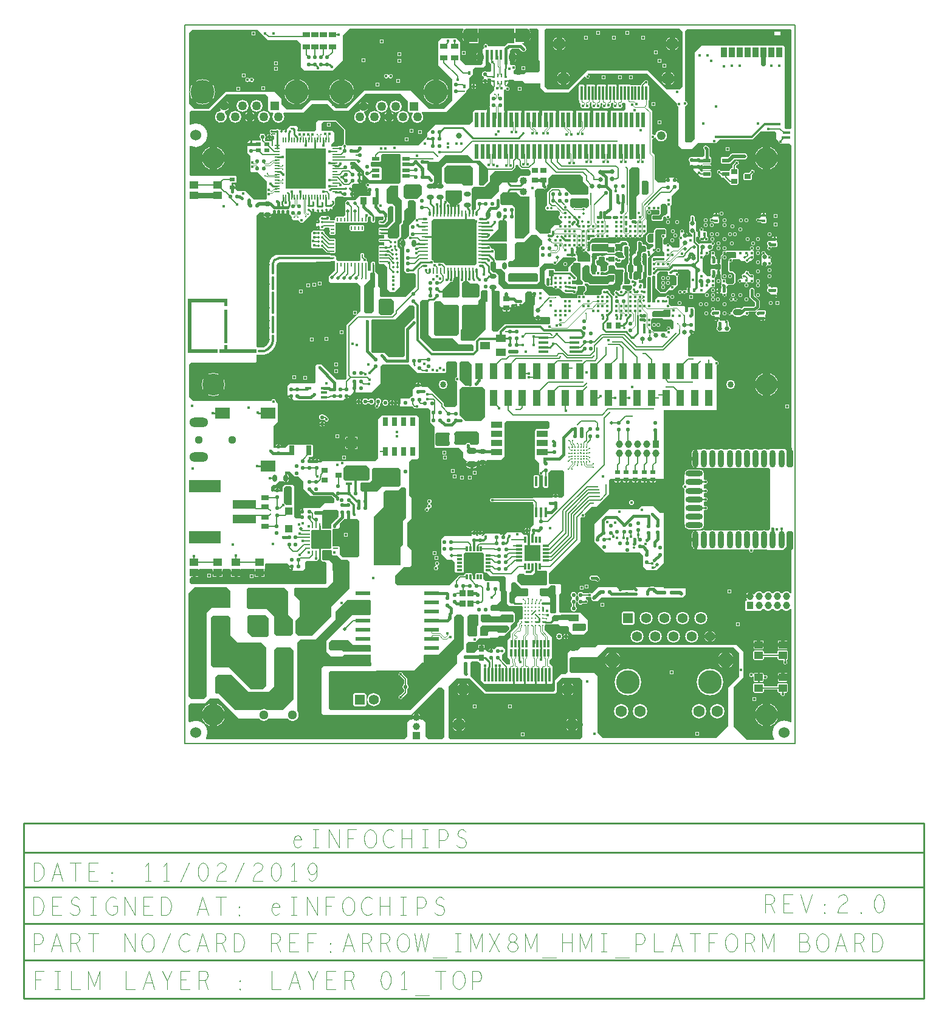
<source format=gbr>
G04 ================== begin FILE IDENTIFICATION RECORD ==================*
G04 Layout Name:  EI_ARROW_IMX8M_HMI_PLATFORM_17_00666_02.brd*
G04 Film Name:    L1_TOP.gbr*
G04 File Format:  Gerber RS274X*
G04 File Origin:  Cadence Allegro 17.2-P019*
G04 Origin Date:  Mon Feb 11 12:30:37 2019*
G04 *
G04 Layer:  DRAWING FORMAT/L1*
G04 Layer:  DRAWING FORMAT/FILM_LABEL_OUTLINE*
G04 Layer:  DRAWING FORMAT/FILM_TITLE_BLOCK*
G04 Layer:  VIA CLASS/TOP*
G04 Layer:  PIN/TOP*
G04 Layer:  ETCH/TOP*
G04 Layer:  BOARD GEOMETRY/OUTLINE*
G04 *
G04 Offset:    (0.00 0.00)*
G04 Mirror:    No*
G04 Mode:      Positive*
G04 Rotation:  0*
G04 FullContactRelief:  No*
G04 UndefLineWidth:     5.00*
G04 ================== end FILE IDENTIFICATION RECORD ====================*
%FSLAX25Y25*MOIN*%
%IR0*IPPOS*OFA0.00000B0.00000*MIA0B0*SFA1.00000B1.00000*%
%AMMACRO136*
21,1,.014,.001,0.0,0.0,135.*
1,1,.014,.000354,.000354*
1,1,.014,-.000354,-.000354*%
%ADD136MACRO136*%
%ADD20O,.103X.052*%
%ADD73O,.009X.032*%
%ADD31C,.02*%
%ADD74O,.032X.009*%
%ADD14C,.012*%
%ADD35C,.04*%
%AMMACRO110*
4,1,24,.01722,.0374,
-.04085,.0374,
-.04085,-.0374,
.01722,-.0374,
.021322,-.037042,
.0253,-.035978,
.029033,-.034239,
.032406,-.031878,
.035319,-.028967,
.037682,-.025594,
.039423,-.021863,
.04049,-.017886,
.04085,-.013784,
.04085,-.01378,
.04085,.01378,
.040491,.017882,
.039424,.021859,
.037684,.025591,
.035321,.028964,
.032409,.031875,
.029036,.034237,
.025303,.035976,
.021326,.037042,
.017224,.0374,
.01722,.0374,
0.0*
%
%ADD110MACRO110*%
%ADD79C,.05*%
%ADD76C,.032*%
%ADD140C,.015*%
%ADD30C,.06*%
%ADD26C,.051*%
%ADD98C,.025*%
%ADD72C,.016*%
%ADD15C,.034*%
%ADD22C,.044*%
%ADD122C,.063*%
%ADD139R,.012X.012*%
%ADD120C,.055*%
%ADD95R,.093X.128*%
%ADD123C,.083*%
%ADD91R,.04X.04*%
%ADD62C,.056*%
%ADD125C,.048*%
%ADD80R,.05X.05*%
%ADD38R,.047X.185*%
%ADD48R,.015X.015*%
%ADD29R,.06X.06*%
%ADD52C,.068*%
%AMMACRO83*
4,1,6,-.00787,.00393,
0.0,.00393,
0.0,-.01181,
.00788,-.01181,
.00788,.01181,
-.00787,.01181,
-.00787,.00393,
0.0*
%
%ADD83MACRO83*%
%ADD119R,.055X.055*%
%ADD54R,.091X.091*%
%ADD61R,.056X.056*%
%ADD49R,.0443X.0443*%
%ADD66C,.03937*%
%ADD57R,.098X.098*%
%ADD81R,.00787X.02362*%
%ADD68R,.12598X.04724*%
%ADD65R,.03937X.03937*%
%ADD67R,.17717X.06693*%
%AMMACRO84*
4,1,6,.00787,.01181,
-.00001,.01181,
-.00001,-.00393,
-.00788,-.00393,
-.00788,-.01181,
.00787,-.01181,
.00787,.01181,
0.0*
%
%ADD84MACRO84*%
%ADD93R,.02X.01*%
%ADD92R,.01X.02*%
%ADD101O,.011X.033*%
%ADD40O,.024X.02*%
%ADD103O,.033X.011*%
%ADD41O,.02X.024*%
%ADD43O,.04X.024*%
%AMMACRO135*
21,1,.014,.001,0.0,0.0,45.*
1,1,.014,.000354,-.000354*
1,1,.014,-.000354,.000354*%
%ADD135MACRO135*%
%ADD102R,.011X.033*%
%ADD97O,.015X.014*%
%ADD96R,.041X.02*%
%ADD42O,.024X.04*%
%ADD104R,.033X.011*%
%ADD56R,.033X.012*%
%ADD39O,.014X.015*%
%ADD34R,.03X.05*%
%ADD124R,.04X.024*%
%ADD86R,.016X.02*%
%ADD55R,.012X.033*%
%ADD18R,.012X.042*%
%ADD138R,.02X.018*%
%ADD70R,.04X.025*%
%ADD50R,.01X.028*%
%ADD137R,.018X.02*%
%ADD87R,.026X.022*%
%ADD51R,.028X.01*%
%ADD32C,.12*%
%ADD121C,.13*%
%ADD113R,.016X.014*%
%ADD78C,.131*%
%ADD60R,.032X.036*%
%ADD59R,.029X.012*%
%ADD10R,.055X.04*%
%ADD134R,.026X.051*%
%ADD118O,.038X.042*%
%ADD58R,.012X.029*%
%ADD33R,.045X.041*%
%ADD126R,.032X.055*%
%ADD116O,.095X.032*%
%ADD105R,.174X.162*%
%ADD90R,.039X.031*%
%ADD53R,.012X.075*%
%ADD46O,.056X.035*%
%ADD44R,.033X.028*%
%ADD37R,.036X.016*%
%ADD130R,.043X.018*%
%ADD127R,.053X.071*%
%ADD115O,.032X.095*%
%ADD99R,.028X.033*%
%ADD47O,.035X.056*%
%ADD28R,.055X.043*%
%ADD117R,.038X.042*%
%ADD88R,.043X.055*%
%ADD71R,.028X.035*%
%ADD27R,.05X.048*%
%ADD25R,.052X.083*%
%ADD13R,.035X.028*%
%ADD131R,.045X.018*%
%AMMACRO111*
4,1,24,-.01722,-.0374,
.04085,-.0374,
.04085,.0374,
-.01722,.0374,
-.021322,.037042,
-.0253,.035978,
-.029033,.034239,
-.032406,.031878,
-.035319,.028967,
-.037682,.025594,
-.039423,.021863,
-.04049,.017886,
-.04085,.013784,
-.04085,.01378,
-.04085,-.01378,
-.040491,-.017882,
-.039424,-.021859,
-.037684,-.025591,
-.035321,-.028964,
-.032409,-.031875,
-.029036,-.034237,
-.025303,-.035976,
-.021326,-.037042,
-.017224,-.0374,
-.01722,-.0374,
0.0*
%
%ADD111MACRO111*%
%ADD100R,.071X.047*%
%ADD77R,.02X.079*%
%ADD19R,.0174X.042*%
%ADD89R,.034X.039*%
%ADD75R,.22X.22*%
%ADD45R,.047X.071*%
%ADD128R,.026X.084*%
%ADD107R,.079X.032*%
%ADD36R,.057X.071*%
%ADD12R,.018X.057*%
%ADD114C,.008*%
%ADD106R,.032X.079*%
%ADD11R,.057X.018*%
%ADD17R,.079X.024*%
%ADD109O,.04331X.04921*%
%ADD64R,.05906X.032*%
%ADD21R,.079X.063*%
%ADD16R,.044X.089*%
%AMMACRO85*
4,1,6,.00787,-.00393,
0.0,-.00393,
0.0,.01181,
-.00788,.01181,
-.00788,-.01181,
.00787,-.01181,
.00787,-.00393,
0.0*
%
%ADD85MACRO85*%
%ADD63R,.134X.16929*%
%ADD24R,.087X.059*%
%ADD23R,.0374X.01772*%
%ADD133R,.02362X.04528*%
%ADD108R,.01575X.05315*%
%ADD129R,.026X.06299*%
%ADD94R,.02559X.02165*%
%ADD69R,.02559X.05315*%
%ADD112R,.07087X.0748*%
%AMMACRO82*
4,1,6,-.00787,-.01181,
.00001,-.01181,
.00001,.00393,
.00788,.00393,
.00788,.01181,
-.00787,.01181,
-.00787,-.01181,
0.0*
%
%ADD82MACRO82*%
%ADD132R,.04567X.05906*%
%ADD141C,.01*%
%ADD142C,.011*%
%ADD143C,.03*%
%ADD144C,.013*%
%ADD145C,.0142*%
%ADD146C,.018*%
%ADD147C,.004*%
%ADD148C,.005*%
%ADD149C,.0041*%
%ADD150C,.0042*%
%ADD151C,.006*%
%ADD152C,.007*%
%ADD153C,.0035*%
%ADD154C,.009*%
%ADD155C,.0046*%
%ADD156C,.0085*%
%ADD157C,.00455*%
%ADD158C,.0059*%
%ADD174C,.02104*%
%ADD170C,.02204*%
%ADD168C,.05004*%
%ADD159C,.02404*%
%ADD166C,.06204*%
%ADD163C,.07104*%
%ADD177C,.09004*%
%ADD160C,.07204*%
%ADD162C,.02804*%
%ADD173C,.05704*%
%ADD172C,.06604*%
%ADD169C,.07504*%
%ADD176C,.07904*%
%ADD164O,.02702X.03102*%
%ADD165O,.03202X.03602*%
%ADD167O,.02704X.03104*%
%ADD161C,.12704*%
%ADD175C,.14604*%
%ADD171C,.13804*%
%ADD178R,.0465X.02366*%
G75*
%LPD*%
G75*
G36*
G01X105400Y138000D02*
X97200D01*
X96200Y139000D01*
Y142700D01*
X96700Y143200D01*
X101300D01*
X102600Y144500D01*
Y150200D01*
X103400Y151000D01*
X117200D01*
X118400Y149800D01*
Y141900D01*
X117400Y140900D01*
X108300D01*
X105400Y138000D01*
G37*
G36*
G01X87100Y50400D02*
X86300Y51200D01*
X80100D01*
X79100Y52200D01*
Y55400D01*
X80400Y56700D01*
X89500D01*
X92200Y54000D01*
X101700D01*
X101998Y53702D01*
Y50598D01*
X101800Y50400D01*
X87100D01*
G37*
G36*
G01X153998Y196002D02*
X150700Y199300D01*
Y208600D01*
X151500Y209400D01*
X155700D01*
X157300Y207800D01*
Y196600D01*
X156702Y196002D01*
X153998D01*
G37*
G36*
G01X153700Y176800D02*
X150500Y180000D01*
Y180444D01*
X150506Y180463D01*
G03Y181325I-1543J431D01*
G01X150500Y181344D01*
Y194000D01*
X151900Y195400D01*
X156136D01*
G03X156264I64J1500D01*
G01X163300D01*
X164600Y194100D01*
Y179000D01*
X162400Y176800D01*
X153700D01*
G37*
G36*
G01X200800Y71400D02*
X200400Y71800D01*
Y79800D01*
X199400Y80800D01*
X195400D01*
X194600Y81600D01*
Y84800D01*
X194900Y85100D01*
X198800D01*
X200500Y86800D01*
X202700D01*
X203198Y86302D01*
Y82798D01*
X203200D01*
Y82000D01*
X203600Y81600D01*
Y71900D01*
X203100Y71400D01*
X200800D01*
G37*
G36*
G01X166400Y61000D02*
Y59900D01*
X165700Y59200D01*
X162000D01*
X161800Y59400D01*
Y63500D01*
X162900Y64600D01*
X177100D01*
X177900Y63800D01*
Y62700D01*
X176000Y60800D01*
X172000D01*
X171400Y61400D01*
X166800D01*
X166400Y61000D01*
G37*
G36*
G01X163200Y66400D02*
X162300Y67300D01*
Y70500D01*
X162500Y70700D01*
X167300D01*
X168400Y69600D01*
X172500D01*
X173600Y70700D01*
X179800D01*
X180400Y70100D01*
Y67200D01*
X179600Y66400D01*
X163200D01*
G37*
G36*
G01X86500Y102100D02*
X84800Y103800D01*
Y107600D01*
X84200Y108200D01*
X81200D01*
X80900Y108500D01*
Y117400D01*
X81200Y117700D01*
X84000D01*
X84800Y118500D01*
Y120589D01*
X87211Y123000D01*
X94600D01*
X95500Y122100D01*
Y103000D01*
X94600Y102100D01*
X86500D01*
G37*
G36*
G01X39170Y216000D02*
Y214030D01*
X18900D01*
Y216000D01*
X21450D01*
Y218560D01*
X23420D01*
Y216000D01*
X39170D01*
G37*
G36*
G01X1772Y214030D02*
X1760Y214040D01*
Y243570D01*
X23420D01*
Y239628D01*
X21450D01*
Y241600D01*
X3730D01*
Y216000D01*
X18100D01*
Y214030D01*
X1772D01*
G37*
G36*
G01X149200Y48500D02*
Y43900D01*
X123550Y18250D01*
X79950D01*
X78800Y19400D01*
Y38900D01*
X79500Y39600D01*
X104600D01*
X105100Y40100D01*
X125600D01*
X129998Y44498D01*
X130902D01*
Y48402D01*
X131300Y48800D01*
X139000D01*
X147600Y57400D01*
Y69400D01*
X148800Y70600D01*
X151500D01*
X152800Y69300D01*
Y52100D01*
X149200Y48500D01*
G37*
G36*
G01X86800Y145000D02*
Y150800D01*
X88400Y152400D01*
X99500D01*
X101200Y150700D01*
Y145000D01*
X100200Y144000D01*
X87800D01*
X86800Y145000D01*
G37*
G36*
G01X138400Y163200D02*
X137402Y164198D01*
Y169802D01*
X138100Y170500D01*
X144800D01*
X145400Y169900D01*
Y169154D01*
X144882D01*
Y165552D01*
X145400D01*
Y164000D01*
X144600Y163200D01*
X138400D01*
G37*
G36*
G01X80100Y117800D02*
X75700D01*
X75400Y118100D01*
Y127500D01*
X76000Y128100D01*
X83500D01*
X84400Y127200D01*
Y124500D01*
X80400Y120500D01*
Y118100D01*
X80100Y117800D01*
G37*
G36*
G01X80600Y103800D02*
X81300Y103100D01*
X83600D01*
X86100Y100600D01*
X89400D01*
X90200Y99800D01*
Y85000D01*
X80400Y75200D01*
Y69600D01*
X69800Y59000D01*
X62300D01*
X60500Y60800D01*
Y67200D01*
X62900Y69600D01*
Y78300D01*
X59900Y81300D01*
Y84800D01*
X60400Y85300D01*
X78100D01*
X81300Y88500D01*
Y94600D01*
X80900Y95000D01*
Y98600D01*
X79200Y100300D01*
X76000D01*
X75200Y101100D01*
Y105800D01*
X75500Y106100D01*
X80300D01*
X80600Y105800D01*
Y103800D01*
G37*
G36*
G01X180800Y77300D02*
X180300Y76800D01*
X178800D01*
X178100Y77500D01*
Y82900D01*
X179100Y83900D01*
Y87900D01*
X179700Y88500D01*
X181400D01*
X184700Y85200D01*
X187700D01*
X188200Y84700D01*
Y81500D01*
X187500Y80800D01*
X181900D01*
X180800Y79700D01*
Y77300D01*
G37*
G36*
G01X119500Y108800D02*
X118400Y107700D01*
Y97900D01*
X118100Y97600D01*
X103900D01*
X103600Y97900D01*
Y124400D01*
X109000Y129800D01*
Y137800D01*
X110100Y138900D01*
X117100D01*
X118500Y140300D01*
X120600D01*
X121400Y139500D01*
Y123600D01*
X119600Y121800D01*
Y108800D01*
X119500D01*
G37*
G36*
G01X15400Y41900D02*
X14300Y43000D01*
Y69200D01*
X15300Y70200D01*
X23800D01*
X24800Y69200D01*
Y59400D01*
X28900Y55300D01*
X42100D01*
X44700Y52700D01*
Y31700D01*
X42700Y29700D01*
X36300D01*
X24100Y41900D01*
X15400D01*
G37*
G36*
G01X34700Y85500D02*
X54400D01*
X56600Y83300D01*
Y70800D01*
X59200Y68200D01*
Y60400D01*
X57800Y59000D01*
X50300D01*
X48800Y60500D01*
Y69700D01*
X44800Y73700D01*
X34900D01*
X34100Y74500D01*
Y84900D01*
X34700Y85500D01*
G37*
G36*
G01X27500Y18300D02*
X18300Y27500D01*
X17300D01*
X16700Y28100D01*
Y36300D01*
X18000Y37600D01*
X25500D01*
X34800Y28300D01*
X45900D01*
X49000Y31400D01*
Y51300D01*
X50500Y52800D01*
X57800D01*
X59600Y51000D01*
Y24400D01*
X53500Y18300D01*
X45462D01*
G03X41154I-2154J-2568D01*
G01X27500D01*
G37*
G36*
G01X12000Y26000D02*
X10300Y24300D01*
X3500D01*
X2100Y25700D01*
Y82300D01*
X5500Y85700D01*
X22800D01*
X24800Y83700D01*
Y74600D01*
X24600Y74400D01*
X14500D01*
X12000Y71900D01*
Y26000D01*
G37*
G36*
G01X155000Y59500D02*
Y69800D01*
X156100Y70900D01*
X160400D01*
X161000Y70300D01*
Y65000D01*
X160400Y64400D01*
Y59400D01*
X159700Y58700D01*
X155800D01*
X155000Y59500D01*
G37*
G36*
G01X198100Y86600D02*
X184700D01*
X182400Y88900D01*
Y92200D01*
X183400Y93200D01*
X185900D01*
X186750Y92350D01*
X190650D01*
X191900Y93600D01*
Y98800D01*
X192100Y99000D01*
X193100D01*
X193300Y98800D01*
Y95000D01*
X193600Y94700D01*
X198300D01*
X198600Y94400D01*
Y87100D01*
X198100Y86600D01*
G37*
G36*
G01X148600Y163900D02*
X147600Y164900D01*
Y165552D01*
X148086D01*
Y169154D01*
X147600D01*
Y169900D01*
X148700Y171000D01*
X160300D01*
X161300Y170000D01*
Y164800D01*
X160400Y163900D01*
X156648D01*
X156612Y164000D01*
G03X154062I-1275J-447D01*
G01X154026Y163900D01*
X148600D01*
G37*
G36*
G01X111800Y211700D02*
X109300Y214200D01*
X102700D01*
X102200Y214700D01*
Y232000D01*
X102700Y232500D01*
X115200D01*
X122900Y240200D01*
X125100D01*
X125800Y239500D01*
Y233500D01*
X120500Y228200D01*
Y227586D01*
X120454Y227541D01*
Y212554D01*
X119600Y211700D01*
X111800D01*
G37*
G36*
G01X11721Y2300D02*
G02X11464Y2754I0J300D01*
G03X12384Y6089I-5581J3334D01*
G03X5883Y12590I-6501J0D01*
G01X5735D01*
Y12589D01*
G03X2554Y11673I149J-6500D01*
G02X2100Y11931I-154J257D01*
G01Y21000D01*
X3200Y22100D01*
X11000D01*
X13600Y24700D01*
X18600D01*
X29400Y13900D01*
X40501D01*
G03X46115I2807J1832D01*
G01X56250D01*
G03X61650Y17856I2807J1831D01*
G01Y19350D01*
X61700Y19400D01*
Y55400D01*
X63250Y56950D01*
X71650D01*
X82700Y68000D01*
Y72400D01*
X89200Y78900D01*
X101600D01*
X101998Y78502D01*
Y70898D01*
X101400Y70300D01*
X91600D01*
X77500Y56200D01*
Y50400D01*
X80000Y47900D01*
X86400D01*
X87400Y48900D01*
X101700D01*
X101998Y48602D01*
Y44498D01*
X102400D01*
Y43200D01*
X101500Y42300D01*
X76000D01*
X75100Y41400D01*
Y16600D01*
X75700Y16000D01*
Y15900D01*
X124300D01*
X139000Y30600D01*
X141000D01*
X142200Y29400D01*
Y3700D01*
X140800Y2300D01*
X133500D01*
X132100Y3700D01*
Y11400D01*
X130500Y13000D01*
X129378D01*
G02X129106Y13426I0J300D01*
G03X124894I-2106J974D01*
G02X124622Y13000I-272J-126D01*
G01X123200D01*
X121800Y11600D01*
Y3900D01*
X120200Y2300D01*
X11721D01*
G37*
G36*
G01X308200Y2100D02*
X300900Y9400D01*
Y31200D01*
X306200Y36500D01*
Y50400D01*
X302400Y54200D01*
X226700D01*
X225100Y52600D01*
X217100D01*
X215500Y51000D01*
X211300D01*
X209900Y49600D01*
Y39500D01*
X208600Y38200D01*
X206400D01*
X203000Y34800D01*
Y29400D01*
X202100Y28500D01*
X165100D01*
X156600Y37000D01*
Y44200D01*
X157400Y45000D01*
X160587D01*
X160631Y44926D01*
G03X161116Y44630I519J305D01*
G01X161173Y44627D01*
X162300Y43500D01*
Y34600D01*
X164200Y32700D01*
X200900D01*
X201500Y33300D01*
Y33410D01*
X201513Y33439D01*
G03X201602Y33850I-913J413D01*
G01Y41350D01*
G03X201513Y41761I-1002J-2D01*
G01X201500Y41790D01*
Y42300D01*
X200000Y43800D01*
Y45700D01*
X201200Y46900D01*
Y58300D01*
X197200Y62300D01*
Y64084D01*
G03X197510Y64978I-894J811D01*
G02X197809Y65298I299J20D01*
G01X201156D01*
X201258Y65400D01*
X205000D01*
X206100Y64300D01*
X210000D01*
X210600Y63700D01*
Y61700D01*
X212400Y59900D01*
X218600D01*
X220800Y62100D01*
Y67600D01*
X216700Y71700D01*
X205800D01*
X205200Y72300D01*
Y81500D01*
X206400Y82700D01*
Y82798D01*
X206402D01*
Y86402D01*
X206400D01*
Y86900D01*
X205800Y87500D01*
X200200D01*
X199500Y88200D01*
Y93200D01*
X217000Y110700D01*
Y123800D01*
X217445Y124245D01*
X217550Y124161D01*
G03X219239Y125850I750J939D01*
G01X219155Y125955D01*
X223100Y129900D01*
X225800D01*
X232650Y136750D01*
Y144250D01*
X233500Y145100D01*
X235540D01*
Y143532D01*
G03X235891Y143180I352J0D01*
G01X238491D01*
G03X238842Y143532I0J351D01*
G01Y145100D01*
X240400D01*
Y143532D01*
G03X240752Y143180I352J0D01*
G01X243352D01*
G03X243704Y143532I0J352D01*
G01Y145100D01*
X245262D01*
Y143532D01*
G03X245613Y143180I352J0D01*
G01X248213D01*
G03X248564Y143532I0J351D01*
G01Y145100D01*
X250122D01*
Y143532D01*
G03X250474Y143180I352J0D01*
G01X253074D01*
G03X253426Y143532I0J352D01*
G01Y145100D01*
X254984D01*
Y143532D01*
G03X255335Y143180I352J0D01*
G01X257935D01*
G03X258286Y143532I0J351D01*
G01Y145100D01*
X262600D01*
Y182700D01*
X332600Y182800D01*
Y161500D01*
X333600Y160500D01*
Y152300D01*
X332600Y151300D01*
X331100D01*
X330100Y152300D01*
Y160600D01*
X329200Y161500D01*
X320500D01*
X320200Y161200D01*
X318785D01*
G03X316637I-1074J-1922D01*
G01X314060D01*
G03X311912I-1074J-1922D01*
G01X309336D01*
G03X307188I-1074J-1922D01*
G01X304612D01*
G03X302464I-1074J-1922D01*
G01X299887D01*
G03X297739I-1074J-1922D01*
G01X295163D01*
G03X293015I-1074J-1922D01*
G01X290438D01*
G03X288290I-1074J-1922D01*
G01X285714D01*
G03X283566I-1074J-1922D01*
G01X280254D01*
X280242Y161202D01*
G03X277964Y159278I-326J-1924D01*
G01Y152978D01*
G03X280319Y151069I1951J0D01*
G01X280334Y151072D01*
X280500D01*
Y151000D01*
X283674D01*
G03X285606I966J1978D01*
G01X288398D01*
G03X290330I966J1978D01*
G01X293123D01*
G03X295055I966J1978D01*
G01X297847D01*
G03X299779I966J1978D01*
G01X302572D01*
G03X304504I966J1978D01*
G01X307296D01*
G03X309228I966J1978D01*
G01X312020D01*
G03X313952I966J1978D01*
G01X316745D01*
G03X318677I966J1978D01*
G01X320300D01*
X320800Y150500D01*
Y117300D01*
X320100Y116600D01*
X318964D01*
G03X316458I-1253J-1810D01*
G01X314239D01*
G03X311733I-1253J-1810D01*
G01X309515D01*
G03X307009I-1253J-1810D01*
G01X304791D01*
G03X302285I-1253J-1810D01*
G01X300066D01*
G03X297560I-1253J-1810D01*
G01X295342D01*
G03X292836I-1253J-1810D01*
G01X290617D01*
G03X288111I-1253J-1810D01*
G01X285893D01*
G03X283387I-1253J-1810D01*
G01X280646D01*
X280620Y116610D01*
G03X277964Y114790I-704J-1820D01*
G01Y108490D01*
G03X280596Y106661I1951J0D01*
G02X280999Y106400I104J-281D01*
G01X283948D01*
X283970Y106393D01*
G03X285310I670J2097D01*
G01X285332Y106400D01*
X288672D01*
X288694Y106393D01*
G03X290034I670J2097D01*
G01X290056Y106400D01*
X293397D01*
X293419Y106393D01*
G03X294759I670J2097D01*
G01X294781Y106400D01*
X298121D01*
X298143Y106393D01*
G03X299483I670J2097D01*
G01X299505Y106400D01*
X302846D01*
X302868Y106393D01*
G03X304208I670J2097D01*
G01X304230Y106400D01*
X307570D01*
X307592Y106393D01*
G03X308932I670J2097D01*
G01X308954Y106400D01*
X309112D01*
G02X309406Y106040I0J-300D01*
G03X311762I1178J-240D01*
G02X312056Y106400I294J60D01*
G01X312294D01*
X312316Y106393D01*
G03X313656I670J2097D01*
G01X313678Y106400D01*
X317019D01*
X317041Y106393D01*
G03X318381I670J2097D01*
G01X318403Y106400D01*
X319400D01*
X319700Y106100D01*
X328200D01*
X330100Y108000D01*
Y115800D01*
X330800Y116500D01*
X332700D01*
X333600Y115600D01*
Y107100D01*
X332600Y106100D01*
Y82487D01*
G02X332053Y82317I-300J0D01*
G03X327581Y82276I-2222J-1536D01*
G02X327081I-250J166D01*
G03X322581I-2250J-1495D01*
G02X322081I-250J166D01*
G03X317581I-2250J-1495D01*
G02X317081I-250J166D01*
G03X312356Y81864I-2250J-1495D01*
G02X311817Y81842I-275J120D01*
G03X307580Y80781I-1986J-1061D01*
G01Y80381D01*
G03X308288Y78742I2251J0D01*
G01X308335Y78697D01*
Y78482D01*
X307931D01*
G03X307130Y77681I0J-801D01*
G01Y73481D01*
G03X307931Y72680I801J0D01*
G01X311733D01*
G03X311896Y72697I-1J801D01*
G01X311912Y72700D01*
X314499D01*
X314508Y72699D01*
G03X317081Y73886I323J2682D01*
G02X317581I250J-166D01*
G03X322081I2250J1495D01*
G02X322581I250J-166D01*
G03X327081I2250J1495D01*
G02X327581I250J-166D01*
G03X332053Y73845I2250J1495D01*
G02X332600Y73675I247J-170D01*
G01Y11849D01*
G02X332141Y11595I-300J0D01*
G03X328686Y12590I-3457J-5506D01*
G01X328535D01*
Y12589D01*
G03X323221Y2563I148J-6500D01*
G02X322970Y2100I-252J-163D01*
G01X308200D01*
G37*
G36*
G01X69900Y117100D02*
X79800D01*
X80200Y116700D01*
Y107300D01*
X79700Y106800D01*
X70000D01*
X69400Y107400D01*
Y116600D01*
X69900Y117100D01*
G37*
G36*
G01X136100Y215100D02*
X128900Y222300D01*
Y242000D01*
X130100Y243200D01*
X133000D01*
X133500Y242700D01*
Y241702D01*
X133498D01*
Y238098D01*
X133500D01*
Y237202D01*
X133498D01*
Y233598D01*
X133500D01*
Y227702D01*
X133498D01*
Y224098D01*
X133502D01*
X135600Y222000D01*
X146900D01*
X150000Y218900D01*
X157600D01*
X158400Y218100D01*
Y215500D01*
X158000Y215100D01*
X136100D01*
G37*
G36*
G01X176600Y43400D02*
X174000Y46000D01*
Y48600D01*
X175700Y50300D01*
Y51800D01*
X174400Y53100D01*
X170900D01*
X169586Y51786D01*
G02X169171Y51778I-212J212D01*
G03X168255Y52136I-916J-993D01*
G01X167855D01*
G03X166512Y50633I0J-1352D01*
G02X166214Y50300I-298J-33D01*
G01X165800D01*
X164500Y51600D01*
X164300D01*
Y53831D01*
G03X163949Y54182I-351J0D01*
G01X161149D01*
G03X160798Y53831I0J-351D01*
G01Y51600D01*
X160500D01*
X158800Y49900D01*
X154900D01*
X154400Y50400D01*
Y54800D01*
X155200Y55600D01*
X159400D01*
X161500Y57700D01*
X166900D01*
X167300Y58100D01*
X171400D01*
X172500Y59200D01*
X175300D01*
X178700Y62600D01*
Y64600D01*
X181000Y66900D01*
Y66949D01*
X181002Y66951D01*
Y70349D01*
X181000Y70351D01*
Y71200D01*
X179900Y72300D01*
X173000D01*
X172400Y72900D01*
X172002D01*
Y72902D01*
X168298D01*
X167700Y73500D01*
Y75300D01*
X168600Y76200D01*
X171100D01*
X173400Y78500D01*
Y83200D01*
X172600Y84000D01*
Y88200D01*
X171800Y89000D01*
X165100D01*
X163624Y90476D01*
Y92787D01*
G03X163022Y93389I-602J0D01*
G01X159853D01*
G03X159251Y92787I0J-602D01*
G01Y92100D01*
X157719D01*
Y92787D01*
G03X157117Y93389I-602J0D01*
G01X153948D01*
G03X153346Y92787I0J-602D01*
G01Y92646D01*
X152934Y92234D01*
X150666D01*
X150432Y92000D01*
X150400D01*
X145300Y86900D01*
X116500D01*
X115400Y88000D01*
Y92100D01*
X120200Y96900D01*
X123300D01*
X124200Y97800D01*
Y106100D01*
X122100Y108200D01*
Y121000D01*
X124400Y123300D01*
Y134500D01*
X122800Y136100D01*
Y150100D01*
X122850Y150150D01*
Y154350D01*
X124400Y155900D01*
X127300D01*
X128300Y156900D01*
Y178900D01*
X127400Y179800D01*
X108200D01*
X106100Y177700D01*
Y156300D01*
X104700Y154900D01*
X75500D01*
X74750Y154150D01*
X74080D01*
G02X73787Y154511I1J300D01*
G03X72463Y156136I-1324J273D01*
G01X72063D01*
G03X70739Y154511I0J-1352D01*
G02X70446Y154150I-294J-61D01*
G01X70180D01*
G02X69887Y154511I1J300D01*
G03X68563Y156136I-1324J273D01*
G01X68163D01*
G03X68061Y156132I2J-1352D01*
G02X67900Y156281I-11J149D01*
G01Y157100D01*
X68000Y157200D01*
X69800D01*
X70300Y157700D01*
Y163300D01*
X69700Y163900D01*
X56700D01*
X54900Y162100D01*
X52965D01*
G02X52673Y162470I0J300D01*
G03X51359Y164136I-1314J315D01*
G01X50959D01*
G03X49645Y162470I0J-1351D01*
G02X49353Y162100I-292J-70D01*
G01X48900D01*
X48700Y162300D01*
Y174100D01*
X50900Y176300D01*
Y186300D01*
X49851Y187349D01*
X49859Y187422D01*
G03X47475Y187729I-1193J143D01*
G01X47457Y187600D01*
X4500D01*
X2300Y189800D01*
Y207600D01*
X3600Y208900D01*
X38700D01*
X39200Y209400D01*
Y211900D01*
X39170Y211910D01*
Y213000D01*
X43400D01*
G03X50200Y220500I-1545J8234D01*
G01Y261800D01*
G02X52300Y263900I2100J0D01*
G01X71800D01*
Y263992D01*
X79196D01*
G03X80037Y264187I0J1911D01*
G01X80068Y264202D01*
X80957D01*
G03X81726Y264386I-1J1702D01*
G01X81758Y264402D01*
X81957D01*
G03X82067Y264409I-9J1001D01*
G02X82400Y264110I33J-298D01*
G01Y259500D01*
X78800Y255900D01*
Y253400D01*
X79800Y252400D01*
X94500D01*
X96200Y250700D01*
Y236800D01*
X88700Y229300D01*
Y200100D01*
X87900Y199300D01*
X83400D01*
X75100Y207600D01*
X72400D01*
X71600Y206800D01*
Y197900D01*
X71000Y197300D01*
X57500D01*
X56200Y196000D01*
Y191000D01*
X56300Y190900D01*
G02X56581Y190564I-17J-300D01*
G03X57923Y189052I1342J-160D01*
G01X58323D01*
G03X58618Y189084I3J1351D01*
G01X58698Y189102D01*
X59800Y188000D01*
X86500D01*
X87800Y189300D01*
X87899Y189245D01*
G03X88551Y189078I651J1184D01*
G01X88951D01*
G03X90295Y190569I0J1351D01*
G02X90594Y190900I298J31D01*
G01X90800D01*
X92300Y192400D01*
Y192760D01*
G02X92652Y193056I300J0D01*
G03X93061Y193047I234J1331D01*
G02X93400Y192750I39J-297D01*
G01Y192700D01*
X93600Y192500D01*
X102500D01*
X107300Y197300D01*
Y206900D01*
X108150Y207750D01*
X123050D01*
X127600Y203200D01*
X132215D01*
X132242Y203189D01*
G03X133158I458J1111D01*
G01X133185Y203200D01*
X137674D01*
X137699Y203191D01*
G03X138533I417J1127D01*
G01X138558Y203200D01*
X142700D01*
X143200Y203700D01*
Y204292D01*
X143208Y204316D01*
G03Y205084I-1139J384D01*
G01X143200Y205108D01*
Y208800D01*
X143950Y209550D01*
X148250D01*
X149200Y208600D01*
Y200829D01*
X149078Y200806D01*
G03Y198444I222J-1181D01*
G01X149200Y198421D01*
Y185400D01*
X148100Y184300D01*
X142900D01*
X142050Y185150D01*
Y186550D01*
X133300Y195300D01*
X130400D01*
X129600Y196100D01*
X129371D01*
Y196266D01*
X129375Y196282D01*
G03X128054Y197920I-1321J286D01*
G01X127654D01*
G03X126317Y196372I0J-1351D01*
G01X126319Y196361D01*
Y196200D01*
X126200D01*
Y195400D01*
X124800Y194000D01*
Y190800D01*
X124132Y190132D01*
G03X123333Y189333I660J-1459D01*
G01X123100Y189100D01*
X118000D01*
X117800Y188900D01*
Y188425D01*
G02X117464Y188128I-300J1D01*
G03X115950Y186786I-162J-1342D01*
G01Y186386D01*
G03X117464Y185044I1352J0D01*
G02X117794Y184806I36J-298D01*
G01X118000Y184600D01*
X124800D01*
X125700Y183700D01*
X126915D01*
X126942Y183689D01*
G03X127858I458J1111D01*
G01X127885Y183700D01*
X133400D01*
X134500Y182600D01*
Y176200D01*
X136800Y173900D01*
Y162000D01*
X150400D01*
X152500Y159900D01*
Y156800D01*
X154600Y154700D01*
X154781D01*
Y154486D01*
X154734Y154442D01*
G03X156187Y150822I1453J-1518D01*
G01X158287D01*
G03X159944Y154216I0J2101D01*
G02X160181Y154700I237J184D01*
G01X160400D01*
X161100Y155400D01*
X161419D01*
Y155185D01*
X161372Y155141D01*
G03X162437Y152462I1065J-1128D01*
G01X164037D01*
G03X165293Y154924I0J1551D01*
G02X165536Y155400I243J176D01*
G01X173500D01*
X175400Y157300D01*
Y175700D01*
X176500Y176800D01*
X199100D01*
X199900Y176000D01*
Y173100D01*
X199100Y172300D01*
X192700D01*
X192545Y172145D01*
X192511Y172133D01*
G03X191830Y171184I321J-949D01*
G01Y157984D01*
G03X192000Y157426I1001J0D01*
G01Y156100D01*
X194300Y153800D01*
Y148801D01*
G03X195664Y146993I1004J-661D01*
G01X195686Y147000D01*
X196200D01*
X196449Y146751D01*
X196411Y146659D01*
G03X196368Y146434I558J-223D01*
G01Y140734D01*
G03X196969Y140132I602J0D01*
G01X198769D01*
G03X199370Y140734I0J601D01*
G01Y146370D01*
X199400Y146400D01*
Y148400D01*
X200900Y149900D01*
X207200D01*
X208000Y149100D01*
Y136000D01*
X206900Y134900D01*
X205038D01*
G02X204749Y135282I0J300D01*
G03X203450Y137006I-1299J373D01*
G01X203050D01*
G03X201751Y135282I0J-1351D01*
G02X201462Y134900I-289J-82D01*
G01X191300D01*
X191000Y134600D01*
Y134496D01*
X168993D01*
X168965Y134508D01*
G03Y132292I-465J-1108D01*
G01X168993Y132304D01*
X190946D01*
X191000Y132249D01*
Y131400D01*
X191200Y131200D01*
Y120200D01*
X189500Y118500D01*
Y116400D01*
X189400Y116300D01*
Y114899D01*
X189398Y114898D01*
Y114698D01*
X189000Y114300D01*
X186100D01*
X184500Y115900D01*
X182429D01*
X182416Y115902D01*
G03X181984I-216J-1182D01*
G01X181971Y115900D01*
X176700D01*
X175900Y115100D01*
Y114702D01*
G02X175415Y114465I-300J0D01*
G03X173604Y114331I-832J-1065D01*
G02X173175Y114325I-217J207D01*
G01X172400Y115100D01*
X164600D01*
X163300Y113800D01*
X162636D01*
Y114047D01*
X162724Y114087D01*
G03X162169Y116670I-555J1232D01*
G01X161769D01*
G03X160857Y114321I0J-1352D01*
G02X160655Y113800I-202J-221D01*
G01X159823D01*
G02X159621Y114321I0J300D01*
G03X158709Y116670I-912J997D01*
G01X158309D01*
G03X157397Y114321I0J-1352D01*
G02X157195Y113800I-202J-221D01*
G01X142400D01*
X140700Y112100D01*
Y104100D01*
X143900Y100900D01*
X146200D01*
X147800Y99300D01*
Y94500D01*
X148400Y93900D01*
X152600D01*
X152900Y94200D01*
Y104000D01*
X153500Y104600D01*
X163300D01*
X164100Y103800D01*
Y94300D01*
X164600Y93800D01*
X165600D01*
X167500Y91900D01*
X175100D01*
X175800Y91200D01*
Y88002D01*
X175798D01*
Y84398D01*
X175800D01*
Y84000D01*
X176500Y83300D01*
Y76600D01*
X177800Y75300D01*
X179500D01*
X179700Y75500D01*
X184700D01*
X185200Y75000D01*
Y68600D01*
X184700Y68100D01*
X183900D01*
X183400Y67600D01*
Y67373D01*
X183388Y67344D01*
G03X183308Y67085I1105J-483D01*
G01X183300Y67040D01*
X182132Y65873D01*
Y64638D01*
X178538Y61044D01*
Y58038D01*
X177100Y56600D01*
Y47200D01*
X178200Y46100D01*
Y43600D01*
X178000Y43400D01*
X176600D01*
G37*
G36*
G01X3500Y87400D02*
X2600Y88300D01*
Y90500D01*
X3200Y91100D01*
Y91248D01*
X7050D01*
G03X7402Y91600I0J352D01*
G01Y95500D01*
X7600D01*
X8000Y95900D01*
X14800D01*
X15398Y95301D01*
Y91600D01*
G03X15750Y91248I352J0D01*
G01X20250D01*
G03X20602Y91600I0J352D01*
G01Y95301D01*
X21200Y95900D01*
X24500D01*
X25000Y95400D01*
X25014Y95414D01*
X25198Y95338D01*
Y91600D01*
G03X25550Y91248I352J0D01*
G01X30050D01*
G03X30402Y91600I0J352D01*
G01Y95401D01*
X30900Y95900D01*
X37900D01*
X38200Y95600D01*
X38398D01*
Y91600D01*
G03X38750Y91248I352J0D01*
G01X43250D01*
G03X43602Y91600I0J352D01*
G01Y95600D01*
X43800D01*
X44100Y95900D01*
Y98300D01*
X44700Y98900D01*
X56100D01*
X57176Y97824D01*
X57151Y97738D01*
G03X57094Y97349I1294J-388D01*
G01Y96949D01*
G03X58654Y95614I1351J0D01*
G02X59000Y95317I46J-297D01*
G01Y95000D01*
X59400Y94600D01*
X64700D01*
X65700Y95600D01*
X65800D01*
Y99500D01*
X66500Y100200D01*
X72500D01*
X73600Y101300D01*
X74100D01*
X75700Y99700D01*
X75749D01*
X75751Y99698D01*
X77102D01*
X77600Y99200D01*
Y88100D01*
X76900Y87400D01*
X3500D01*
G37*
G36*
G01X34200Y69600D02*
X34900Y70300D01*
X44200D01*
X46100Y68400D01*
Y59500D01*
X45000Y58400D01*
X37000D01*
X34200Y61200D01*
Y69600D01*
G37*
G36*
G01X63693Y125312D02*
G03X63030Y124149I689J-1163D01*
G01Y123749D01*
Y123709D01*
G02X62730Y123400I-300J-9D01*
G01X60800D01*
X60000Y124200D01*
Y141000D01*
X59100Y141900D01*
X54900D01*
X53600Y140600D01*
Y138500D01*
X53300Y138200D01*
X52341D01*
G02X52043Y138533I0J300D01*
G03X50700Y140036I-1343J151D01*
G01X50300D01*
G03X48957Y138533I0J-1352D01*
G02X48659Y138200I-298J-33D01*
G01X47800D01*
X47200Y138800D01*
Y140700D01*
X48200Y141700D01*
X49700D01*
X51598Y143598D01*
X54215D01*
G03X56952Y144600I1185J1002D01*
G01Y146200D01*
G03X55149Y147731I-1552J0D01*
G02X54800Y148027I-49J296D01*
G01Y149000D01*
X55000Y149200D01*
X57700D01*
X60400Y146500D01*
X62100D01*
X65000Y143600D01*
Y139800D01*
X69100Y135700D01*
X80488D01*
X82100Y134088D01*
Y132500D01*
X81500Y131900D01*
X76700D01*
X73800Y129000D01*
X65100D01*
X64776Y128676D01*
X64697Y128693D01*
G03X63064Y127371I-281J-1322D01*
G01Y126971D01*
G03X63700Y125825I1352J1D01*
G02X63693Y125312I-159J-254D01*
G37*
G36*
G01X58000Y141200D02*
X58700Y140500D01*
Y131200D01*
X58300Y130800D01*
X55500D01*
X54300Y132000D01*
Y140100D01*
X55400Y141200D01*
X58000D01*
G37*
G36*
G01X144700Y3200D02*
Y31300D01*
X149300Y35900D01*
X156200D01*
X164600Y27500D01*
X202900D01*
X203800Y28400D01*
Y33300D01*
X206700Y36200D01*
X216700D01*
X218000Y34900D01*
Y3800D01*
X216500Y2300D01*
X145600D01*
X144700Y3200D01*
G37*
G36*
G01X157500Y292500D02*
X157400Y292600D01*
Y294568D01*
X157407Y294590D01*
G03Y295644I-1723J527D01*
G01X157400Y295666D01*
Y300568D01*
X157407Y300590D01*
G03Y301644I-1723J527D01*
G01X157400Y301666D01*
Y304000D01*
X158500Y305100D01*
X164300D01*
X167200Y308000D01*
Y311000D01*
X169800Y313600D01*
X179400D01*
X181300Y315500D01*
Y316600D01*
X181700Y317000D01*
X182600D01*
X183020Y316580D01*
Y316296D01*
X184538Y314778D01*
X188422D01*
X189600Y313600D01*
Y312000D01*
X188700Y311100D01*
X184200D01*
X182700Y309600D01*
Y308400D01*
X181600Y307300D01*
X173900D01*
X172400Y305800D01*
Y302700D01*
X168100Y298400D01*
X160500D01*
X159700Y297600D01*
Y293100D01*
X159100Y292500D01*
X157500D01*
G37*
G36*
G01X195800Y275600D02*
Y273225D01*
X195690Y273195D01*
G03X194519Y271770I426J-1544D01*
G01X194515Y271715D01*
X194400Y271600D01*
Y262100D01*
X193400Y261100D01*
X177900D01*
X177200Y261800D01*
Y263700D01*
X178000Y264500D01*
X179700D01*
X180900Y265700D01*
Y273900D01*
X181800Y274800D01*
X186100D01*
X189900Y278600D01*
X192800D01*
X195800Y275600D01*
G37*
G36*
G01X205107Y249300D02*
G03X205958Y248882I864J684D01*
G01X206019Y248881D01*
X207600Y247300D01*
X207720D01*
X207764Y247248D01*
G03X208750Y246796I986J849D01*
G01X208850D01*
G03X209266Y246865I-2J1302D01*
G01X209289Y246872D01*
X212528D01*
X213000Y246400D01*
X213247D01*
X213272Y246391D01*
G03X214714Y247708I377J1035D01*
G01X214692Y247792D01*
X215400Y248500D01*
Y250500D01*
X215798Y250898D01*
X218149D01*
X218151Y250900D01*
X218849D01*
X219698Y250051D01*
Y248449D01*
X218498Y247249D01*
Y246098D01*
X218228Y245828D01*
G03X218046Y245700I540J-961D01*
G01X216929D01*
G03X215171Y244493I-721J-833D01*
G01X215204Y244404D01*
X214900Y244100D01*
X206700D01*
X205300Y245500D01*
X199900D01*
X196200Y249200D01*
X174800D01*
X171800Y252200D01*
Y256600D01*
X171281Y257119D01*
G03X170786Y257614I-1497J-1002D01*
G01X170400Y258000D01*
X169200D01*
X167602Y259598D01*
Y262156D01*
X167600Y262158D01*
Y263800D01*
X168000Y264200D01*
X169800D01*
X170582Y263419D01*
Y259982D01*
X173618D01*
X175500Y258100D01*
Y253800D01*
X177400Y251900D01*
X193200D01*
X194600Y253300D01*
Y260700D01*
X197100Y263200D01*
X201896D01*
X201920Y263080D01*
G03X204080I1080J220D01*
G01X204104Y263200D01*
X204200D01*
X207300Y266300D01*
X214000D01*
X214500Y265800D01*
Y264900D01*
X214000Y264400D01*
X213700D01*
X210300Y261000D01*
Y258900D01*
X210202Y258802D01*
X203060D01*
Y259350D01*
G03X202459Y259952I-602J0D01*
G01X200548D01*
X200500Y260000D01*
X198300D01*
X197400Y259100D01*
Y252000D01*
X197546Y251854D01*
X197550Y251798D01*
G03X198796Y250552I1348J102D01*
G01X198852Y250548D01*
X198900Y250500D01*
X201700D01*
X202313Y249887D01*
X202320Y249837D01*
G03X204276Y249300I1092J147D01*
G01X205107D01*
G37*
G36*
G01X165584Y275117D02*
Y275884D01*
X171900Y282200D01*
Y286000D01*
X172500Y286600D01*
X175900D01*
X176500Y286000D01*
Y275300D01*
X176200Y275000D01*
X165700D01*
X165584Y275117D01*
G37*
G36*
G01X152084Y302617D02*
Y297617D01*
X150226Y295759D01*
X150156Y295766D01*
G03X148841Y294451I-119J-1196D01*
G01X148848Y294381D01*
X148584Y294117D01*
X145584D01*
X145400Y294300D01*
Y295884D01*
X143084Y298200D01*
Y302617D01*
X143584Y303117D01*
X151584D01*
X152084Y302617D01*
G37*
G36*
G01X169900Y269819D02*
G03X168679Y271086I-1200J65D01*
G01X168615Y271085D01*
X167688Y272012D01*
X167677Y272045D01*
G03X167084Y272734I-1140J-381D01*
G01Y273617D01*
X167567Y274100D01*
X176200D01*
X176600Y273700D01*
Y265600D01*
X175600Y264600D01*
X170900D01*
X170284Y265215D01*
Y265474D01*
X169900Y265859D01*
Y269819D01*
G37*
G36*
G01X152600Y244500D02*
X152084Y245016D01*
Y252384D01*
X153200Y253500D01*
X155010D01*
G03X155559Y253120I932J759D01*
G01X155593Y253108D01*
X156501Y252200D01*
X160300D01*
X161584Y250916D01*
Y245384D01*
X160700Y244500D01*
X152600D01*
G37*
G36*
G01X141600D02*
X141334Y244766D01*
Y248867D01*
X145524Y253057D01*
X145618Y253016D01*
G03X147213Y254572I482J1101D01*
G01X147202Y254599D01*
Y254734D01*
X148084Y255617D01*
X149584D01*
X150584Y254617D01*
Y245484D01*
X149600Y244500D01*
X141600D01*
G37*
G36*
G01X120000Y299600D02*
Y305500D01*
X121000Y306500D01*
X128700D01*
X129800Y305400D01*
Y301100D01*
X127200Y298500D01*
X121100D01*
X120000Y299600D01*
G37*
G36*
G01X152000Y220700D02*
X151200Y221500D01*
Y226700D01*
X152000Y227500D01*
Y239900D01*
X152500Y240400D01*
X160400D01*
X160900Y240900D01*
Y242600D01*
X162300Y244000D01*
Y247800D01*
X162800Y248300D01*
X165600D01*
X166100Y247800D01*
Y242000D01*
X166018Y241918D01*
X164982D01*
Y238316D01*
X165000D01*
Y236802D01*
X164998D01*
Y233198D01*
X165000D01*
Y227200D01*
X158500Y220700D01*
X152000D01*
G37*
G36*
G01X137600Y223500D02*
X136702Y224398D01*
Y227702D01*
X136700D01*
Y228914D01*
X136718D01*
Y232518D01*
X136700D01*
Y233598D01*
X136702D01*
Y237202D01*
X136700D01*
Y238098D01*
X136702D01*
Y241802D01*
X137200Y242300D01*
X140400D01*
X142200Y240500D01*
X149700D01*
X150300Y239900D01*
Y224800D01*
X149000Y223500D01*
X137600D01*
G37*
G36*
G01X99200Y235900D02*
X98200Y236900D01*
Y250900D01*
X101600Y254300D01*
Y257700D01*
X102000Y258100D01*
X103900D01*
X104300Y257700D01*
Y250500D01*
X103638Y249838D01*
X103636D01*
Y249836D01*
X103500Y249700D01*
Y237000D01*
X102400Y235900D01*
X99200D01*
G37*
G36*
G01X80700Y327100D02*
X80400Y327400D01*
Y328500D01*
X82000Y330100D01*
Y334600D01*
X80900Y335700D01*
X75400D01*
X75102Y335998D01*
Y339602D01*
X76400Y340900D01*
X82700D01*
X87300Y336300D01*
Y328800D01*
X85800Y327300D01*
X84100D01*
X83900Y327100D01*
X80700D01*
G37*
G36*
G01X106400Y243000D02*
X107000Y243600D01*
X113300D01*
X114700Y242200D01*
Y236300D01*
X113200Y234800D01*
X107600D01*
X106400Y236000D01*
Y243000D01*
G37*
G36*
G01X153000Y305700D02*
X152000Y306700D01*
X143500D01*
X142300Y307900D01*
Y315500D01*
X143600Y316800D01*
X156600D01*
X157982Y315418D01*
Y311816D01*
X158000D01*
Y309918D01*
X157982D01*
Y306282D01*
X157400Y305700D01*
X153000D01*
G37*
G36*
G01X181000Y366600D02*
X180300Y367300D01*
Y368700D01*
X181200Y369600D01*
Y369728D01*
X181214Y369759D01*
G03Y370787I-1086J514D01*
G01X181200Y370818D01*
Y371200D01*
X180800Y371600D01*
X179100D01*
X178300Y372400D01*
Y373243D01*
G02X178708Y373523I300J0D01*
G03X182127Y375873I902J2350D01*
G01Y376463D01*
G03X178708Y378813I-2517J0D01*
G02X178300Y379093I-108J280D01*
G01Y379800D01*
X179148Y380648D01*
X183357D01*
X184603Y379403D01*
G03X186797Y381597I1097J1097D01*
G01X185019Y383375D01*
G02X185231Y383888I212J213D01*
G01X186894D01*
G03X189608Y386601I0J2714D01*
G01Y389357D01*
G03X188889Y391197I-2714J0D01*
G02X189109Y391700I220J203D01*
G01X193300D01*
X193900Y391100D01*
Y374700D01*
X194500Y374100D01*
Y368500D01*
X193700Y367700D01*
X186900D01*
X185800Y366600D01*
X181000D01*
G37*
G36*
G01X56000Y347400D02*
X53100Y350300D01*
Y353300D01*
X49350Y357050D01*
X22150D01*
X13000Y347900D01*
X4900D01*
X2200Y350600D01*
Y389500D01*
X3900Y391200D01*
X39900D01*
X45600Y385500D01*
X61500D01*
X63500Y383500D01*
Y370800D01*
X65600Y368700D01*
X81000D01*
X86600Y374300D01*
Y387900D01*
X90400Y391700D01*
X152591D01*
G02X152811Y391197I0J-300D01*
G03X152092Y389357I1995J-1840D01*
G01Y386601D01*
G03X154806Y383888I2714J1D01*
G01X160966D01*
Y391700D01*
X180734D01*
Y383752D01*
X176951D01*
X175200Y382000D01*
X166499D01*
G02X166199Y382280I-1J300D01*
G03X164061Y381450I-1199J-80D01*
G01X164145Y381345D01*
X163300Y380500D01*
Y379129D01*
G02X162903Y378845I-300J0D01*
G03X159573Y376463I-813J-2382D01*
G01Y375873D01*
G03X162903Y373491I2517J0D01*
G02X163300Y373207I97J-284D01*
G01Y372700D01*
X162300Y371700D01*
X153800D01*
X150800Y374700D01*
Y384400D01*
X148800Y386400D01*
X140600D01*
X139000Y384800D01*
Y371600D01*
X146600Y364000D01*
Y352500D01*
X141900Y347800D01*
X133800D01*
X123900Y357700D01*
X98300D01*
X88800Y348200D01*
X82800D01*
X78700Y352300D01*
X69100D01*
X64200Y347400D01*
X56000D01*
G37*
G36*
G01X143200Y262100D02*
X142000Y263300D01*
X140251D01*
G03X138917I-667J-1000D01*
G01X137165D01*
G03X137035I-65J-1200D01*
G01X136747D01*
G02X136449Y263638I0J300D01*
G03X135429Y264980I-1192J152D01*
G01X135300Y264998D01*
Y286400D01*
X136300Y287400D01*
X158900D01*
X159900Y286400D01*
Y263000D01*
X159000Y262100D01*
X143200D01*
G37*
G36*
G01X37800Y298200D02*
X33100Y302900D01*
X28800D01*
X27800Y303900D01*
X27652D01*
Y305896D01*
G03X27300Y306248I-352J0D01*
G01X25500D01*
Y307100D01*
X25702Y307302D01*
X27300D01*
G03X27706Y307461I0J598D01*
G01X27749Y307500D01*
X27800D01*
X28200Y307900D01*
Y310800D01*
X27800Y311200D01*
X3200D01*
X2500Y311900D01*
Y327222D01*
G02X2936Y327489I300J0D01*
G03X12384Y333284I2947J5795D01*
G03X5883Y339786I-6502J0D01*
G01X5735D01*
Y339784D01*
G03X2936Y339079I149J-6500D01*
G02X2500Y339346I-136J267D01*
G01Y345900D01*
X3200Y346600D01*
X13700D01*
X22800Y355700D01*
X44200D01*
X45600Y354300D01*
Y347000D01*
X45974Y346626D01*
X45984Y346585D01*
G03X46575Y345994I779J188D01*
G01X46616Y345984D01*
X46900Y345700D01*
X48258D01*
G02X48505Y345231I-1J-300D01*
G03X53957I2726J-1864D01*
G02X54204Y345700I248J169D01*
G01X64900D01*
X69700Y350500D01*
X78200D01*
X81900Y346800D01*
X89600D01*
X99000Y356200D01*
X118300D01*
X122386Y352114D01*
X122340Y352019D01*
G03X122262Y351673I728J-346D01*
G01Y346673D01*
G03X123063Y345872I801J0D01*
G01X124763D01*
G02X124993Y345380I0J-300D01*
G03X129879Y345589I2538J-2113D01*
G02X130092Y346100I213J211D01*
G01X143300D01*
X153421Y356221D01*
X153463Y356230D01*
G03X154372Y357672I-263J1173D01*
G01X154353Y357753D01*
X155800Y359200D01*
Y364600D01*
X157800Y366600D01*
Y369200D01*
X158900Y370300D01*
X163500D01*
X164900Y371700D01*
Y374921D01*
G03X165057Y375873I-2810J952D01*
G01Y376463D01*
G03X164900Y377415I-2967J0D01*
G01Y380100D01*
X165000Y380200D01*
X166500D01*
X166600Y380100D01*
Y373700D01*
X168000Y372300D01*
Y368600D01*
X167500Y368100D01*
X165619D01*
G03X164871Y368286I-749J-1416D01*
G01X164471D01*
G03X163903Y365187I0J-1602D01*
G01X164000Y365150D01*
Y364400D01*
X164100Y364300D01*
X163973Y364173D01*
X163946Y364162D01*
G03X164471Y361564I525J-1246D01*
G01X164871D01*
G03X165891Y363803I0J1352D01*
G02X166117Y364300I226J197D01*
G01X167600D01*
X167800Y364100D01*
Y361400D01*
X169700Y359500D01*
Y358200D01*
X167300Y355800D01*
Y349300D01*
X165100Y347100D01*
X159100D01*
X158100Y346100D01*
Y341000D01*
X156100Y339000D01*
X137300D01*
X132800Y334500D01*
Y332700D01*
X127900Y327800D01*
X88900D01*
X88100Y328600D01*
Y336500D01*
X83100Y341500D01*
X82951D01*
X82949Y341502D01*
X76151D01*
X76149Y341500D01*
X73100D01*
X71900Y340300D01*
Y339602D01*
X71898D01*
Y336398D01*
X71000Y335500D01*
X63630D01*
G02X63335Y335855I0J300D01*
G03X63354Y336050I-1033J199D01*
G01Y336150D01*
G03X62145Y337190I-1052J0D01*
G02X61800Y337486I-45J296D01*
G01Y337900D01*
X61400Y338300D01*
X57600D01*
X55900Y336600D01*
Y336413D01*
X55721D01*
X55694Y336424D01*
G03X54366Y335937I-396J-974D01*
G02X53834I-266J139D01*
G03X52175Y336210I-932J-487D01*
G02X51730Y336243I-208J216D01*
G03X49867Y336452I-1032J-793D01*
G01X48533D01*
G03X46400Y335450I-831J-1002D01*
G01Y335350D01*
G03X48533Y334348I1302J0D01*
G01X49600D01*
Y333600D01*
X47800D01*
Y333173D01*
X47554D01*
X47514Y333261D01*
G03X44932Y332700I-1230J-561D01*
G01Y332300D01*
G03X47636I1352J0D01*
G01Y332700D01*
G03X47633Y332782I-1352J-8D01*
G02X47932Y333100I299J18D01*
G01X48700D01*
X49000Y332800D01*
Y331300D01*
X47700Y330000D01*
X44400D01*
X44100Y330300D01*
Y332064D01*
X44101Y332074D01*
G03X44118Y332300I-1584J233D01*
G01Y332700D01*
G03X40914I-1602J0D01*
G01Y332300D01*
G03X41620Y330973I1602J1D01*
G01Y330500D01*
X35200D01*
X34200Y329500D01*
Y323600D01*
X35800Y322000D01*
Y318853D01*
X35787Y318824D01*
G03Y317850I1099J-487D01*
G01X35800Y317821D01*
Y316453D01*
X35787Y316424D01*
G03Y315450I1099J-487D01*
G01X35800Y315421D01*
Y313900D01*
X36700Y313000D01*
X40000D01*
X44800Y308200D01*
Y298800D01*
X44200Y298200D01*
X37800D01*
G37*
G36*
G01X177200Y253600D02*
Y257200D01*
X177800Y257800D01*
X192900D01*
X193700Y257000D01*
Y253900D01*
X192800Y253000D01*
X177800D01*
X177200Y253600D01*
G37*
G36*
G01X136000Y304200D02*
X135200Y305000D01*
Y306300D01*
X136700Y307800D01*
Y310900D01*
X133000Y314600D01*
Y318100D01*
X133800Y318900D01*
X139000D01*
X142600Y322500D01*
X155300D01*
X158400Y319400D01*
X162000D01*
X164000Y317400D01*
X164100D01*
X166300Y315200D01*
Y308300D01*
X163800Y305800D01*
X161800D01*
X161200Y306400D01*
Y316800D01*
X160000Y318000D01*
X143200D01*
X140800Y315600D01*
Y306968D01*
X139184D01*
G03X137836Y304649I0J-1551D01*
G02X137576Y304200I-260J-149D01*
G01X136000D01*
G37*
G36*
G01X206800Y285400D02*
X205737Y284337D01*
X205697Y284327D01*
G03X205149Y284000I267J-1069D01*
G01X202600D01*
X200700Y282100D01*
Y280850D01*
X200690Y280824D01*
G03X200600Y280350I1212J-476D01*
G01Y280250D01*
G03X200622Y280014I1302J2D01*
G01X200636Y279936D01*
X200268Y279568D01*
X200171Y279618D01*
G03X198662Y279500I-658J-1294D01*
G01X195100D01*
X192400Y282200D01*
Y299400D01*
X191900Y299900D01*
Y303100D01*
X192900Y304100D01*
X196499D01*
G03X198541Y305790I852J1050D01*
G01X198488Y305888D01*
X199400Y306800D01*
Y309900D01*
X201400Y311900D01*
X216900D01*
X218300Y310500D01*
Y308200D01*
X221300Y305200D01*
Y301400D01*
X220700Y300800D01*
X211900D01*
X208300Y304400D01*
X201100D01*
X198700Y302000D01*
Y294754D01*
X198576Y294732D01*
G03X197496Y293450I221J-1282D01*
G01Y293350D01*
G03X199142Y292095I1301J0D01*
G01X199161Y292100D01*
X200639D01*
X200658Y292095D01*
G03X201346I344J1255D01*
G01X201365Y292100D01*
X204700D01*
X205500Y291300D01*
Y289700D01*
X204900Y289100D01*
Y288000D01*
X206800Y286100D01*
Y285400D01*
G37*
G36*
G01X192100Y244865D02*
Y240600D01*
X191400Y239900D01*
Y234300D01*
X191800Y233900D01*
X191809D01*
G02X192107Y233568I0J-300D01*
G03X195293I1593J-168D01*
G02X195591Y233900I298J32D01*
G01X199900D01*
X200300Y233500D01*
Y230500D01*
X199500Y229700D01*
X195299D01*
X195298Y229702D01*
X175702D01*
X175701Y229700D01*
X175400D01*
X171500Y225800D01*
X169000D01*
X168200Y226600D01*
Y233198D01*
X168202D01*
Y236802D01*
X168200D01*
Y248200D01*
X168091Y248309D01*
G02X168197Y248566I105J107D01*
G01X169700D01*
Y248300D01*
X169800Y248200D01*
X172200D01*
X172600Y247800D01*
Y240000D01*
X173500Y239100D01*
X174198D01*
Y237241D01*
G03X174550Y236890I351J0D01*
G01X177850D01*
G03X178202Y237241I0J352D01*
G01Y239100D01*
X178600D01*
X178800Y239300D01*
Y240300D01*
X179300Y240800D01*
X180222D01*
G02X180520Y240469I0J-300D01*
G03X181566Y239310I1046J-107D01*
G01X181666D01*
G03X182555Y239799I1J1051D01*
G02X183061I253J-161D01*
G03X183950Y239310I888J562D01*
G01X184050D01*
G03X185078Y240581I0J1051D01*
G01X185061Y240661D01*
X186700Y242300D01*
Y246700D01*
X187700Y247700D01*
X190005D01*
G02X190258Y247239I0J-300D01*
G03X191400Y245164I1142J-723D01*
G01X191800D01*
G02X192100Y244865I0J-300D01*
G37*
G36*
G01X39500Y217200D02*
G02X39200Y217500I50J350D01*
G01Y289500D01*
X40800Y291100D01*
X43011D01*
G02X43252Y290622I0J-300D01*
G03X44500Y288148I1248J-922D01*
G01X46100D01*
G03X47594Y290119I0J1552D01*
G02X47883Y290500I289J81D01*
G01X57000D01*
X57734Y289766D01*
X57739Y289759D01*
G03X57987Y289511I1250J1002D01*
G01X57994Y289506D01*
X58600Y288900D01*
Y287600D01*
X59400Y286800D01*
X62200D01*
X63500Y285500D01*
X64800D01*
X68900Y289600D01*
Y291000D01*
X68675Y291225D01*
G02X68701Y291673I212J212D01*
G03X68906Y291887I-649J827D01*
G02X69394I244J-174D01*
G03X70250Y291446I856J610D01*
G01X70350D01*
G03X70467Y291453I-4J1052D01*
G02X70763Y291300I33J-298D01*
G01X72203D01*
G03X72750Y291146I548J898D01*
G01X72850D01*
G03X72967Y291153I-4J1052D01*
G02X73263Y291000I33J-298D01*
G01X74800D01*
Y291163D01*
X74963D01*
X74975Y291161D01*
G03X75150Y291146I177J1037D01*
G01X75250D01*
G03X75797Y291300I-1J1052D01*
G01X77237D01*
G02X77533Y291453I263J-145D01*
G03X77650Y291446I121J1045D01*
G01X77750D01*
G03X78606Y291887I0J1051D01*
G02X79094I244J-174D01*
G03X79950Y291446I856J610D01*
G01X80050D01*
G03X80810Y293225I0J1052D01*
G02X80843Y293670I216J208D01*
G03X81198Y294089I-793J1032D01*
G01X81209Y294109D01*
X82400Y295300D01*
Y298900D01*
X83300Y299800D01*
X86457D01*
G03X88653Y299400I1304J930D01*
G01X91289D01*
X91301Y299398D01*
G03X92880Y300730I228J1332D01*
G01Y301130D01*
G03X91638Y302477I-1351J0D01*
G02X91500Y302627I12J150D01*
G01Y303618D01*
X91507Y303640D01*
G03X91554Y303950I-1005J311D01*
G01Y304050D01*
G03X91507Y304360I-1052J-1D01*
G01X91500Y304382D01*
Y306000D01*
X92229Y306729D01*
X92271Y306738D01*
G03X92453Y306791I-356J1562D01*
G01X92478Y306800D01*
X95600D01*
X95743Y306950D01*
G03X97036Y308300I-58J1350D01*
G01Y308700D01*
G03X97035Y308745I-1352J-8D01*
G01Y308900D01*
X97200D01*
Y311331D01*
G02X97033Y311618I132J269D01*
G03X97036Y311700I-1349J90D01*
G01Y312100D01*
G03X94843Y313158I-1352J0D01*
G01X94802Y313126D01*
X94600D01*
Y313300D01*
X93031Y314869D01*
X93061Y314958D01*
G03X93136Y315400I-1277J444D01*
G01Y315800D01*
G03X90979Y316885I-1351J0D01*
G02X90500Y317126I-179J241D01*
G01Y318400D01*
X90900Y318800D01*
X93400D01*
X98300Y313900D01*
Y312535D01*
X98298Y312523D01*
G03Y311967I1577J-278D01*
G01X98300Y311955D01*
Y311700D01*
X98416Y311584D01*
X98427Y311560D01*
G03X99190Y310797I1448J685D01*
G01X99214Y310786D01*
X101200Y308800D01*
X107300D01*
X107800Y309300D01*
Y315400D01*
X107200Y316000D01*
X102500D01*
X102100Y316400D01*
Y318300D01*
X102500Y318700D01*
X106900D01*
X107700Y319500D01*
Y322500D01*
X108200Y323000D01*
X117800D01*
X118300Y322500D01*
Y307800D01*
X117200Y306700D01*
X101376D01*
G03X100058Y304847I-976J-701D01*
G02X100234Y304412I-85J-288D01*
G03X100060Y303747I1177J-663D01*
G01Y303347D01*
G03X101648Y302016I1352J0D01*
G02X102000Y301721I52J-295D01*
G01Y300850D01*
X101300Y300150D01*
X95450D01*
X93200Y297900D01*
X88900D01*
X87800Y296800D01*
Y296062D01*
G03Y295908I1600J-77D01*
G01Y291762D01*
G03Y291608I1600J-77D01*
G01Y289500D01*
X86900Y288600D01*
X82800D01*
X82623Y288423D01*
X82620Y288420D01*
G03X82563Y288363I396J-453D01*
G01X82560Y288360D01*
X82400Y288200D01*
Y287000D01*
X82100Y286700D01*
X80000D01*
X79500Y287200D01*
Y288500D01*
X78800Y289200D01*
X78548D01*
X78524Y289208D01*
G03X77734I-395J-1135D01*
G01X77710Y289200D01*
X74900D01*
X73700Y288000D01*
Y286986D01*
G02X73355Y286690I-300J0D01*
G03X72146Y285650I-157J-1040D01*
G01Y285550D01*
G03X72150Y285462I1052J4D01*
G01X72151Y285456D01*
Y285300D01*
X71900D01*
Y283200D01*
X71997D01*
G02X72147Y283050I0J-150D01*
G03X73200Y281999I1051J0D01*
G02X73482Y281800I-1J-300D01*
G01X75039D01*
X75058Y281795D01*
G03X75746I344J1255D01*
G01X75765Y281800D01*
X76100D01*
X77024Y282724D01*
X79076D01*
X79401Y282399D01*
X79378Y282314D01*
G03X79356Y282152I579J-161D01*
G01Y281152D01*
G03X79497Y280764I601J-1D01*
G02Y280571I-114J-96D01*
G03X79356Y280183I460J-387D01*
G01Y279183D01*
G03X79957Y278582I601J0D01*
G01X81957D01*
G03X82558Y279183I0J601D01*
G01Y280183D01*
G03X82512Y280416I-601J2D01*
G01X82500Y280444D01*
Y280891D01*
X82512Y280919D01*
G03X82558Y281152I-555J231D01*
G01Y282152D01*
G03X82512Y282385I-601J2D01*
G01X82500Y282413D01*
Y282859D01*
X82512Y282887D01*
G03X82558Y283120I-555J231D01*
G01Y284120D01*
G03X82512Y284353I-601J2D01*
G01X82500Y284381D01*
Y284828D01*
X82512Y284856D01*
G03X82558Y285089I-555J231D01*
G01Y285431D01*
X82741D01*
X82770Y285418D01*
G03X83016Y285365I247J549D01*
G01X99764D01*
G03X100364Y285914I0J602D01*
G01X100368Y285968D01*
X100400Y286000D01*
Y288500D01*
X100500Y288600D01*
X102042D01*
X102100Y288543D01*
Y285967D01*
G03X102701Y285366I601J0D01*
G01X103701D01*
G03X104302Y285967I0J601D01*
G01Y288603D01*
X104600Y288900D01*
X108500D01*
X108790Y288610D01*
G03X108800Y288590I1214J594D01*
G01Y287294D01*
X108197Y286690D01*
X106729D01*
G03X106128Y286089I0J-601D01*
G01Y285089D01*
G03X106729Y284488I601J0D01*
G01X109109D01*
X111108Y286486D01*
Y288417D01*
G03X111358Y289200I-1101J783D01*
G01Y289657D01*
X111400Y289700D01*
Y293500D01*
X112200Y294300D01*
X113900D01*
X114400Y293800D01*
Y286300D01*
X110854Y282754D01*
X106729D01*
G03X106128Y282152I0J-601D01*
G01Y281152D01*
G03X106186Y280894I601J0D01*
G01X106200Y280864D01*
Y280471D01*
X106186Y280441D01*
G03X106128Y280183I543J-258D01*
G01Y279183D01*
G03X106729Y278582I601J0D01*
G01X109119D01*
X109300Y278400D01*
Y276900D01*
X109118Y276718D01*
X109019Y276773D01*
G03X108729Y276848I-290J-523D01*
G01X106729D01*
G03X106128Y276246I0J-601D01*
G01Y275246D01*
G03X106729Y274644I602J0D01*
G01X108729D01*
G03X109024Y274722I-1J602D01*
G01X109123Y274777D01*
X109300Y274600D01*
Y273100D01*
X109100Y272900D01*
X108842D01*
X108829Y272902D01*
G03X108729Y272910I-98J-593D01*
G01X106729D01*
G03X106128Y272309I0J-601D01*
G01Y271309D01*
G03X106269Y270922I602J0D01*
G02Y270728I-115J-97D01*
G03X106128Y270341I461J-387D01*
G01Y269341D01*
G03X106269Y268953I601J-1D01*
G02Y268760I-114J-97D01*
G03X106128Y268372I460J-387D01*
G01Y267372D01*
G03X106269Y266985I602J0D01*
G02Y266791I-115J-97D01*
G03X106128Y266404I461J-387D01*
G01Y265404D01*
G03X106269Y265016I601J-1D01*
G02Y264823I-114J-96D01*
G03X106128Y264435I460J-387D01*
G01Y263435D01*
G03X106729Y262834I601J0D01*
G01X108729D01*
G03X108976Y262887I0J602D01*
G01X109071Y262929D01*
X111100Y260900D01*
Y249000D01*
X112600Y247500D01*
X115000D01*
X117900Y250400D01*
Y259892D01*
G03X118204Y260862I-1398J971D01*
G01Y260962D01*
G03X117925Y261895I-1702J-1D01*
G01X117900Y261933D01*
Y262424D01*
X117926Y262462D01*
G03X118216Y263413I-1411J950D01*
G01Y263513D01*
G03X117900Y264501I-1701J0D01*
G01Y270900D01*
X116500Y272300D01*
Y275800D01*
X118500Y277800D01*
Y284000D01*
X119500Y285000D01*
Y285349D01*
X119502Y285351D01*
Y286202D01*
X120300Y287000D01*
Y292200D01*
X121636Y293536D01*
X122188D01*
Y294088D01*
X122200Y294100D01*
Y296800D01*
X123000Y297600D01*
X125500D01*
X126600Y296500D01*
Y287900D01*
X122900Y284200D01*
Y278135D01*
G03X122446Y277656I612J-1035D01*
G01X122436Y277636D01*
X121200Y276400D01*
X120300D01*
Y276260D01*
X120125D01*
X120102Y276268D01*
G03X118048Y274800I-502J-1468D01*
G01Y273200D01*
G03X119935Y271685I1552J0D01*
G02X120300Y271392I65J-293D01*
G01Y258800D01*
X121500Y257600D01*
X125900D01*
X126600Y256900D01*
Y250500D01*
X121000Y244900D01*
X107300D01*
X106800Y245400D01*
Y246236D01*
X106838D01*
Y249862D01*
X105800Y250900D01*
Y257200D01*
X104302Y258698D01*
Y263557D01*
G03X103701Y264158I-601J0D01*
G01X102701D01*
G03X102100Y263557I0J-601D01*
G01Y259500D01*
X101800Y259200D01*
X100400D01*
X100160Y259440D01*
Y261104D01*
G03X100366Y261557I-395J453D01*
G01Y263557D01*
G03X99940Y264133I-602J0D01*
G02X99748Y264527I88J287D01*
G03X98822Y266142I-1123J429D01*
G01X98774Y266150D01*
X98398Y266526D01*
Y268085D01*
G03X97796Y268686I-601J0D01*
G01X96796D01*
G03X96194Y268085I0J-602D01*
G01Y266085D01*
G03X96199Y266012I602J5D01*
G01X96200Y266003D01*
Y264800D01*
X95700Y264300D01*
X83900D01*
X82949Y265251D01*
X82955Y265320D01*
G03X82958Y265404I-998J78D01*
G01Y266404D01*
G03X81957Y267406I-1002J0D01*
G01X81758D01*
X81726Y267422D01*
G03X80957Y267606I-770J-1518D01*
G01X80068D01*
X80037Y267621D01*
G03X79196Y267816I-841J-1716D01*
G01X71800D01*
Y267900D01*
X51300D01*
G03X46305Y263127I0J-5000D01*
G03X46290Y262758I4642J-373D01*
G01Y257590D01*
G03X46299Y257407I1912J2D01*
G01X46300Y257400D01*
Y255576D01*
X46299Y255569D01*
G03X46290Y255386I1903J-185D01*
G01Y249177D01*
G03X46299Y248994I1912J2D01*
G01X46300Y248987D01*
Y247163D01*
X46299Y247156D01*
G03X46290Y246973I1903J-185D01*
G01Y236043D01*
G03X46299Y235860I1912J2D01*
G01X46300Y235853D01*
Y234029D01*
X46299Y234022D01*
G03X46290Y233839I1903J-185D01*
G01Y225518D01*
G03X46299Y225335I1912J2D01*
G01X46300Y225328D01*
Y223504D01*
X46299Y223497D01*
G03X46290Y223314I1903J-185D01*
G01Y220563D01*
G02X46288Y220466I-2098J-5D01*
G02X45336Y218740I-5621J1975D01*
G01X44372Y217775D01*
G02X43500Y217200I-3703J4667D01*
G01X39500D01*
G37*
G36*
G01X293648Y259851D02*
G03X293646Y259852I-142J-281D01*
G01X291846D01*
G03X291626Y259774I1J-352D01*
G02X291191Y259839I-187J234D01*
G03X290694Y260102I-497J-338D01*
G01X288894D01*
G03X288292Y259500I0J-602D01*
G01Y257500D01*
G03X288442Y257103I602J1D01*
G01Y256833D01*
X288420Y256797D01*
G03X288237Y256323I1147J-715D01*
G01X288215Y256200D01*
X286500D01*
X283900Y258800D01*
Y259066D01*
G03X283902Y259100I-499J46D01*
G01Y259900D01*
G03X283900Y259934I-501J-12D01*
G01Y265415D01*
G03X284282Y266749I-632J903D01*
G01X284242Y266842D01*
X285565Y268165D01*
X285671Y268067D01*
G03X287228Y269624I747J810D01*
G02X287232Y269832I110J102D01*
G01X287575Y270175D01*
X287649Y270165D01*
G03X289666Y272557I251J1835D01*
G02X289870Y272935I286J90D01*
G03X288474Y274131I-302J1060D01*
G01X288458Y274000D01*
X282200D01*
X281980Y273780D01*
X280402Y275359D01*
Y277534D01*
G02X280850Y277795I300J0D01*
G03X281024Y277748I176J305D01*
G01X282189D01*
G02X282420Y277257I0J-300D01*
G03X283268Y275452I848J-703D01*
G01X284239D01*
X284287Y275500D01*
X285724D01*
X285744Y275494D01*
G03X286509Y277554I302J1060D01*
G02X286349Y277917I126J272D01*
G03X286378Y278100I-573J185D01*
G01Y280100D01*
G03X285776Y280702I-602J0D01*
G01X284499D01*
G02X284236Y281145I0J300D01*
G03X282437Y280948I-968J527D01*
G02X282211Y280452I-227J-196D01*
G01X281048D01*
X280300Y281200D01*
Y286000D01*
X279600Y286700D01*
X279502D01*
Y287918D01*
X279513Y287945D01*
G03X277287I-1113J455D01*
G01X277298Y287918D01*
Y286700D01*
X277200D01*
X276500Y286000D01*
Y280500D01*
X276942Y280058D01*
G03X277258Y279742I1458J1142D01*
G01X278198Y278802D01*
Y277998D01*
X277800Y277600D01*
X276254D01*
G02X275962Y277967I0J300D01*
G03X273973Y279868I-1562J357D01*
G02X273616Y280273I-80J289D01*
G03X271588Y280264I-1016J427D01*
G01X271600Y280236D01*
Y278065D01*
X271504Y278028D01*
G03X271200Y276149I396J-1028D01*
G01Y272400D01*
X270700Y271900D01*
X267400D01*
X266000Y273300D01*
X265899D01*
X265862Y273398D01*
G03X263796I-1033J-383D01*
G01X263759Y273300D01*
X263000D01*
X262402Y273898D01*
Y276202D01*
X264098Y277898D01*
X264102D01*
Y281549D01*
X264100Y281551D01*
Y281600D01*
X263200Y282500D01*
X263151D01*
X263149Y282502D01*
X258551D01*
X258549Y282500D01*
X258300D01*
X257300Y281500D01*
Y281251D01*
X257298Y281249D01*
Y280498D01*
X256700Y279900D01*
X254300D01*
X252900Y278500D01*
Y275400D01*
X254400Y273900D01*
X256700D01*
X257100Y273500D01*
Y272700D01*
X256200Y271800D01*
X255700D01*
X254700Y270800D01*
X254100D01*
X253400Y271500D01*
Y272400D01*
X252500Y273300D01*
X251500D01*
X251100Y273700D01*
Y274800D01*
X250400Y275500D01*
X249894D01*
X249863Y275515D01*
G03X248727I-568J-1171D01*
G01X248696Y275500D01*
X248400D01*
X247900Y275000D01*
Y270500D01*
X247400Y270000D01*
Y268500D01*
X246400D01*
X245400Y267500D01*
Y262500D01*
X245900Y262000D01*
Y258500D01*
X245400Y258000D01*
Y255000D01*
X244900Y254500D01*
X244251D01*
X243502Y255249D01*
Y258249D01*
X243400Y258351D01*
Y258500D01*
X243002Y258898D01*
Y262101D01*
X243900Y263000D01*
Y263149D01*
X243902Y263151D01*
Y272349D01*
X243900Y272351D01*
Y272500D01*
X243400Y273000D01*
Y274500D01*
X242400Y275500D01*
X238900D01*
X237900Y274500D01*
X236400D01*
X235900Y274000D01*
X232400D01*
X231900Y274500D01*
X223100D01*
X222200Y273600D01*
Y270100D01*
X221700Y269600D01*
X221151D01*
X220500Y270251D01*
Y271091D01*
X220818Y271409D01*
Y274919D01*
X221100Y275200D01*
X221900D01*
X222257Y275557D01*
X222262Y275561D01*
G03X222445Y275745I-862J1041D01*
G01X223500Y276800D01*
X224500D01*
X224700Y277000D01*
X232000D01*
X232500Y277500D01*
X235777D01*
G03X237581I902J633D01*
G01X238336D01*
G03X240140I902J633D01*
G01X240895D01*
G03X242699I902J633D01*
G01X243454D01*
G03X245258I902J633D01*
G01X246013D01*
G03X247817I902J633D01*
G01X248572D01*
G03X250376I902J633D01*
G01X250900D01*
X251400Y278000D01*
Y278400D01*
X253300Y280300D01*
Y287200D01*
X253076Y287423D01*
Y291977D01*
X253500Y292400D01*
X254423D01*
X254434Y292398D01*
G03X254750I158J1091D01*
G01X254761Y292400D01*
X256982D01*
X256993Y292398D01*
G03X257309I158J1091D01*
G01X257320Y292400D01*
X259541D01*
X259552Y292398D01*
G03X259879Y292400I157J1091D01*
G01X259900D01*
X260200Y292100D01*
Y290251D01*
X259851Y289902D01*
X256451D01*
X256449Y289900D01*
X256400D01*
X255800Y289300D01*
Y289251D01*
X255798Y289249D01*
Y287251D01*
X255800Y287249D01*
Y287100D01*
X256500Y286400D01*
X256649D01*
X256651Y286398D01*
X261249D01*
X261251Y286400D01*
X261600D01*
X262200Y287000D01*
Y288200D01*
X262600Y288600D01*
X263500D01*
X263725Y288375D01*
X263728Y288317D01*
G03X265716Y287716I1101J53D01*
G01X266400Y288400D01*
Y294900D01*
X266900Y295400D01*
Y300100D01*
X271000Y304200D01*
Y306800D01*
X270500Y307300D01*
X270101D01*
G02X269875Y307797I0J300D01*
G03X268855Y310036I-1020J887D01*
G01X268455D01*
G03X268270Y310023I2J-1352D01*
G01X268260Y310021D01*
X268100D01*
Y310100D01*
X265471D01*
G02X265172Y309930I-271J128D01*
G03X265045Y309936I-127J-1346D01*
G01X264645D01*
G03X263560Y307779I0J-1351D01*
G02X263319Y307300I-241J-179D01*
G01X259600D01*
X257706Y309193D01*
Y322300D01*
X257700Y322306D01*
Y322600D01*
X256300Y324000D01*
Y330998D01*
G02X256600Y331298I300J0D01*
G03X257662Y331936I0J1203D01*
G02X258209Y331897I265J-141D01*
G03X258049Y333422I3012J1087D01*
G02X257522Y333271I-297J42D01*
G03X256600Y333702I-922J-771D01*
G02X256300Y334002I0J300D01*
G01Y346500D01*
X254200Y348600D01*
Y351862D01*
G03X254584Y352650I-618J789D01*
G01Y360150D01*
G03X253967Y361075I-1002J0D01*
G02X253846Y361537I115J277D01*
G03X251968Y363036I-946J741D01*
G01X251963Y363031D01*
X250118Y361185D01*
Y360752D01*
X244541D01*
G03X243740Y361152I-801J-602D01*
G01X238603D01*
G03X237601Y360150I0J-1002D01*
G01Y359600D01*
X236867D01*
Y360150D01*
G03X235865Y361152I-1002J0D01*
G01X232697D01*
G03X231695Y360150I0J-1002D01*
G01Y359600D01*
X230962D01*
Y360150D01*
G03X229960Y361152I-1002J0D01*
G01X226791D01*
G03X225789Y360150I0J-1002D01*
G01Y359600D01*
X225057D01*
Y360150D01*
G03X224055Y361152I-1002J0D01*
G01X220886D01*
G03X219884Y360150I0J-1002D01*
G01Y359600D01*
X219150D01*
Y360150D01*
G03X218149Y361152I-1002J0D01*
G01X216949D01*
G03X215948Y360152I0J-1001D01*
G01Y352648D01*
G03X216342Y351853I1001J1D01*
G01Y351465D01*
X217100Y350708D01*
Y349913D01*
X217087Y349884D01*
G03X218829Y347992I1282J-568D01*
G01X218853Y348000D01*
X220285D01*
X220309Y347992D01*
G03X222017Y349956I460J1324D01*
G01X222000Y349988D01*
Y350773D01*
X222470Y351243D01*
X222900Y350814D01*
Y349590D01*
X222897Y349576D01*
G03X224735Y347992I1378J-260D01*
G01X224759Y348000D01*
X225974D01*
X226000Y347990D01*
G03X227900Y349371I500J1310D01*
G01Y350768D01*
X228232Y351100D01*
X228519D01*
X229000Y350619D01*
Y350287D01*
X228971Y350248D01*
G03X230545Y348092I1135J-824D01*
G01X230568Y348100D01*
X232300D01*
Y348198D01*
G03X233684Y349374I0J1402D01*
G01X233700Y349474D01*
Y349529D01*
G03Y349671I-1400J71D01*
G01Y350662D01*
X234138Y351100D01*
X234424D01*
X235000Y350524D01*
Y350204D01*
X234969Y350164D01*
G03X236784Y348100I1117J-848D01*
G01X237788D01*
G03X239718Y349985I698J1216D01*
G01X239700Y350018D01*
Y350756D01*
X240144Y351200D01*
X241100D01*
X241500Y350800D01*
Y347400D01*
X240700Y346600D01*
X221016D01*
X221007Y346601D01*
G03X220882Y346609I-126J-994D01*
G01X215733D01*
G03X215608Y346601I1J-1002D01*
G01X215599Y346600D01*
X211567D01*
X211558Y346601D01*
G03X211433Y346609I-126J-994D01*
G01X206284D01*
G03X206159Y346601I1J-1002D01*
G01X206150Y346600D01*
X202119D01*
X202110Y346601D01*
G03X201985Y346609I-126J-994D01*
G01X196835D01*
G03X196710Y346601I1J-1002D01*
G01X196701Y346600D01*
X192670D01*
X192661Y346601D01*
G03X192536Y346609I-126J-994D01*
G01X187386D01*
G03X187261Y346601I1J-1002D01*
G01X187252Y346600D01*
X183221D01*
X183212Y346601D01*
G03X183087Y346609I-126J-994D01*
G01X177937D01*
G03X177812Y346601I1J-1002D01*
G01X177803Y346600D01*
X175100D01*
X174900Y346800D01*
Y358000D01*
X175353Y358453D01*
G02X175852Y358329I212J-212D01*
G03X176920Y359883I1148J355D01*
G02X176600Y360182I-20J299D01*
G01Y361500D01*
X177200Y362100D01*
Y363000D01*
X177400Y363200D01*
Y363500D01*
X177600Y363700D01*
X180400D01*
X181000Y363100D01*
X185300D01*
X186600Y361800D01*
X194700D01*
X194900Y361600D01*
Y359200D01*
X197500Y356600D01*
X210200D01*
X219091Y365491D01*
G02X219602Y365303I212J-212D01*
G03X220897Y366598I1198J97D01*
G02X220709Y367109I24J299D01*
G01X220800Y367200D01*
X253300D01*
X269820Y350680D01*
X269793Y350594D01*
G03X270505Y349124I1150J-351D01*
G01X270600Y349086D01*
Y327600D01*
X272300Y325900D01*
X278000D01*
X281300Y329200D01*
X289566D01*
G03X290860I647J1013D01*
G01X291400D01*
X293400Y331200D01*
X311300D01*
X315600Y335500D01*
X323300D01*
X324200Y334600D01*
Y331400D01*
X325511Y330089D01*
X325504Y330019D01*
G03X327030Y328744I1196J-119D01*
G01X327050Y328750D01*
X331550D01*
X332600Y327700D01*
Y182700D01*
X329600Y179700D01*
X294500D01*
X291500Y182700D01*
Y207291D01*
X291633Y207305D01*
G03X291303Y209686I-133J1195D01*
G01X291227Y209673D01*
X288700Y212200D01*
X276400D01*
X275800Y212800D01*
Y222600D01*
X277300Y224100D01*
Y224200D01*
X277466Y224366D01*
X277529Y224365D01*
G03X277549Y224364I77J1348D01*
G01X277949D01*
G03X279284Y225927I0J1352D01*
G01X279282Y225938D01*
Y226100D01*
X279500D01*
X279600Y226200D01*
Y238400D01*
X279363Y238637D01*
X279352Y238673D01*
G03X278949Y239076I-576J-173D01*
G01X278913Y239087D01*
X278800Y239200D01*
X274200D01*
X273800Y239600D01*
X266600D01*
X265400Y240800D01*
Y243924D01*
G03X263727Y244852I-571J943D01*
G01Y244700D01*
X259400D01*
X258000Y243300D01*
Y242200D01*
X257600Y241800D01*
X256600D01*
X256200Y242200D01*
Y256000D01*
X256500Y256300D01*
X257600D01*
X258000Y255900D01*
Y249600D01*
X258298Y249302D01*
Y249251D01*
X260851Y246698D01*
X263449D01*
X263451Y246700D01*
X263500D01*
X265300Y248500D01*
X267400D01*
X267919Y249019D01*
X267937Y249029D01*
G03X268353Y249453I-550J955D01*
G01X270400Y251500D01*
Y256018D01*
G03X270341Y258010I-500J982D01*
G01X270252Y258049D01*
Y259900D01*
X276300D01*
X277400Y258800D01*
Y254600D01*
X277388Y254572D01*
G03Y253644I1109J-464D01*
G01X277400Y253616D01*
Y249852D01*
X275524D01*
G03X275172Y249500I0J-352D01*
G01Y248410D01*
G02X274664Y248194I-300J0D01*
G03X272962Y247978I-764J-794D01*
G02X272448Y247982I-256J157D01*
G03X272438Y246842I-948J-562D01*
G02X272952Y246838I256J-157D01*
G03X274937Y247026I948J562D01*
G02X275359Y247189I282J-102D01*
G03X275524Y247148I165J312D01*
G01X277324D01*
G03X277520Y247208I-1J352D01*
G01X277623Y247277D01*
X278300Y246600D01*
X285000D01*
X288400Y250000D01*
X289031D01*
X289063Y249983D01*
G03X290073I505J980D01*
G01X290105Y250000D01*
X290300D01*
X290700Y250400D01*
Y255304D01*
X291146Y255749D01*
Y257103D01*
G03X291191Y257161I-452J397D01*
G02X291626Y257226I248J-169D01*
G03X291846Y257148I221J274D01*
G01X293646D01*
G03X293648Y257149I-140J282D01*
G02X293798Y256999I0J-150D01*
G01Y254751D01*
X294300Y254249D01*
Y251793D01*
G03X294394Y250025I1067J-830D01*
G01Y249397D01*
G03X294349Y249339I452J-397D01*
G02X293914Y249274I-248J169D01*
G03X293694Y249352I-221J-274D01*
G01X291894D01*
G03X291542Y249000I0J-352D01*
G01Y247000D01*
G03X291894Y246648I352J0D01*
G01X293694D01*
G03X293914Y246726I-1J352D01*
G02X294349Y246661I187J-234D01*
G03X294679Y246422I497J339D01*
G02X294889Y246072I-84J-288D01*
G03X296957Y246329I1078J-227D01*
G02X297003Y246516I135J66D01*
G03X297248Y247000I-357J485D01*
G01Y249000D01*
G03X297098Y249397I-602J-1D01*
G01Y250498D01*
X297898Y251298D01*
X300649D01*
X302002Y252651D01*
Y257249D01*
X300649Y258602D01*
X299149D01*
X298502Y259249D01*
Y259937D01*
X298503Y259946D01*
G03X298522Y260243I-2333J298D01*
G01Y262343D01*
G03X298503Y262640I-2352J-1D01*
G01X298502Y262649D01*
Y263521D01*
G02X298913Y263799I300J-1D01*
G03X300402Y265039I409J1023D01*
G02X300696Y265398I294J59D01*
G01X302149D01*
X302151Y265400D01*
X304320D01*
X305320Y264400D01*
X307069D01*
X307102Y264295D01*
G03X309264Y263765I1242J390D01*
G01X309335Y263836D01*
G03X309634Y264302I-921J920D01*
G01X309670Y264400D01*
X310300D01*
X311119Y265219D01*
X311169Y265226D01*
G03X312045Y265906I-146J1092D01*
G01X312083Y266000D01*
X312100D01*
Y266084D01*
X312103Y266099D01*
G03Y266537I-1080J219D01*
G01X312100Y266552D01*
Y268644D01*
X312103Y268659D01*
G03Y269097I-1080J219D01*
G01X312100Y269112D01*
Y269900D01*
X311900Y270100D01*
X311274D01*
Y270358D01*
X311376Y270392D01*
G03X310281Y270622I-352J1044D01*
G02X310078Y270100I-202J-222D01*
G01X302151D01*
X302149Y270102D01*
X296651D01*
X296398Y269848D01*
X296304Y269889D01*
G03X294855Y268440I-437J-1012D01*
G01X294896Y268346D01*
X293798Y267249D01*
Y265501D01*
G02X293648Y265351I-150J0D01*
G03X293646Y265352I-142J-281D01*
G01X291846D01*
G03X291761Y265341I2J-352D01*
G01X291679Y265321D01*
X291146Y265854D01*
Y266651D01*
X290600Y267196D01*
Y268490D01*
X290608Y268514D01*
G03X288496Y268622I-1040J363D01*
G01X288500Y268605D01*
Y267147D01*
G03X288420Y265603I1067J-829D01*
G01X288442Y265567D01*
Y265401D01*
X288413Y265361D01*
G03X288292Y265000I481J-362D01*
G01Y263000D01*
G03X288894Y262398I602J0D01*
G01X290694D01*
G03X291191Y262661I0J601D01*
G02X291626Y262726I248J-169D01*
G03X291846Y262648I221J274D01*
G01X293646D01*
G03X293648Y262649I-140J282D01*
G02X293798Y262499I0J-150D01*
G01Y260001D01*
G02X293648Y259851I-150J0D01*
G37*
G36*
G01X181400Y276800D02*
X180800Y277400D01*
Y287941D01*
X180810Y287967D01*
G03X180920Y288551I-1491J583D01*
G01Y288951D01*
G03X180810Y289535I-1601J1D01*
G01X180800Y289561D01*
Y291565D01*
X180807Y291587D01*
G03X180880Y292067I-1528J478D01*
G01Y292467D01*
G03X180807Y292947I-1601J2D01*
G01X180800Y292969D01*
Y293700D01*
X179300Y295200D01*
X174000D01*
X173100Y296100D01*
Y300900D01*
X174300Y302100D01*
X181900D01*
X184300Y299700D01*
X188800D01*
X189098Y299402D01*
Y295798D01*
X189100D01*
Y287102D01*
X189098D01*
Y283498D01*
X189100D01*
Y280100D01*
X185800Y276800D01*
X181400D01*
G37*
G36*
G01X111400Y277500D02*
Y282100D01*
X115300Y286000D01*
Y294400D01*
X113900Y295800D01*
X111600D01*
X110600Y296800D01*
Y303600D01*
X112600Y305600D01*
X116800D01*
X117100Y305300D01*
Y299600D01*
X118900Y297800D01*
Y285600D01*
X117600Y284300D01*
Y277900D01*
X116400Y276700D01*
X112200D01*
X111400Y277500D01*
G37*
G36*
G01X21450Y237659D02*
Y219350D01*
X23420D01*
Y237659D01*
X21450D01*
G37*
G36*
G01X199100Y358500D02*
X197400Y360200D01*
Y391200D01*
X197900Y391700D01*
X271200D01*
X272800Y390100D01*
Y360000D01*
X271200Y358400D01*
X264200D01*
X253700Y368900D01*
X220600D01*
X210200Y358500D01*
X199100D01*
G37*
G36*
G01X218900Y61600D02*
X213100D01*
X212700Y62000D01*
Y65500D01*
X213000Y65800D01*
X219400D01*
X219900Y65300D01*
Y62600D01*
X218900Y61600D01*
G37*
G36*
G01X215800Y70800D02*
X216100Y70500D01*
Y67500D01*
X215700Y67100D01*
X210700D01*
X210200Y67600D01*
X205000D01*
X204400Y67000D01*
X202000D01*
X201400Y67600D01*
Y69500D01*
X202200Y70300D01*
X205900D01*
X206400Y70800D01*
X215800D01*
G37*
G36*
G01X229300Y3200D02*
X226300Y6200D01*
Y37000D01*
X224700Y38600D01*
X211900D01*
X211000Y39500D01*
Y46800D01*
X211700Y47500D01*
X226100D01*
X231250Y52650D01*
X300850D01*
X303900Y49600D01*
Y40996D01*
G03Y39604I980J-696D01*
G01Y36700D01*
X298100Y30900D01*
Y9600D01*
X291700Y3200D01*
X229300D01*
G37*
G36*
G01X265700Y233800D02*
X256800D01*
X256300Y234300D01*
Y236400D01*
X256900Y237000D01*
X261900D01*
X262500Y237600D01*
X266200D01*
X266400Y237400D01*
Y234500D01*
X265700Y233800D01*
G37*
G36*
G01X261100Y247300D02*
X258900Y249500D01*
Y257200D01*
X260398Y258698D01*
X264502D01*
X264800Y258400D01*
Y257200D01*
X265300Y256700D01*
X268700D01*
X268938Y256462D01*
X268948Y256445D01*
G03X269345Y256048I952J555D01*
G01X269362Y256038D01*
X269600Y255800D01*
Y251700D01*
X268900Y251000D01*
X267818D01*
X267792Y251010D01*
G03X266984I-404J-1025D01*
G01X266958Y251000D01*
X266900D01*
X266843Y250943D01*
X266827Y250933D01*
G03X266430Y250530I560J-949D01*
G01X263200Y247300D01*
X261100D01*
G37*
G36*
G01X261800Y277136D02*
Y270100D01*
X262900Y269000D01*
Y267500D01*
X262400Y267000D01*
X256900D01*
X255900Y266000D01*
Y257000D01*
X255400Y256500D01*
X254400D01*
X253900Y257000D01*
Y266000D01*
X254701Y266801D01*
X254750Y266808D01*
G03X255683Y267741I-157J1090D01*
G01X255690Y267790D01*
X257258Y269358D01*
X257308Y269365D01*
G03X257900Y271264I-157J1091D01*
G01Y281000D01*
X258800Y281900D01*
X262900D01*
X263500Y281300D01*
Y279182D01*
G02X263001Y278958I-300J0D01*
G03X261800Y277136I-731J-825D01*
G37*
G36*
G01X256700Y289300D02*
X260100D01*
X260900Y290100D01*
Y295000D01*
X261500Y295600D01*
X263600D01*
X264700Y294500D01*
Y290700D01*
X263400Y289400D01*
X262500D01*
X261500Y288400D01*
Y287500D01*
X261000Y287000D01*
X256900D01*
X256400Y287500D01*
Y289000D01*
X256700Y289300D01*
G37*
G36*
G01X301400Y257000D02*
Y252900D01*
X300400Y251900D01*
X297500D01*
X296537Y252863D01*
G03X295154Y254412I-819J660D01*
G01X295053Y254347D01*
X294400Y255000D01*
Y267000D01*
X295317Y267917D01*
X295411Y267874D01*
G03X296939Y269131I456J1003D01*
G02X297231Y269500I292J69D01*
G01X301900D01*
X302400Y269000D01*
Y266500D01*
X301900Y266000D01*
X299400D01*
X299326Y265926D01*
X299268Y265923D01*
G03X298221Y264876I54J-1101D01*
G01X298218Y264818D01*
X297900Y264500D01*
Y259000D01*
X298900Y258000D01*
X300400D01*
X301400Y257000D01*
G37*
G36*
G01X242280Y258750D02*
G03X242699Y258177I601J0D01*
G01X242734Y258166D01*
X242900Y258000D01*
Y255000D01*
X244090Y253810D01*
Y252190D01*
X243538Y251638D01*
X241262D01*
X240900Y252000D01*
Y253149D01*
X241002Y253251D01*
Y258051D01*
X241202Y258251D01*
Y259649D01*
X241200Y259651D01*
Y260000D01*
X240600Y260600D01*
X237300D01*
X236702Y261198D01*
Y261549D01*
X235900Y262351D01*
Y263226D01*
X236248Y263574D01*
X236885D01*
X236963Y263496D01*
X237456D01*
X237491Y263476D01*
G03X238150Y263296I660J1122D01*
G01X238250D01*
G03X239494Y264981I0J1302D01*
G01X239467Y265067D01*
X239584Y265184D01*
X240584D01*
X240700Y265300D01*
X241400D01*
X241600Y265500D01*
Y267300D01*
X240902Y267998D01*
Y268849D01*
X240900Y268851D01*
Y272000D01*
X241400Y272500D01*
X241436D01*
G03X242142Y272495I362J1250D01*
G01X242161Y272500D01*
X242900D01*
X243300Y272100D01*
Y270772D01*
X243294Y270752D01*
G03Y270160I1062J-296D01*
G01X243300Y270140D01*
Y268213D01*
X243294Y268193D01*
G03Y267601I1062J-296D01*
G01X243300Y267581D01*
Y265654D01*
X243294Y265634D01*
G03Y265042I1062J-296D01*
G01X243300Y265022D01*
Y263400D01*
X242400Y262500D01*
Y262413D01*
X242376Y262375D01*
G03X242280Y262050I502J-325D01*
G01Y258750D01*
G37*
G36*
G01X228400Y259000D02*
X227900Y259500D01*
Y261500D01*
X227400Y262000D01*
X226900D01*
X225502Y263399D01*
Y264602D01*
X225645Y264745D01*
X225681Y264756D01*
G03X225936Y264866I-385J1243D01*
G01X225970Y264885D01*
X226500D01*
X226900Y265285D01*
Y266400D01*
X227200Y266700D01*
X229833D01*
X230344Y266189D01*
Y264556D01*
X230900Y264000D01*
X231400D01*
X231900Y263500D01*
Y262330D01*
G03X231648Y261841I350J-490D01*
G01Y259599D01*
X231049Y259000D01*
X228400D01*
G37*
G36*
G01X245078Y249178D02*
X244427Y248527D01*
X244365Y248528D01*
G03X243415Y248000I-9J-1102D01*
G01X242737D01*
G03X241926Y248520I-940J-574D01*
G01X241874Y248526D01*
X241400Y249000D01*
X240400D01*
X239900Y249500D01*
Y250500D01*
X240400Y251000D01*
X244900D01*
X245078Y250822D01*
X245089Y250782D01*
G03X245364Y250253I1261J320D01*
G01X245400Y250211D01*
Y249789D01*
X245364Y249747D01*
G03X245089Y249218I986J-849D01*
G01X245078Y249178D01*
G37*
G36*
G01X215900Y264000D02*
X215400Y264500D01*
Y267500D01*
X214712Y268188D01*
X214701Y268223D01*
G03X214400Y268703I-1052J-326D01*
G01Y269848D01*
X214476D01*
Y271852D01*
X214400D01*
Y272100D01*
X214800Y272500D01*
X215234D01*
G03X217182I974J515D01*
G01X217400D01*
X218122Y271778D01*
G02X218093Y271328I-212J-212D01*
G03X219639Y269782I674J-872D01*
G02X220089Y269811I238J-183D01*
G01X222400Y267500D01*
Y264500D01*
X221900Y264000D01*
X215900D01*
G37*
G36*
G01X244000Y287200D02*
X243500Y287700D01*
Y314300D01*
X245000Y315800D01*
X248500D01*
X249300Y315000D01*
Y301400D01*
X247700Y299800D01*
Y287700D01*
X247341Y287342D01*
X245636D01*
G03X245063Y287214I1J-1352D01*
G01X245033Y287200D01*
X244000D01*
G37*
G36*
G01X253900Y241900D02*
X253700Y242100D01*
Y255400D01*
X254198Y255898D01*
X255102D01*
X255500Y255500D01*
Y242300D01*
X255100Y241900D01*
X253900D01*
G37*
G36*
G01X253700Y275451D02*
Y278449D01*
X254549Y279298D01*
X256902D01*
X257100Y279100D01*
Y275100D01*
X256502Y274502D01*
X254649D01*
X253700Y275451D01*
G37*
G36*
G01X246502Y261998D02*
Y262249D01*
X246002Y262749D01*
Y265902D01*
X247998Y267898D01*
X248002D01*
Y267902D01*
X248100Y268000D01*
Y269500D01*
X248600Y270000D01*
Y274800D01*
X248698Y274898D01*
X250102D01*
X250498Y274502D01*
Y273451D01*
X250500Y273449D01*
Y273200D01*
X251100Y272600D01*
X252300D01*
X252798Y272102D01*
Y271251D01*
X252800Y271249D01*
Y269900D01*
X252302Y269402D01*
X251151D01*
X251149Y269400D01*
X251000D01*
X250300Y268700D01*
Y268551D01*
X250298Y268549D01*
Y267428D01*
G03X250052Y266667I1056J-762D01*
G01Y266567D01*
G03X250298Y265806I1302J1D01*
G01Y264869D01*
G03X250052Y264108I1056J-762D01*
G01Y264008D01*
G03X250298Y263247I1302J1D01*
G01Y262751D01*
X250300Y262749D01*
Y262623D01*
X250900Y262023D01*
Y258600D01*
X250300Y258000D01*
Y254800D01*
X250102Y254602D01*
X248751D01*
X248349Y254200D01*
X246817D01*
X246815Y254202D01*
X246598D01*
X246100Y254700D01*
Y257849D01*
X246502Y258251D01*
Y258502D01*
X246600Y258600D01*
X247600D01*
X247900Y258900D01*
Y261600D01*
X247600Y261900D01*
X246600D01*
X246502Y261998D01*
G37*
G36*
G01X232900Y253000D02*
X232032Y252132D01*
X231994Y252122D01*
G03X231560Y251660I156J-581D01*
G01X231500Y251600D01*
X222300D01*
X221100Y252800D01*
X219600D01*
X217900Y254500D01*
Y260500D01*
X219400Y262000D01*
X221400D01*
X221900Y261500D01*
Y258000D01*
X223900Y256000D01*
X231400D01*
X231900Y256500D01*
X235400D01*
Y253500D01*
X234900Y253000D01*
X232900D01*
G37*
G36*
G01X236400Y270000D02*
X236202Y270198D01*
Y272249D01*
X235900Y272551D01*
Y273398D01*
X236149D01*
X236649Y273898D01*
X238149D01*
X238151Y273900D01*
X238700D01*
X239698Y274898D01*
X241802D01*
X242500Y274200D01*
Y273200D01*
X242402Y273102D01*
X241151D01*
X241049Y273000D01*
X240800D01*
X240100Y272300D01*
Y270200D01*
X239900Y270000D01*
X236400D01*
G37*
G36*
G01X212700Y293400D02*
X211400Y294700D01*
Y298000D01*
X212000Y298600D01*
X220800D01*
X221500Y297900D01*
Y294500D01*
X220400Y293400D01*
X219848D01*
G03X218750Y294004I-1099J-698D01*
G01X218650D01*
G03X217606Y293478I1J-1301D01*
G01X214292D01*
G03X212891Y293457I-692J-578D01*
G01X212846Y293400D01*
X212700D01*
G37*
G36*
G01X232198Y269102D02*
X231700Y269600D01*
X223600D01*
X222802Y270398D01*
Y273102D01*
X223598Y273898D01*
X231651D01*
X232151Y273398D01*
X232202D01*
X232400Y273200D01*
Y272500D01*
X232700Y272200D01*
X235400D01*
X235600Y272000D01*
Y270680D01*
X235597Y270666D01*
G03Y270246I1082J-210D01*
G01X235600Y270232D01*
Y269102D01*
X232198D01*
G37*
G36*
G01X250500Y301400D02*
Y307900D01*
X250900Y308300D01*
X253500D01*
X254200Y307600D01*
Y301700D01*
X253200Y300700D01*
X251200D01*
X250500Y301400D01*
G37*
G36*
G01X257400Y225800D02*
X255700Y227500D01*
Y232400D01*
X256400Y233100D01*
X261900D01*
X262500Y232500D01*
X267000D01*
X268000Y231500D01*
Y227700D01*
X267400Y227100D01*
X266742D01*
G02X266443Y227421I0J300D01*
G03X264680Y226621I-1099J79D01*
G01X264688Y226615D01*
X264801Y226501D01*
X264678Y226378D01*
X264671Y226372D01*
G03X264472Y226173I673J-872D01*
G01X264466Y226166D01*
X264100Y225800D01*
X257400D01*
G37*
G36*
G01X256900Y264500D02*
X256502Y264898D01*
Y265602D01*
X256900Y266000D01*
X262400D01*
X262900Y265500D01*
Y265000D01*
X262730Y264830D01*
X258104D01*
X257774Y264500D01*
X256900D01*
G37*
G36*
G01X251400Y249500D02*
X251200Y249700D01*
Y250453D01*
G03X251217Y251685I-1138J632D01*
G01X251200Y251718D01*
Y252200D01*
X250900Y252500D01*
X249200D01*
X248800Y252900D01*
Y253800D01*
X249000Y254000D01*
X250400D01*
X251200Y254800D01*
Y258000D01*
X251900Y258700D01*
Y262000D01*
X250900Y263000D01*
Y268300D01*
X251400Y268800D01*
X252600D01*
X253298Y268102D01*
Y267635D01*
X253300Y267633D01*
Y266251D01*
X253298Y266249D01*
Y256751D01*
X253300Y256749D01*
Y255900D01*
X252900Y255500D01*
Y250000D01*
X252400Y249500D01*
X251400D01*
G37*
G36*
G01X238900Y251000D02*
Y249000D01*
X237958Y248058D01*
G02X237532Y248061I-212J213D01*
G03X235300Y247150I-930J-911D01*
G01Y247050D01*
G03X235651Y246161I1301J0D01*
G02X235644Y245744I-219J-205D01*
G01X235400Y245500D01*
X235046D01*
X233400Y247146D01*
Y247500D01*
X231900Y249000D01*
X229400D01*
X228700Y248300D01*
Y246800D01*
X227700Y245800D01*
X227030D01*
G03X225858I-586J-933D01*
G01X219600D01*
X219100Y246300D01*
Y247000D01*
X219691Y247591D01*
G03X220008Y247908I-748J1065D01*
G01X220300Y248200D01*
Y250300D01*
X219400Y251200D01*
Y252000D01*
X219598Y252198D01*
X220702D01*
X221900Y251000D01*
X222049D01*
X222051Y250998D01*
X231749D01*
X231751Y251000D01*
X231900D01*
X232400Y251500D01*
X234900D01*
X236100Y252700D01*
Y257000D01*
X236002Y257098D01*
Y257102D01*
X235998D01*
X235900Y257200D01*
X235715D01*
X235686Y257212D01*
G03X235450Y257260I-235J-553D01*
G01X232150D01*
G03X231780Y257133I0J-601D01*
G01X231739Y257102D01*
X231651D01*
X231249Y256700D01*
X228200D01*
X227900Y257000D01*
Y258000D01*
X228100Y258200D01*
X231100D01*
X232400Y259500D01*
Y261500D01*
X232900Y262000D01*
X235400D01*
X236100Y261300D01*
Y260300D01*
X236600Y259800D01*
X240200D01*
X240600Y259400D01*
Y258500D01*
X240400Y258300D01*
Y253500D01*
X239900Y253000D01*
Y252000D01*
X238900Y251000D01*
G37*
G36*
G01X223900Y257000D02*
X222900Y258000D01*
Y263000D01*
X223400Y263500D01*
Y268500D01*
X223800Y268900D01*
X231500D01*
X231900Y268500D01*
X232107D01*
X232117Y268499D01*
G03X232196Y268494I77J596D01*
G01X235496D01*
G03X235575Y268499I2J601D01*
G01X235585Y268500D01*
X235900D01*
X236700Y269300D01*
X239600D01*
X240300Y268600D01*
Y267600D01*
X240900Y267000D01*
Y266300D01*
X240600Y266000D01*
X237900D01*
X236900Y267000D01*
X236400D01*
X235800Y267600D01*
X230700D01*
X230600Y267500D01*
X226400D01*
X225900Y267000D01*
Y265500D01*
X225400D01*
X224900Y265000D01*
Y262700D01*
X225900Y261700D01*
Y259000D01*
X225400Y258500D01*
Y258019D01*
X225393Y257996D01*
G03X225349Y257530I1050J-334D01*
G01X225358Y257458D01*
X224900Y257000D01*
X223900D01*
G37*
G36*
G01X215000Y251500D02*
X214700Y251800D01*
X212600D01*
X212400Y252000D01*
Y253600D01*
X212700Y253900D01*
X214300D01*
X214900Y254500D01*
Y255500D01*
X211455Y258945D01*
X211476Y258998D01*
Y261002D01*
X211462D01*
X211386Y261186D01*
X213600Y263400D01*
X215649D01*
X215651Y263398D01*
X216502D01*
X216900Y263000D01*
Y254500D01*
X218400Y253000D01*
Y252000D01*
X217900Y251500D01*
X215000D01*
G37*
G36*
G01X275000Y329500D02*
X274400Y330100D01*
Y349207D01*
X274516Y349234D01*
G03Y351966I-316J1366D01*
G01X274400Y351993D01*
Y390300D01*
X275600Y391500D01*
X332000D01*
X332500Y391000D01*
Y337400D01*
X332000Y336900D01*
X329600D01*
X329000Y337500D01*
Y381800D01*
X328300Y382500D01*
X283500D01*
X279700Y378700D01*
Y331500D01*
X277700Y329500D01*
X275000D01*
G37*
%LPC*%
G75*
G36*
G01X92262Y21193D02*
Y26793D01*
G02X93063Y27594I801J0D01*
G01X98663D01*
G02X99464Y26793I0J-801D01*
G01Y21193D01*
G02X98663Y20392I-801J0D01*
G01X93063D01*
G02X92262Y21193I0J801D01*
G37*
G36*
G01X119601Y38146D02*
X121912Y35835D01*
Y32627D01*
G02X122618Y31300I-896J-1328D01*
G01Y30900D01*
G02X121912Y29573I-1602J1D01*
G01Y27845D01*
X119521Y25454D01*
X119516Y25400D01*
G02X118200Y26716I-1196J120D01*
G01X118254Y26721D01*
X120120Y28587D01*
Y29573D01*
G02X119414Y30900I896J1328D01*
G01Y31300D01*
G02X120120Y32627I1602J-1D01*
G01Y35093D01*
X118334Y36879D01*
X118280Y36884D01*
G02X119596Y38200I120J1196D01*
G01X119601Y38146D01*
G37*
G36*
G01X282514Y117430D02*
X276214D01*
G02X274094Y120227I0J2202D01*
G01X274100Y120247D01*
Y123741D01*
X274094Y123761D01*
G02Y124951I2120J595D01*
G01X274100Y124971D01*
Y128466D01*
X274094Y128486D01*
G02Y129676I2120J595D01*
G01X274100Y129696D01*
Y133190D01*
X274094Y133210D01*
G02Y134400I2120J595D01*
G01X274100Y134420D01*
Y137915D01*
X274094Y137935D01*
G02Y139125I2120J595D01*
G01X274100Y139145D01*
Y139696D01*
X273978Y139719D01*
G02Y142081I222J1181D01*
G01X274100Y142104D01*
Y142639D01*
X274094Y142659D01*
G02Y143849I2120J595D01*
G01X274100Y143869D01*
Y147363D01*
X274094Y147383D01*
G02X276214Y150180I2120J595D01*
G01X282514D01*
G02X284701Y147726I0J-2202D01*
G01X284700Y147717D01*
Y144665D01*
G03X285103Y144383I300J0D01*
G02Y142125I411J-1129D01*
G03X284700Y141843I-103J-282D01*
G01Y139941D01*
G03X285103Y139659I300J0D01*
G02Y137401I411J-1129D01*
G03X284700Y137119I-103J-282D01*
G01Y135211D01*
G03X285103Y134929I300J0D01*
G02Y132671I411J-1129D01*
G03X284700Y132389I-103J-282D01*
G01Y130492D01*
G03X285103Y130210I300J0D01*
G02Y127952I411J-1129D01*
G03X284700Y127670I-103J-282D01*
G01Y124617D01*
X284701Y124608D01*
G02Y124104I-2187J-252D01*
G01X284700Y124095D01*
Y119893D01*
X284701Y119884D01*
G02X282514Y117430I-2187J-252D01*
G37*
G36*
G01X256665Y95200D02*
G02X256535I-65J1200D01*
G01X253000D01*
X251200Y97000D01*
Y103100D01*
X249700Y104600D01*
X230500D01*
X224700Y110400D01*
Y120400D01*
X232850Y128550D01*
X248850D01*
X249338Y129038D01*
X249344Y129047D01*
G02X249653Y129356I1134J-825D01*
G01X249662Y129362D01*
X250300Y130000D01*
X257000D01*
X260500Y126500D01*
X262600D01*
Y99000D01*
X258800Y95200D01*
X256665D01*
G37*
G36*
G01X227156Y91058D02*
G02X225244Y89146I-956J-956D01*
G01X224963Y89428D01*
X223259D01*
G02Y92130I0J1351D01*
G01X226083D01*
X227156Y91058D01*
G37*
G36*
G01X218308Y76798D02*
G02X215382Y77700I-1324J902D01*
G01Y78100D01*
G02X216056Y79405I1602J-1D01*
G03Y79895I-173J245D01*
G02X215382Y81200I928J1306D01*
G01Y81600D01*
G02X218426Y82296I1602J0D01*
G01X221299D01*
G02X222980Y82218I801J-896D01*
G03X223500Y82422I220J204D01*
G01Y82500D01*
X226750Y85750D01*
X230250D01*
X230300Y85700D01*
X236900D01*
X238400Y84200D01*
X245700D01*
X247200Y85700D01*
X253918D01*
G02X254700Y85950I783J-1102D01*
G01X257395D01*
X257644Y85700D01*
X262600D01*
Y85000D01*
X274500D01*
Y81700D01*
X273000Y80200D01*
X228200D01*
X226200Y78200D01*
X225178D01*
G02X222828Y79905I-778J1400D01*
G03X222447Y80249I-295J57D01*
G02X221299Y80504I-347J1151D01*
G01X219800D01*
Y79251D01*
G03X219944Y79101I150J0D01*
G02X219445Y76787I-44J-1201D01*
G01X219418Y76798D01*
X218308D01*
G37*
G36*
G01X214818Y73900D02*
G02X211614I-1602J0D01*
G01Y74300D01*
G02X212320Y75627I1602J-1D01*
G01Y76373D01*
G02X211614Y77700I896J1328D01*
G01Y78100D01*
G02X212288Y79405I1602J-1D01*
G03Y79895I-173J245D01*
G02X211614Y81200I928J1306D01*
G01Y81600D01*
G02X214818I1602J0D01*
G01Y81200D01*
G02X214144Y79895I-1602J1D01*
G03Y79405I173J-245D01*
G02X214818Y78100I-928J-1306D01*
G01Y77700D01*
G02X214112Y76373I-1602J1D01*
G01Y75627D01*
G02X214818Y74300I-896J-1328D01*
G01Y73900D01*
G37*
G36*
G01X245850Y65236D02*
X240348D01*
G02X239548Y66037I1J801D01*
G01Y71537D01*
G02X240350Y72338I802J-1D01*
G01X245852D01*
G02X246652Y71537I-1J-801D01*
G01Y66037D01*
G02X245850Y65236I-802J1D01*
G37*
G36*
G01X330050Y51748D02*
X325550D01*
G02X325198Y52100I0J352D01*
G01Y56200D01*
G02X325550Y56552I352J0D01*
G01X330050D01*
G02X330402Y56200I0J-352D01*
G01Y52100D01*
G02X330050Y51748I-352J0D01*
G37*
G36*
G01X316850D02*
X312350D01*
G02X311998Y52100I0J352D01*
G01Y56200D01*
G02X312350Y56552I352J0D01*
G01X316850D01*
G02X317202Y56200I0J-352D01*
G01Y52100D01*
G02X316850Y51748I-352J0D01*
G37*
G36*
G01X330096Y45201D02*
G02X328304I-896J-801D01*
G01Y45798D01*
X325550D01*
G02X324948Y46400I0J602D01*
G01Y47554D01*
X317452D01*
Y46400D01*
G02X316850Y45798I-602J0D01*
G01X312350D01*
G02X311748Y46400I0J602D01*
G01Y50500D01*
G02X312350Y51102I602J0D01*
G01X316850D01*
G02X317452Y50500I0J-602D01*
G01Y49346D01*
X324948D01*
Y50500D01*
G02X325550Y51102I602J0D01*
G01X330050D01*
G02X330652Y50500I0J-602D01*
G01Y46400D01*
G02X330207Y45819I-602J0D01*
G01X330096Y45789D01*
Y45201D01*
G37*
G36*
G01X330050Y33848D02*
X325550D01*
G02X325198Y34200I0J352D01*
G01Y38300D01*
G02X325550Y38652I352J0D01*
G01X330050D01*
G02X330402Y38300I0J-352D01*
G01Y34200D01*
G02X330050Y33848I-352J0D01*
G37*
G36*
G01X316850D02*
X312350D01*
G02X311998Y34200I0J352D01*
G01Y36629D01*
G03X311484Y36838I-300J-1D01*
G02X311713Y38185I-861J839D01*
G01X311753Y38098D01*
X311998D01*
Y38300D01*
G02X312350Y38652I352J0D01*
G01X316850D01*
G02X317202Y38300I0J-352D01*
G01Y37703D01*
G03X317681Y37463I300J0D01*
G02Y35537I719J-963D01*
G03X317202Y35297I-179J-240D01*
G01Y34200D01*
G02X316850Y33848I-352J0D01*
G37*
G36*
G01X328934Y27499D02*
G02X326666I-1134J-399D01*
G03X326383Y27898I-283J99D01*
G01X325550D01*
G02X324948Y28500I0J602D01*
G01Y29654D01*
X317452D01*
Y28500D01*
G02X316850Y27898I-602J0D01*
G01X312350D01*
G02X311748Y28500I0J602D01*
G01Y32600D01*
G02X312350Y33202I602J0D01*
G01X316850D01*
G02X317452Y32600I0J-602D01*
G01Y31446D01*
X324948D01*
Y32600D01*
G02X325550Y33202I602J0D01*
G01X330050D01*
G02X330652Y32600I0J-602D01*
G01Y28500D01*
G02X330050Y27898I-602J0D01*
G01X329217D01*
G03X328934Y27499I0J-300D01*
G37*
G36*
G01X75100Y173764D02*
G02Y176468I0J1352D01*
G01X75500D01*
G02Y173764I0J-1352D01*
G01X75100D01*
G37*
G36*
G01X88070Y161680D02*
Y167680D01*
G02X88421Y168032I351J1D01*
G01X94421D01*
G02X94772Y167680I-1J-352D01*
G01Y161680D01*
G02X94421Y161328I-351J-1D01*
G01X88421D01*
G02X88070Y161680I1J352D01*
G37*
G36*
G01X191248Y140734D02*
Y146434D01*
G02X191850Y147036I602J0D01*
G01X193650D01*
G02X194252Y146434I0J-602D01*
G01Y140734D01*
G02X193650Y140132I-602J0D01*
G01X191850D01*
G02X191248Y140734I0J602D01*
G37*
G36*
G01X100872Y186564D02*
X100401D01*
G02X97350Y187247I-1449J683D01*
G01Y187647D01*
G02X100387Y188358I1602J0D01*
G01X100872D01*
G02X103916Y187661I1442J-697D01*
G01Y187261D01*
G02X100872Y186564I-1602J0D01*
G37*
G36*
G01X106978Y185230D02*
X106543Y184795D01*
X106538Y184741D01*
G02X104707Y185882I-1196J120D01*
G03X104791Y186314I-158J255D01*
G02X104480Y187261I1291J948D01*
G01Y187661D01*
G02X107684I1602J0D01*
G01Y187261D01*
G02X106978Y185934I-1602J1D01*
G01Y185230D01*
G37*
G36*
G01X77287Y179780D02*
X78546Y178521D01*
Y178397D01*
X78580Y178356D01*
G02X76508Y177219I-930J-761D01*
G03X76109Y177403I-285J-93D01*
G02X75500Y177282I-611J1481D01*
G01X75100D01*
G02Y180486I0J1602D01*
G01X75500D01*
G02X76827Y179780I-1J-1602D01*
G01X77287D01*
G37*
G36*
G01X133878Y128440D02*
G02X132643Y129401I-1178J-240D01*
G03X132922Y129760I-15J299D01*
G02X133573Y131080I1178J240D01*
G03Y131620I-131J270D01*
G02X134627I527J1080D01*
G03Y131080I131J-270D01*
G02X134157Y128799I-527J-1080D01*
G03X133878Y128440I15J-299D01*
G37*
G36*
G01X138478Y97016D02*
G02X137402Y97265I-779J-916D01*
G03X137522Y97784I-74J291D01*
G02X138598Y97535I779J916D01*
G03X138478Y97016I74J-291D01*
G37*
G36*
G01X111857Y364938D02*
G03X111377I-240J-180D01*
G02Y366384I-960J723D01*
G03X111857I240J180D01*
G02Y364938I960J-723D01*
G37*
G36*
G01X35723Y362938D02*
G03X35243I-240J-180D01*
G02Y364384I-960J723D01*
G03X35723I240J180D01*
G02Y362938I960J-723D01*
G37*
G36*
G01X157258Y359115D02*
Y361115D01*
G02X157610Y361466I352J-1D01*
G01X159210D01*
G02X159562Y361115I1J-351D01*
G01Y359115D01*
G02X159210Y358764I-352J1D01*
G01X157610D01*
G02X157258Y359115I-1J351D01*
G37*
G36*
G01X21844Y345908D02*
G02X19572Y346665I-2109J-2541D01*
G03X19761Y347184I-15J299D01*
G02X22004Y346437I1942J2089D01*
G03X21844Y345908I32J-298D01*
G37*
G36*
G01X98144Y345808D02*
G02X95872Y346565I-2109J-2541D01*
G03X96061Y347084I-15J299D01*
G02X98304Y346337I1942J2089D01*
G03X98144Y345808I32J-298D01*
G37*
G36*
G01X98398Y281439D02*
G02X97796Y280837I-602J0D01*
G01X90890D01*
G02X90288Y281439I0J602D01*
G01Y281958D01*
X90277Y281985D01*
G02Y282893I1113J454D01*
G01X90288Y282920D01*
Y283439D01*
G02X90890Y284041I602J0D01*
G01X97796D01*
G02X98398Y283439I0J-602D01*
G01Y282920D01*
X98409Y282893D01*
G02Y281985I-1113J-454D01*
G01X98398Y281958D01*
Y281439D01*
G37*
G36*
G01X82500Y274985D02*
Y274539D01*
X82512Y274511D01*
G02X82558Y274278I-555J-231D01*
G01Y273278D01*
G02X82512Y273045I-601J-2D01*
G01X82500Y273017D01*
Y272570D01*
X82512Y272542D01*
G02X82558Y272309I-555J-231D01*
G01Y271309D01*
G02X82512Y271076I-601J-2D01*
G01X82500Y271048D01*
Y270602D01*
X82512Y270574D01*
G02X82558Y270341I-555J-231D01*
G01Y269341D01*
G02X81957Y268740I-601J0D01*
G01X79957D01*
G02X79505Y268944I0J603D01*
G01X77990D01*
X75634Y271300D01*
X72700D01*
X72500Y271500D01*
X69900D01*
X69400Y272000D01*
Y274760D01*
G02Y275986I1034J613D01*
G01Y280200D01*
X70300Y281100D01*
X76000D01*
X76700Y280400D01*
Y279840D01*
G02X76704Y279750I-1297J-103D01*
G01Y279666D01*
X79617Y276753D01*
X79711Y276795D01*
G02X79957Y276848I247J-549D01*
G01X81957D01*
G02X82558Y276246I-1J-602D01*
G01Y275246D01*
G02X82512Y275013I-601J-2D01*
G01X82500Y274985D01*
G37*
G36*
G01X312015Y255602D02*
X312000Y255571D01*
Y254034D01*
X312015Y254003D01*
G02X310191Y252800I-992J-480D01*
G01X308709D01*
G02X307171I-769J789D01*
G01X305221D01*
G02X304321Y254634I-821J735D01*
G03X304569Y254800I-21J299D01*
G01X305895D01*
X305974Y255078D01*
G02X305736Y255265I680J1110D01*
G01X305665Y255336D01*
G02X306551Y257557I921J920D01*
G03X306843Y257849I-8J300D01*
G02X309064Y258735I1301J-35D01*
G01X309135Y258664D01*
G02X309515Y257712I-921J-919D01*
G01X309514Y257648D01*
X310229Y256934D01*
X310320D01*
X310371Y256971D01*
G02X312015Y255602I652J-889D01*
G37*
G36*
G01X298443Y317656D02*
X294440D01*
G02X293840Y318257I1J601D01*
G01Y320657D01*
G02X294442Y321258I602J-1D01*
G01X297845D01*
X298886Y322300D01*
X298897Y322328D01*
G02X300384Y323334I1487J-596D01*
G01X306441D01*
X306461Y323340D01*
G02X308032Y320668I438J-1540D01*
G01X307496Y320132D01*
X301247D01*
X298971Y317856D01*
X298894D01*
X298851Y317816D01*
G02X298443Y317656I-408J441D01*
G37*
G36*
G01X284126Y313778D02*
X288128D01*
G02X288728Y313177I-1J-601D01*
G01Y310777D01*
G02X288126Y310176I-602J1D01*
G01X284124D01*
G02X283657Y310400I1J601D01*
G01X283100D01*
X281751Y311749D01*
X281717Y311761D01*
G02X280961Y312517I383J1139D01*
G01X280949Y312551D01*
X278691Y314809D01*
X278609Y314788D01*
G02X278283Y314748I-326J1312D01*
G01X277883D01*
G02X276800Y316908I0J1352D01*
G01Y318688D01*
G02X277883Y321470I1083J1180D01*
G01X278283D01*
G02X278730Y321406I-1J-1602D01*
G01X278750Y321400D01*
X280855D01*
X280880Y321409D01*
G02X281417Y321502I538J-1509D01*
G01X281817D01*
G02X282354Y321409I-1J-1602D01*
G01X282379Y321400D01*
X284100D01*
X284774Y322074D01*
Y325334D01*
X284644Y325464D01*
G02X286556Y327376I956J956D01*
G01X287478Y326454D01*
Y322022D01*
X288254Y321246D01*
X288291Y321235D01*
G02X288728Y320657I-164J-578D01*
G01Y318257D01*
G02X288126Y317656I-602J1D01*
G01X284000D01*
Y317268D01*
X288126D01*
G02X288478Y316917I1J-351D01*
G01Y314517D01*
G02X288126Y314166I-352J1D01*
G01X284126D01*
G02X283774Y314517I-1J351D01*
G01Y316917D01*
G02X283787Y317010I352J-2D01*
G01X283792Y317030D01*
Y317200D01*
X283279D01*
G03X283013Y316761I0J-300D01*
G02X282316Y314876I-1196J-629D01*
G03X282215Y314385I111J-279D01*
G01X282612Y313988D01*
X282634Y313977D01*
G02X283177Y313434I-534J-1077D01*
G01X283188Y313412D01*
X283409Y313191D01*
X283541Y313323D01*
X283552Y313358D01*
G02X284126Y313778I574J-182D01*
G37*
G36*
G01X311074Y311768D02*
Y309282D01*
G02X310473Y308682I-601J1D01*
G01X306973D01*
G02X306372Y309284I1J602D01*
G01Y312086D01*
G02X306973Y312686I601J-1D01*
G01X309457D01*
X310067Y313296D01*
X310072Y313350D01*
G02X311395Y312041I1197J-114D01*
G01X311342Y312035D01*
X311074Y311768D01*
G37*
G36*
G01X303594Y311809D02*
X303585Y311659D01*
X303600Y311658D01*
Y308600D01*
X303594D01*
Y306725D01*
G02X302993Y306124I-601J0D01*
G01X299493D01*
G02X298895Y306658I0J602D01*
G01X298889Y306711D01*
X295424Y310176D01*
X294440D01*
G02X293840Y310777I1J601D01*
G01Y311080D01*
X293752D01*
X292834Y311999D01*
X292780Y312004D01*
G02X293958Y313770I120J1196D01*
G03X294161Y313709I132J71D01*
G02X294442Y313778I280J-532D01*
G01X298442D01*
G02X298542Y313770I2J-601D01*
G03X298892Y314066I50J296D01*
G01Y314643D01*
G02X299493Y315244I601J0D01*
G01X300346D01*
Y317057D01*
X301499Y318209D01*
X301504Y318263D01*
G02X302820Y316947I1196J-120D01*
G01X302766Y316942D01*
X302140Y316315D01*
Y315244D01*
X302993D01*
G02X303594Y314643I0J-601D01*
G01Y311809D01*
G37*
G36*
G01X318674Y288356D02*
G03X318739Y287921I234J-187D01*
G02X319002Y287424I-338J-497D01*
G01Y285624D01*
G02X318400Y285022I-602J0D01*
G01X316400D01*
G02X315802Y285556I0J602D01*
G01X315787Y285688D01*
X314373D01*
G02Y287892I0J1102D01*
G01X314792D01*
X315800Y288900D01*
X316048D01*
Y290376D01*
G02X316400Y290728I352J0D01*
G01X318400D01*
G02X318752Y290376I0J-352D01*
G01Y288576D01*
G02X318674Y288356I-352J1D01*
G37*
G36*
G01X292674D02*
G03X292739Y287921I234J-187D01*
G02X293002Y287424I-338J-497D01*
G01Y285624D01*
G02X292400Y285022I-602J0D01*
G01X290400D01*
G02X289802Y285556I0J602D01*
G01X289787Y285688D01*
X288849D01*
G02X288832Y287891I0J1102D01*
G01X288892Y287892D01*
X290048Y289048D01*
Y290376D01*
G02X290400Y290728I352J0D01*
G01X292400D01*
G02X292752Y290376I0J-352D01*
G01Y288576D01*
G02X292674Y288356I-352J1D01*
G37*
G36*
G01X321519Y271779D02*
G02X319786Y272298I-1047J-343D01*
G03X319811Y272745I-187J235D01*
G01X319516Y273039D01*
G02X319911Y275225I956J956D01*
G01X319936Y275236D01*
X320400Y275700D01*
X322048D01*
Y277376D01*
G02X322400Y277728I352J0D01*
G01X324400D01*
G02X324752Y277376I0J-352D01*
G01Y275576D01*
G02X324674Y275356I-352J1D01*
G03X324739Y274921I234J-187D01*
G02X325002Y274424I-338J-497D01*
G01Y272624D01*
G02X324400Y272022I-602J0D01*
G01X322400D01*
G02X322039Y272143I1J602D01*
G01X321999Y272172D01*
X321804D01*
G03X321519Y271779I0J-300D01*
G37*
G36*
G01X319966Y262226D02*
G03X319475Y262129I-213J-211D01*
G02X316488Y262192I-1481J610D01*
G01X316477Y262223D01*
X316200Y262500D01*
Y266279D01*
X316196Y266296D01*
G02X316551Y267900I1798J443D01*
G03X316541Y268100I-117J94D01*
G02X318421Y268963I781J777D01*
G01X318425Y268908D01*
X318796Y268537D01*
Y268409D01*
G02X319683Y267499I-802J-1669D01*
G03X320067Y267343I274J123D01*
G02X321200Y265491I405J-1025D01*
G01Y264006D01*
G02X319966Y262226I-450J-1006D01*
G37*
G36*
G01X313217Y236566D02*
X313979Y237328D01*
X315503D01*
G02X315900Y237478I398J-452D01*
G01X317900D01*
G02X318502Y236876I0J-602D01*
G01Y235076D01*
G02X318239Y234579I-601J0D01*
G03X318174Y234144I169J-248D01*
G02X318252Y233924I-274J-221D01*
G01Y232124D01*
G02X317900Y231772I-352J0D01*
G01X315900D01*
G02X315548Y232124I0J352D01*
G01Y233600D01*
X314500D01*
X313785Y234315D01*
X313751Y234326D01*
G02X313217Y236566I422J1284D01*
G37*
G36*
G01X296665Y225800D02*
X294135D01*
G02X292000Y228712I-735J1700D01*
G01Y231011D01*
X292444Y231456D01*
G02X292502Y231510I950J-962D01*
G03X292403Y231772I-99J112D01*
G01X290900D01*
G02X290548Y232124I0J352D01*
G01Y233924D01*
G02X290731Y234232I351J0D01*
G03X290707Y234506I-72J132D01*
G02X290503Y234624I193J570D01*
G01X290492D01*
G02X288611Y236566I-925J986D01*
G01X288905Y236860D01*
G03X288880Y237306I-212J212D01*
G02X290547Y237663I687J862D01*
G03X290724Y237451I133J-69D01*
G02X290900Y237478I178J-575D01*
G01X292900D01*
G02X293502Y236876I0J-602D01*
G01Y235076D01*
G02X293239Y234579I-601J0D01*
G03X293174Y234144I169J-248D01*
G02X293252Y233924I-274J-221D01*
G01Y232124D01*
G02X293241Y232038I-352J1D01*
G03X293388Y231851I145J-37D01*
G02X294022Y231700I13J-1351D01*
G01X296219D01*
G02X298161Y231156I851J-700D01*
G01X298168Y231106D01*
X298252Y231023D01*
Y229145D01*
G02X296665Y225800I-852J-1645D01*
G37*
G36*
G01X324400Y244272D02*
X322400D01*
G02X322048Y244624I0J352D01*
G01Y245800D01*
X321700D01*
X320447Y247053D01*
X320391Y247056D01*
G02X319516Y249361I81J1349D01*
G01X319811Y249655D01*
G03X319786Y250102I-212J212D01*
G02X321356Y250306I686J862D01*
G03X321597Y249828I241J-178D01*
G01X322003D01*
G02X322400Y249978I398J-452D01*
G01X324400D01*
G02X325002Y249376I0J-602D01*
G01Y247576D01*
G02X324739Y247079I-601J0D01*
G03X324674Y246644I169J-248D01*
G02X324752Y246424I-274J-221D01*
G01Y244624D01*
G02X324400Y244272I-352J0D01*
G37*
G36*
G01X300533Y242660D02*
G02X300524Y243924I-907J626D01*
G03X301016Y243928I245J174D01*
G02X301025Y242664I907J-626D01*
G03X300533Y242660I-245J-174D01*
G37*
G36*
G01X312960Y236748D02*
X309296D01*
G03X309056Y236269I0J-300D01*
G02X307758Y234589I-883J-659D01*
G01X307731Y234600D01*
X306135D01*
G02X304450Y233888I-1686J1640D01*
G01X302350D01*
G02X300283Y235119I0J2351D01*
G03X299752Y235112I-264J-143D01*
G02X299524Y236419I-981J502D01*
G03X300025Y236593I205J219D01*
G02X302350Y238592I2325J-353D01*
G01X304450D01*
G02X305296Y238434I-1J-2352D01*
G01X305387Y238399D01*
X306440Y239452D01*
X311840D01*
X312448Y240060D01*
Y241740D01*
X309672Y244517D01*
Y248405D01*
G02X312374I1351J0D01*
G01Y245637D01*
X315152Y242860D01*
Y238940D01*
X312960Y236748D01*
G37*
G54D174*
X288849Y284231D03*
X285700Y286790D03*
G54D170*
X208530Y262779D03*
X267431Y244867D03*
X314172Y253523D03*
X295867Y240627D03*
Y235609D03*
X286418Y245845D03*
X314172Y268877D03*
X269888Y285811D03*
X289567Y243286D03*
X285700Y284231D03*
X307873Y250964D03*
X295893Y276555D03*
X254593Y290929D03*
X285976Y240727D03*
X292126Y243286D03*
X295893Y286791D03*
X298893Y279114D03*
X285976Y235609D03*
X267483Y280733D03*
X292717Y253523D03*
Y271436D03*
X289202Y276559D03*
X295893Y284232D03*
X271400Y241500D03*
X289577Y245845D03*
X291999Y279113D03*
X304600Y245846D03*
X300700D03*
X289570Y248405D03*
X314173Y258641D03*
Y263759D03*
X308573Y276554D03*
X304723Y281672D03*
X299900Y273995D03*
X292717D03*
X321400Y241500D03*
X320472Y256082D03*
X320493Y279103D03*
X320700Y259300D03*
X307873Y243287D03*
X283070Y240728D03*
X301517Y279113D03*
X305023Y286790D03*
X307873D03*
X294270Y290500D03*
X300400Y283500D03*
X314173Y245846D03*
Y276554D03*
X311623Y273995D03*
X295867Y271430D03*
X314172Y250964D03*
X264829Y285811D03*
X288849Y279113D03*
X269100Y278500D03*
X314172Y271436D03*
X267388Y275574D03*
X264829Y252544D03*
X262270Y255103D03*
Y249985D03*
X264829Y255103D03*
X262270Y252544D03*
X259711Y270456D03*
X295867Y256082D03*
X299017D03*
X295867Y266318D03*
X257151Y229512D03*
X259710Y229511D03*
G54D168*
X141732Y196850D03*
X299212D03*
G54D159*
X88384Y114500D03*
X220284Y86200D03*
X217600Y85400D03*
X298700Y83400D03*
X228802Y75998D03*
X303200Y65500D03*
X312200Y24300D03*
X83050Y207850D03*
X65945Y200555D03*
X83000Y204200D03*
X146900Y149300D03*
X147800Y146400D03*
X151900Y145800D03*
X156200Y145900D03*
X158900Y148300D03*
X87300Y156800D03*
X138000Y101700D03*
X136900Y104300D03*
X83600Y168400D03*
X142400Y159400D03*
X142600Y156600D03*
X59800Y200700D03*
X77600Y221822D03*
X86100Y225500D03*
X93300Y236200D03*
X69490Y221321D03*
X74100Y252200D03*
X71086Y251314D03*
X67700Y251100D03*
X63700Y247800D03*
X36684Y91616D03*
X13284Y92016D03*
X158912Y20312D03*
X178312D03*
X185200Y5000D03*
X79100Y339200D03*
X185500Y370200D03*
X107957Y384584D03*
X32416Y366016D03*
X153100Y378329D03*
X97949Y374301D03*
X37507Y389093D03*
X117500Y377800D03*
Y374100D03*
X49800Y372900D03*
Y369600D03*
X29300Y358900D03*
X42800Y359200D03*
X105700Y361100D03*
X117100Y363000D03*
X121714Y330953D03*
X128775Y335175D03*
X124213Y335587D03*
X183716Y358900D03*
X330300Y184600D03*
X324900Y241500D03*
X277600Y244600D03*
X323900Y289200D03*
Y284300D03*
X297700Y325700D03*
X257000Y350300D03*
X260251Y340451D03*
X229500Y365200D03*
X244700Y364916D03*
X238500Y365000D03*
X235272Y386900D03*
X251272D03*
X219972Y386800D03*
X260328Y374000D03*
X242728Y389459D03*
X263100Y371441D03*
X226728Y389459D03*
X258414Y378842D03*
X280900Y5300D03*
X266800Y39000D03*
G54D166*
X288100Y58787D03*
G54D163*
X283100Y68787D03*
X273100D03*
X263100D03*
X253100D03*
X278100Y58787D03*
X268100D03*
X258100D03*
X248100D03*
G54D177*
X234675Y45795D03*
X296500D03*
G54D160*
X103737Y23993D03*
G54D162*
X244935Y132100D03*
G54D173*
X35483Y343367D03*
X111783Y343267D03*
G54D172*
X43357Y343367D03*
X27609D03*
X31546Y349273D03*
X39420D03*
X119657Y343267D03*
X103909D03*
X107846Y349173D03*
X115720D03*
G54D169*
X152756Y29726D03*
X150394Y10435D03*
X209842Y29726D03*
X212205Y10435D03*
X207707Y364274D03*
X264793D03*
X267155Y383565D03*
X205344D03*
G54D176*
X249458Y17803D03*
X281781D03*
X239439D03*
X291840D03*
G54D164*
X208979Y58670D03*
X113699Y186634D03*
G54D165*
X205211Y58670D03*
X109931Y186634D03*
G54D167*
X187516Y116800D03*
X95184Y187447D03*
G54D161*
X15748Y15748D03*
X318898D03*
X15748Y196850D03*
Y320866D03*
X318898Y196850D03*
Y320866D03*
G54D175*
X243100Y33787D03*
X288100D03*
G54D171*
X9617Y357147D03*
X61349D03*
X85917Y357047D03*
X137649D03*
G54D178*
X325531Y389011D03*
%LPD*%
G75*
G54D100*
X73483Y348075D03*
Y359493D03*
X190499Y370700D03*
Y359282D03*
X177349Y298900D03*
Y310318D03*
X221700Y55809D03*
Y44391D03*
G54D101*
X134289Y258991D03*
X159879D03*
X134289Y290243D03*
X159879D03*
G54D110*
X185171Y387979D03*
G54D111*
X156529D03*
G54D102*
X136257Y258991D03*
X138226D03*
X140194D03*
X142163D03*
X144131D03*
X146100D03*
X148068D03*
X150037D03*
X152005D03*
X153974D03*
X155942D03*
X157911D03*
X136257Y290243D03*
X138226D03*
X140194D03*
X142163D03*
X144131D03*
X146100D03*
X148068D03*
X150037D03*
X152005D03*
X153974D03*
X155942D03*
X157911D03*
G54D120*
X253100Y68787D03*
X263100D03*
X273100D03*
X283100D03*
X248100Y58787D03*
X258100D03*
X268100D03*
X278100D03*
X288100D03*
G54D112*
X175377Y387979D03*
X166322D03*
G54D130*
X329823Y334614D03*
G54D10*
X173414Y214477D03*
X164754Y218217D03*
X173414Y221957D03*
G54D121*
X243100Y33787D03*
X288100D03*
G54D103*
X131458Y261822D03*
Y287412D03*
X162710Y261822D03*
Y287412D03*
G54D11*
X196651Y217203D03*
Y214644D03*
Y222322D03*
Y219763D03*
X213581Y214644D03*
Y217203D03*
Y219763D03*
Y222322D03*
G54D131*
X329724Y332016D03*
G54D113*
X185429Y223217D03*
X191139D03*
X185428Y218484D03*
X191138D03*
G54D104*
X131458Y263790D03*
Y265759D03*
Y267727D03*
Y269696D03*
Y271664D03*
Y273633D03*
Y275601D03*
Y277570D03*
Y279538D03*
Y281507D03*
Y283475D03*
Y285444D03*
X162710Y263790D03*
Y265759D03*
Y267727D03*
Y269696D03*
Y271664D03*
Y273633D03*
Y275601D03*
Y277570D03*
Y279538D03*
Y281507D03*
Y283475D03*
Y285444D03*
G54D122*
X249458Y17803D03*
X281781D03*
X239439D03*
X291840D03*
G54D140*
G01X157237Y160403D02*
X160947D01*
X161337Y160013D01*
X163237D01*
G01D02*
X170552D01*
X170981Y159584D01*
G01X157237Y160403D02*
X155337Y162303D01*
Y163553D01*
G01X83507Y134000D02*
Y134592D01*
X80899Y137200D01*
X70616D01*
X68300Y139516D01*
G01X67692Y189692D02*
X62508D01*
X61749Y190451D01*
G01X70950Y191550D02*
X69092Y189692D01*
X67692D01*
G01X100000Y140000D02*
X98884Y138884D01*
G01Y132811D02*
Y129211D01*
G01X53816Y112984D02*
X57400D01*
G01X98884Y138884D02*
Y132811D01*
G01X139934Y177147D02*
X142481Y174600D01*
X146237D01*
X148763Y177126D01*
G01D02*
X151400D01*
G01X131100Y193105D02*
X128158D01*
X127854Y192801D01*
G01X89700Y126816D02*
Y122000D01*
G01X135185Y67310D02*
X143803D01*
X145303Y68810D01*
Y69037D01*
G01X145900Y73100D02*
Y71700D01*
X145303Y71103D01*
Y69037D01*
G01X143803Y75821D02*
X144079D01*
X145900Y74000D01*
Y73100D01*
G01X135185Y47310D02*
Y44985D01*
X133800Y43600D01*
G01X135185Y82310D02*
X143482D01*
X143803Y81989D01*
G01Y79589D02*
Y81989D01*
G01X78500Y123100D02*
X76134D01*
G01X95116Y132811D02*
Y129211D01*
G01X82069Y194171D02*
Y197831D01*
X73992Y205908D01*
G01X82069Y194171D02*
X79629D01*
X78990Y194810D01*
X76354D01*
G01X107800Y212600D02*
X110506Y209894D01*
X121775D01*
X121806Y209863D01*
G01X125600Y230775D02*
X121806Y226981D01*
Y209863D01*
G01X86300Y130584D02*
X89700D01*
G01X99800Y231500D02*
Y215113D01*
X104554Y210359D01*
G01X197380Y156172D02*
X197572D01*
X197600Y156200D01*
X205300D01*
X207600Y158500D01*
Y167700D01*
X212400Y172500D01*
X213916D01*
G01X197380Y156172D02*
Y154005D01*
X197901Y153484D01*
G01X193700Y116800D02*
X193983D01*
X195299Y118116D01*
G01X203250Y131886D02*
Y128950D01*
X200954Y126654D01*
X197869D01*
G01X4800Y93650D02*
Y90200D01*
G01X41000Y93650D02*
Y90200D01*
G01X152314Y76716D02*
X148852D01*
X147957Y77611D01*
G01X183383Y167084D02*
X190883Y174584D01*
X195785D01*
G01X72263Y154784D02*
X68363D01*
G01X157237Y152923D02*
X158114Y153800D01*
X163024D01*
X163237Y154013D01*
G01X156696Y82284D02*
X159700D01*
X160700Y81284D01*
G01X86300Y126816D02*
Y124000D01*
X82094Y119794D01*
Y119082D01*
G01X92884Y198407D02*
Y194587D01*
G01X117301Y186586D02*
Y189799D01*
G01X127854Y196569D02*
X124872D01*
G01X117301Y189799D02*
X116200Y190900D01*
G01X124872Y196569D02*
X123700Y197741D01*
Y198300D01*
G01X157237Y150671D02*
Y152923D01*
G01X153935D02*
X157237D01*
G01D02*
X160539D01*
G01X163237Y152311D02*
Y154013D01*
G01X160735D02*
X163237D01*
G01D02*
X165739D01*
G01X4800Y93650D02*
X7552D01*
G01X18000Y91098D02*
Y93650D01*
G01X15248D02*
X18000D01*
G01D02*
X20752D01*
G01X27800Y91098D02*
Y93650D01*
G01X25048D02*
X27800D01*
G01D02*
X30552D01*
G01X38248D02*
X41000D01*
G01D02*
X43752D01*
G01X58559Y160637D02*
Y159606D01*
X57969Y159016D01*
X51159D01*
G01D02*
X48432D01*
X47060Y160388D01*
G01X55180Y134700D02*
X56779D01*
X57616Y135537D01*
G01Y132037D02*
X57153Y132500D01*
X55180D01*
G01X165834Y288368D02*
X166217Y288751D01*
Y289616D01*
G01X171562Y297700D02*
Y294362D01*
X170500Y293300D01*
X167717D01*
X166217Y291800D01*
Y289616D01*
G01X28684Y299800D02*
X30100D01*
X31200Y298700D01*
G01X169183Y262701D02*
Y261784D01*
G01X98097Y297491D02*
Y294103D01*
X101950Y290250D01*
G01X105179Y303547D02*
Y298073D01*
X104597Y297491D01*
G01D02*
Y293903D01*
X107000Y291500D01*
X108506D01*
X110006Y290000D01*
Y289200D01*
G01X175968Y377448D02*
Y372700D01*
G01X185700Y380500D02*
X184000Y382200D01*
X177594D01*
X176094Y380700D01*
Y377574D01*
X175968Y377448D01*
G01X191900Y308841D02*
X196600D01*
G01X197350Y305150D02*
X196600Y305900D01*
Y308841D01*
G01X93684Y324700D02*
X91284D01*
G01X96000Y326184D02*
X94516Y324700D01*
X93684D01*
G01X130355Y314275D02*
Y310275D01*
G01X126661Y318625D02*
X130355Y314931D01*
Y314275D01*
G01Y310275D02*
X133525D01*
X134900Y308900D01*
G01X126661Y318625D02*
X126224D01*
X124928Y317329D01*
X121241D01*
G01X104541D02*
X108873D01*
X110447Y315755D01*
X112891D01*
G01X26000Y304796D02*
Y302296D01*
G01X48800Y291698D02*
Y289598D01*
G01X51300Y288900D02*
Y291698D01*
G01X53700D02*
Y288216D01*
G01X56300Y291698D02*
Y289598D01*
G01X40422Y328291D02*
X36393D01*
X36200Y328484D01*
G01X134100Y317500D02*
X132975Y318625D01*
X130429D01*
G01X198898Y254400D02*
Y251900D01*
G01X45300Y289700D02*
Y287842D01*
G01X194700Y347600D02*
X194800Y347500D01*
G01X185400Y347800D02*
X185300Y347700D01*
G01X29900Y326600D02*
X31784Y328484D01*
G01X166339Y341657D02*
Y348561D01*
G01X177700Y352000D02*
X175788Y350088D01*
G01X31784Y328484D02*
X36200D01*
G01X166339Y348561D02*
X165400Y349500D01*
G01X139984Y305417D02*
Y307119D01*
G01X168984Y248415D02*
Y250117D01*
G01X45300Y287842D02*
X46171Y286971D01*
G01X194800Y347500D02*
Y344600D01*
G01X185300Y347700D02*
Y344400D01*
G01X175788Y350088D02*
Y341657D01*
G01X51300Y293902D02*
X53700D01*
G01X51300D02*
Y296302D01*
X50600Y297002D01*
G01X53700Y293902D02*
X56300D01*
G01X48800D02*
X51300D01*
G01X45300Y295700D02*
X47002D01*
X48800Y293902D01*
G01X202000Y165600D02*
X202597Y165003D01*
Y163397D01*
G01X259133Y119344D02*
Y122887D01*
X256251Y125769D01*
G01X260541Y103545D02*
X260469D01*
X257412Y100488D01*
G01X242117Y82216D02*
X239426D01*
X239411Y82201D01*
X238503D01*
X238500Y82198D01*
G01X247400D02*
X242135D01*
X242117Y82216D01*
G01X233035Y83041D02*
X233874Y82202D01*
X238496D01*
X238500Y82198D01*
G01X253459Y82159D02*
X253526Y82226D01*
Y83424D01*
X254700Y84598D01*
G01X257617Y83816D02*
X256835Y84598D01*
X254700D01*
G01X258055Y171817D02*
Y164044D01*
X258116Y163983D01*
G01X213916Y172500D02*
Y168500D01*
G01X254300Y124600D02*
X245816D01*
X240900Y119684D01*
G01X249500Y107916D02*
X251143D01*
X253251Y105808D01*
Y103249D01*
G01X254167Y119124D02*
X254300Y119257D01*
Y124600D01*
G01X229681Y115509D02*
X229200Y115990D01*
Y122300D01*
X230900Y124000D01*
X236584D01*
X240900Y119684D01*
G01X226316Y111600D02*
Y112916D01*
X228909Y115509D01*
X229681D01*
G01X203250Y131886D02*
X200200D01*
G01X279916Y156128D02*
Y156140D01*
G01X254700Y86802D02*
X255482Y87584D01*
X257617D01*
G01X230800Y87800D02*
X230702Y87898D01*
X226200D01*
G01X254700Y86802D02*
X249598D01*
X248300Y88100D01*
G01X331884Y156128D02*
Y161816D01*
X330884Y162816D01*
Y162900D01*
G01X279916Y156140D02*
Y162416D01*
G01Y111640D02*
Y103116D01*
G01X331100Y105200D02*
Y107300D01*
X331884Y108084D01*
Y111640D01*
G01X242117Y85984D02*
X240082D01*
X238500Y84402D01*
G01X279916Y162416D02*
X280800Y163300D01*
X282700D01*
X283100Y162900D01*
G01X279916Y103116D02*
X279100Y102300D01*
G01X247400Y84402D02*
X246302Y85500D01*
G01D02*
X243501D01*
X243017Y85984D01*
X242117D01*
G01X322435Y111640D02*
Y117790D01*
G01X259133Y115576D02*
Y111932D01*
X257500Y110299D01*
Y108269D01*
G01X223259Y90779D02*
X225523D01*
X226200Y90102D01*
G01X246590Y112110D02*
Y109692D01*
X246400Y109502D01*
G01X254167Y115356D02*
Y112397D01*
X253300Y111530D01*
G01X289567Y256082D02*
X289794Y256309D01*
Y258500D01*
G01X283268Y250964D02*
X283424Y251120D01*
Y252976D01*
X282900Y253500D01*
G01X289567Y266318D02*
X289794Y266091D01*
Y264000D01*
G01X277400Y234500D02*
X277876Y234976D01*
Y237500D01*
G01X293400Y230500D02*
X293351Y230451D01*
Y227549D01*
X293400Y227500D01*
G01X289567Y235610D02*
X289933Y235976D01*
X291900D01*
G01X277400Y268500D02*
X277800D01*
X278800Y267500D01*
Y266100D01*
G01X274900Y265076D02*
X275176D01*
X276450Y266350D01*
Y267550D01*
X277400Y268500D01*
G01X314173Y235610D02*
X314539Y235976D01*
X316900D01*
G01X250100Y234602D02*
X250151Y234551D01*
X251955D01*
X252033Y234629D01*
G01X240002Y296500D02*
X240376Y296874D01*
Y300000D01*
G01X239238Y290929D02*
X239999Y291690D01*
Y296497D01*
X240002Y296500D01*
G01X286126Y319457D02*
X282060D01*
X281617Y319900D01*
G01X285600Y326420D02*
X286126Y325894D01*
Y319457D01*
G01X281617Y319900D02*
X278115D01*
X278083Y319868D01*
G01X323400Y248476D02*
X320543D01*
X320472Y248405D01*
G01X323400Y273524D02*
X320943D01*
X320472Y273995D01*
G01X230002Y288500D02*
X231432D01*
X231562Y288370D01*
G01X232998Y288500D02*
X231692D01*
X231562Y288370D01*
G01X295746Y248000D02*
Y250585D01*
X295367Y250964D01*
G01X303400Y236240D02*
X305140D01*
X307000Y238100D01*
X312400D01*
X313800Y239500D01*
Y242300D01*
X311023Y245077D01*
Y248405D01*
G01X221400Y276602D02*
Y278059D01*
X221326Y278133D01*
G01X230002Y291000D02*
Y288500D01*
G01Y291000D02*
X231100D01*
X233200Y293100D01*
Y303129D01*
X230845Y305484D01*
G01X227800Y313100D02*
X228100D01*
G01D02*
X230845Y310355D01*
Y305484D01*
G01X228100Y313100D02*
X228254Y313254D01*
X234355D01*
G01X227400Y305500D02*
X230829D01*
X230845Y305484D01*
G01X227798Y291000D02*
Y288500D01*
G01X236679Y288369D02*
X236548Y288500D01*
X235202D01*
G01X250100Y232398D02*
X250151Y232449D01*
X251655D01*
X252033Y232071D01*
G01X226444Y288370D02*
X226574Y288500D01*
X227798D01*
G01X292718Y256082D02*
Y258472D01*
X292746Y258500D01*
G01X292717Y266318D02*
Y264029D01*
X292746Y264000D01*
G01X245636Y285990D02*
X246735D01*
X246915Y285810D01*
G01X212369Y267718D02*
Y270795D01*
X212424Y270850D01*
G01X274924Y239800D02*
Y237500D01*
G01X237424Y300000D02*
Y296874D01*
X237798Y296500D01*
G01X278083Y316100D02*
X278115Y316132D01*
X281617D01*
G01D02*
X282032Y315717D01*
X286126D01*
G01X320472Y276554D02*
X320550Y276476D01*
G01X320472Y245846D02*
X320794Y245524D01*
G01X314173Y233051D02*
X314200Y233024D01*
G01X289309Y233409D02*
X289694Y233024D01*
G01X292717Y250964D02*
X292794Y250887D01*
G01X278083Y316100D02*
Y314103D01*
G01X232400Y347000D02*
X232481Y346919D01*
G01X211600Y348700D02*
X213583Y346717D01*
G01X201800Y349000D02*
X204134Y346666D01*
G01X223000Y347400D02*
X223032Y347368D01*
G01X232481Y346919D02*
Y341657D01*
G01X213583Y346717D02*
Y341657D01*
G01X204134Y346666D02*
Y341657D01*
G01X223032Y347368D02*
Y341657D01*
G01X320550Y276476D02*
X323400D01*
G01X320794Y245524D02*
X323400D01*
G01X314200Y233024D02*
X316900D01*
G01X289694D02*
X291900D01*
G01X292794Y250887D02*
Y248000D01*
G01X278083Y314103D02*
X277680Y313700D01*
G01X276381Y316100D02*
X278083D01*
G01X281617Y316132D02*
X283319D01*
G01X286126Y315717D02*
X288628D01*
X264829Y270457D03*
X285700Y286790D03*
X289568Y253523D03*
X288849Y284231D03*
X295717Y253523D03*
G54D20*
X7697Y175949D03*
Y157051D03*
G54D150*
G01X286400Y250970D02*
X286376Y250994D01*
Y252976D01*
X286900Y253500D01*
G54D141*
G01X-88521Y-43540D02*
Y-139740D01*
G01D02*
X386979D01*
G01X-88521Y-118740D02*
X405279D01*
G01X-88521Y-98740D02*
X405279D01*
G01X-88521Y-78740D02*
X405279D01*
G01X-88521Y-59540D02*
X405279D01*
G01X-88521Y-43540D02*
X386979D01*
G01X195785Y159584D02*
X202552D01*
X202597Y159629D01*
G01X196651Y217203D02*
X200206D01*
X202088Y219085D01*
G01X178000Y113900D02*
X176900Y112800D01*
Y110800D01*
X175937Y109837D01*
X174571D01*
G01X173200Y222171D02*
X173414Y221957D01*
G01X45493Y151933D02*
X39633D01*
G01X20689Y181067D02*
X15367D01*
G01X61749Y194219D02*
X58171D01*
X58123Y194171D01*
G01X61749Y194219D02*
X67101D01*
X67692Y194810D01*
G01X104554Y206591D02*
X101300Y203337D01*
Y203221D01*
G01X125574Y209863D02*
Y207626D01*
X125800Y207400D01*
G01X78743Y126265D02*
X78511Y126497D01*
G01X202384Y68084D02*
X200700Y66400D01*
X198001D01*
X197538Y66863D01*
X196306D01*
G01X179184Y78400D02*
X180878Y76706D01*
X184494D01*
G01X166535Y37600D02*
Y41897D01*
X166900Y42262D01*
Y44800D01*
X164719Y46981D01*
X162549D01*
G01X180315Y37600D02*
Y32115D01*
G01X183200Y54620D02*
Y49780D01*
G01X195300Y54620D02*
Y49780D01*
G01D02*
Y46000D01*
G01X184494Y70800D02*
X181994D01*
G01X184494Y68831D02*
X181994D01*
G01X184494Y72769D02*
X181994D01*
G01X184494Y74737D02*
X181994D01*
G01X73961Y116165D02*
Y119539D01*
G01Y104339D02*
Y98061D01*
G01Y104339D02*
Y107713D01*
G01X183200Y49780D02*
Y45400D01*
X184000Y44600D01*
G01X193531Y31500D02*
X192126Y32905D01*
Y37600D01*
G01X185869Y31600D02*
X186220Y31951D01*
G01X186463Y66863D02*
X188431D01*
G01X192369D02*
X194337D01*
G01D02*
Y68831D01*
G01X196306Y74737D02*
Y72769D01*
G01X197500Y30900D02*
X198032Y31432D01*
G01X186220Y31951D02*
Y37600D01*
G01X198032Y31432D02*
Y37600D01*
G01X162549Y52081D02*
Y54333D01*
G01X160647Y52081D02*
X162549D01*
G01D02*
X164451D01*
G01X72263Y154784D02*
Y156286D01*
G01Y154784D02*
X73965D01*
G01X68363D02*
Y156286D01*
G01X51159Y162784D02*
Y164286D01*
G01X49457Y162784D02*
X51159D01*
G01D02*
X52861D01*
G01X158509Y115319D02*
Y116821D01*
G01X156807Y115319D02*
X158509D01*
G01X161969D02*
Y116821D01*
G01X174584Y113200D02*
Y114902D01*
G01X187516Y116800D02*
Y118502D01*
G01X186014Y116800D02*
X187516D01*
G01D02*
X189018D01*
G01X88751Y188927D02*
Y190429D01*
G01D02*
X90453D01*
G01X113699Y184932D02*
Y186634D01*
G01D02*
Y188336D01*
G01X112197Y186634D02*
X113699D01*
G01D02*
X115201D01*
G01X117301Y184884D02*
Y186586D01*
G01X115799D02*
X117301D01*
G01X95184Y185745D02*
Y187447D01*
G01D02*
Y189149D01*
G01X93682Y187447D02*
X95184D01*
G01D02*
X96686D01*
G01X127854Y196569D02*
Y198071D01*
G01Y196569D02*
X129556D01*
G01X75300Y173614D02*
Y175116D01*
G01D02*
Y176618D01*
G01X73598Y175116D02*
X75300D01*
G01D02*
X77002D01*
G01X168055Y50784D02*
Y52286D01*
G01X166353Y50784D02*
X168055D01*
G01X92884Y192885D02*
Y194587D01*
G01X58123Y188901D02*
Y190403D01*
G01X56421D02*
X58123D01*
G01X58445Y95447D02*
Y97149D01*
G01X56943D02*
X58445D01*
G01X50500Y138684D02*
Y140186D01*
G01X48798Y138684D02*
X50500D01*
G01D02*
X52202D01*
G01X55400Y142898D02*
Y145400D01*
G01D02*
Y147902D01*
G01Y145400D02*
X57102D01*
G01X64416Y127171D02*
Y128873D01*
G01X62914Y127171D02*
X64416D01*
G01X62879Y123949D02*
X64381D01*
G01X45493Y181067D02*
X40033D01*
X39800Y181300D01*
G01X158400Y293500D02*
X157911Y293011D01*
G01X185495Y308350D02*
Y307294D01*
X184001Y305800D01*
X178669D01*
X177349Y307120D01*
Y310318D01*
G01X157911Y293011D02*
Y290243D01*
G01X140194D02*
Y294394D01*
X140200Y294400D01*
G01D02*
Y299201D01*
X139984Y299417D01*
G01X170083Y285617D02*
X167941Y283475D01*
X162710D01*
G01X127518Y284183D02*
X128226Y283475D01*
X131458D01*
G01X152005Y258991D02*
Y254196D01*
G01X144131Y290243D02*
Y294570D01*
G01X162710Y271664D02*
X166537D01*
G01X155942Y258991D02*
Y254259D01*
G01X146100Y258991D02*
Y254117D01*
G01X150037Y290243D02*
Y294570D01*
G01X162710Y265759D02*
X165584D01*
X166584Y264759D01*
Y264617D01*
G01X162710Y277570D02*
X165537D01*
X166584Y278617D01*
G01D02*
X165663Y279538D01*
X162710D01*
G01X166434Y285467D02*
X166411Y285444D01*
X162710D01*
G01X131458Y273633D02*
X128834D01*
X128796Y273595D01*
X128408D01*
G01X125600Y274000D02*
X126005Y273595D01*
X128408D01*
G01X131458Y263790D02*
X135257D01*
G01X168700Y269884D02*
X168512Y269696D01*
X162710D01*
G01X122300Y259316D02*
X124916D01*
X129390Y263790D01*
X131458D01*
G01X162710Y267727D02*
X166474D01*
X169183Y265018D01*
Y262701D01*
G01X134484Y299417D02*
Y295917D01*
X136257Y294144D01*
Y290243D01*
G01X185700Y334600D02*
X182800Y331700D01*
X158100D01*
X152300Y337500D01*
X142139D01*
X139584Y334945D01*
G01D02*
Y331245D01*
G01X154884Y295117D02*
Y293517D01*
X155942Y292459D01*
Y290243D01*
G01X135816Y327345D02*
Y331245D01*
G01D02*
X133416D01*
G01X87761Y300930D02*
X86687D01*
X85391Y302226D01*
G01X178417Y221932D02*
Y218534D01*
X178384Y218501D01*
G01X173414Y221957D02*
X178392D01*
X178417Y221932D01*
G01X138253Y295425D02*
Y295353D01*
X138226Y295326D01*
Y290243D01*
G01X134616Y249000D02*
Y245500D01*
G01X179319Y288751D02*
Y292227D01*
X179279Y292267D01*
G01X175551Y288751D02*
X174651Y287851D01*
Y281613D01*
G01X148068Y290243D02*
Y294601D01*
G01X146100D02*
Y290243D01*
G01X153974Y252226D02*
Y258991D01*
G01X148068D02*
Y253268D01*
G01X149500Y252700D02*
X150037Y253237D01*
G01X138384Y249000D02*
X139684Y247700D01*
X144438D01*
G01X150037Y253237D02*
Y258991D01*
G01X144438Y247700D02*
X145584Y246554D01*
G01X101950Y290250D02*
X103201Y288999D01*
Y286967D01*
G01X110006Y289200D02*
Y286942D01*
X108653Y285589D01*
X107729D01*
G01X182017Y225700D02*
X178417D01*
G01X80957Y265904D02*
X79196D01*
G01X175968Y372700D02*
Y370068D01*
X175516Y369616D01*
Y365281D01*
G01X74700Y372216D02*
X78100D01*
G01X67897Y372229D02*
X71287D01*
X71300Y372216D01*
G01D02*
X72942Y370574D01*
Y370213D01*
G01X78100Y372216D02*
X79284D01*
X80700Y370800D01*
G01X158584Y254117D02*
X157911Y254790D01*
Y258991D01*
G01X143584Y254117D02*
X144131Y254664D01*
Y258991D01*
G01X103201Y262557D02*
Y255991D01*
G01X86130Y310374D02*
X86204Y310300D01*
X86245D01*
X88045Y308500D01*
X88116D01*
G01X86130Y310374D02*
X86093D01*
G01X88116Y311900D02*
X87700D01*
X86174Y310374D01*
X86130D01*
G01X168984Y256117D02*
X166766D01*
X164816Y254167D01*
G01X162710Y263790D02*
X164410D01*
X166500Y261700D01*
Y258601D01*
X168984Y256117D01*
G01X75400Y287802D02*
X77858D01*
X78129Y288073D01*
G01X142163Y290243D02*
Y296091D01*
X142784Y296712D01*
G01X159879Y258991D02*
Y255822D01*
X161584Y254117D01*
G01X131458Y277570D02*
X136584D01*
G01X153974Y290243D02*
Y285727D01*
G01X133132Y242632D02*
X133900Y243400D01*
X136284D01*
X138384Y245500D01*
G01X105170Y286967D02*
Y285589D01*
X102020Y282439D01*
G01X107729Y277715D02*
X102414D01*
X102020Y277321D01*
G01X107729Y273778D02*
X103595D01*
X102020Y272203D01*
G01X91390Y267085D02*
Y271809D01*
X91784Y272203D01*
G01X93359Y267085D02*
Y270628D01*
X91784Y272203D01*
G01X95327Y267085D02*
Y270628D01*
X96902Y272203D01*
G01X80957Y277715D02*
X86272D01*
X86666Y277321D01*
G01X80957Y261967D02*
Y259557D01*
G01X101233Y262557D02*
Y266298D01*
X102020Y267085D01*
G01X162710Y261822D02*
X163084D01*
X164084Y260822D01*
Y257117D01*
G01X95684Y311900D02*
Y308500D01*
G01X84400Y298000D02*
X85483Y299083D01*
X86100D01*
G01X93850Y300350D02*
X95684Y302184D01*
Y305900D01*
G01D02*
Y308500D01*
G01X36200Y328484D02*
Y331000D01*
G01X80000Y292498D02*
X80698D01*
G01X101233Y286967D02*
Y283226D01*
X102020Y282439D01*
G01X106969Y255991D02*
Y258331D01*
X105170Y260130D01*
Y262557D01*
G01X80000Y291800D02*
X78500Y290300D01*
G01X95684Y311900D02*
Y314016D01*
G01X80698Y292498D02*
X80798D01*
X84400Y296100D01*
G01X90502Y304000D02*
X91529Y302973D01*
G01X46284Y330798D02*
Y332500D01*
G01X44782D02*
X46284D01*
G01D02*
X47786D01*
G01X62302Y336100D02*
Y337352D01*
G01Y336100D02*
X63504D01*
G01X52902Y335400D02*
Y336652D01*
G01X55298Y335400D02*
Y336652D01*
G01X164671Y361414D02*
Y362916D01*
G01X162969D02*
X164671D01*
G01D02*
X166373D01*
G01X26000Y304796D02*
Y306398D01*
G01Y304796D02*
X27802D01*
G01X158410Y358613D02*
Y360115D01*
G01D02*
Y361617D01*
G01X157108Y360115D02*
X158410D01*
G01D02*
X159712D01*
G01X191600Y245014D02*
Y246516D01*
G01X189898D02*
X191600D01*
G01X176200Y236739D02*
Y238641D01*
G01X174048D02*
X176200D01*
G01D02*
X178352D01*
G01X184000Y239159D02*
Y240361D01*
G01D02*
X185252D01*
G01X181616Y239159D02*
Y240361D01*
G01X180364D02*
X181616D01*
G01X193700Y231648D02*
Y233400D01*
G01X191948D02*
X193700D01*
G01D02*
X195452D01*
G01X80698Y292498D02*
X80000Y291800D01*
G01D02*
Y292498D01*
G01X91529Y302973D02*
Y300930D01*
G01X78500Y290300D02*
X71700D01*
X70700Y289300D01*
G01X95684Y314016D02*
X94100Y315600D01*
G01D02*
X91784D01*
G01X84400Y296100D02*
Y298000D01*
G01X91529Y299228D02*
Y300930D01*
G01D02*
X93031D01*
G01X101411Y301845D02*
Y303547D01*
G01X99909D02*
X101411D01*
G01X42798Y289700D02*
X45300D01*
G01D02*
X47802D01*
G01X119600Y274000D02*
Y276502D01*
G01X117898Y274000D02*
X119600D01*
G01X90502Y304000D02*
X91704D01*
G01X72800Y290996D02*
Y292198D01*
G01X70300Y291296D02*
Y292498D01*
G01X75200Y290996D02*
Y292198D01*
G01X77700Y291296D02*
Y292498D01*
G01X68000D02*
X69252Y291296D01*
G01X78748D02*
X80000Y292498D01*
G01X95684Y308500D02*
X97186D01*
G01X95684Y311900D02*
X97186D01*
G01X91784Y315600D02*
Y317302D01*
G01X73198Y281848D02*
Y283100D01*
G01X71996D02*
X73198D01*
G01Y285600D02*
Y286852D01*
G01X71996Y285600D02*
X73198D01*
G01X168700Y281507D02*
X162710D01*
G01X177349Y298900D02*
Y302700D01*
X178349Y303700D01*
X184245D01*
X185595Y302350D01*
G01X107729Y279683D02*
X113318D01*
G01X113460Y281652D02*
X107729D01*
G01X53700Y293902D02*
Y295164D01*
X53400Y295464D01*
Y297040D01*
X53802Y297442D01*
Y299252D01*
G01X56951D02*
X56871Y299172D01*
Y297369D01*
X57200Y297040D01*
Y294802D01*
X56300Y293902D01*
G01X82148Y316575D02*
X82228Y316495D01*
X83963D01*
X85208Y317740D01*
G01X82148Y303976D02*
X84453D01*
X84603Y304126D01*
X86179D01*
X86305Y304000D01*
X88298D01*
G01X386179Y-139740D02*
X405279D01*
Y-43540D01*
X385879D01*
G01X216984Y77900D02*
X219900D01*
G01X208979Y56968D02*
Y58670D01*
G01D02*
Y60372D01*
G01X207477Y58670D02*
X208979D01*
G01D02*
X210481D01*
G01X314600Y33698D02*
Y36250D01*
G01D02*
Y38802D01*
G01X237191Y143030D02*
Y144632D01*
G01X235389D02*
X237191D01*
G01D02*
X238993D01*
G01X242052Y143030D02*
Y144632D01*
G01X240250D02*
X242052D01*
G01D02*
X243854D01*
G01X246913Y143030D02*
Y144632D01*
G01X245111D02*
X246913D01*
G01D02*
X248715D01*
G01X251774Y143030D02*
Y144632D01*
G01X249972D02*
X251774D01*
G01D02*
X253576D01*
G01X256635Y143030D02*
Y144632D01*
G01X254833D02*
X256635D01*
G01D02*
X258437D01*
G01X279916Y150876D02*
Y156128D01*
G01Y111640D02*
Y116892D01*
G01X203250Y135654D02*
Y137156D01*
G01X201548Y135654D02*
X203250D01*
G01D02*
X204952D01*
G01X283268Y268877D02*
Y271368D01*
X283900Y272000D01*
G01X288849Y286790D02*
X291134D01*
X291400Y286524D01*
G01X262271Y242308D02*
X262463Y242500D01*
X264057D01*
G01X314373Y286790D02*
X317134D01*
X317400Y286524D01*
G01X226214Y264059D02*
Y263008D01*
X226443Y262779D01*
G01X237700Y261302D02*
Y261759D01*
X236680Y262779D01*
G01X254593Y267898D02*
X254400Y268091D01*
Y269398D01*
G01X249474Y249985D02*
Y250547D01*
X250012Y251085D01*
G01X238200Y264598D02*
X237419D01*
X236679Y265338D01*
G01X237759Y229100D02*
X240298D01*
X241100Y229902D01*
G01D02*
X242313Y231115D01*
Y232587D01*
X244356Y234630D01*
G01X236602Y247100D02*
X236709D01*
X238094Y245715D01*
X240085D01*
X241797Y247426D01*
G01X221556Y266618D02*
Y265568D01*
X221326Y265338D01*
G01X236849Y232700D02*
Y234460D01*
X236679Y234630D01*
G01X211090Y249985D02*
X211129Y250024D01*
X213400D01*
X213700Y249724D01*
G01X208800Y250302D02*
X210773D01*
X211090Y249985D01*
G01X231562Y247426D02*
X231488Y247500D01*
X230102D01*
G01X283268Y276554D02*
X283783D01*
X284876Y277647D01*
Y279100D01*
G01X231451Y232800D02*
Y234519D01*
X231562Y234630D01*
G01X245840Y222550D02*
X248198Y224908D01*
Y234600D01*
G01X245840Y222550D02*
X245090D01*
X242055Y225585D01*
X230815D01*
X229400Y227000D01*
Y230500D01*
X231451Y232551D01*
Y232800D01*
G01X231562Y234630D02*
X234100Y237168D01*
Y244888D01*
X231562Y247426D01*
G01X245636Y288194D02*
X246739D01*
X246915Y288370D01*
G01X245636Y288194D02*
X244532D01*
X244356Y288370D01*
G01X278400Y281200D02*
X279300Y280300D01*
Y274903D01*
X281350Y272853D01*
Y264650D01*
X278800Y262100D01*
G01X278400Y285200D02*
Y288400D01*
G01X250502Y247700D02*
X251759D01*
X252033Y247426D01*
G01X246915Y252544D02*
X246359Y253100D01*
X245551D01*
G01X246400Y251102D02*
X246915Y251617D01*
Y252544D01*
G01X201051Y254349D02*
Y257692D01*
X201059Y257700D01*
G01X201051Y254349D02*
X201102Y254400D01*
G01X201059Y257700D02*
X211051D01*
X213649Y255102D01*
G01X201102Y251900D02*
X201051Y251951D01*
Y254349D01*
G01X233900Y265559D02*
X231782D01*
X231561Y265338D01*
G01X266202Y258100D02*
X267126Y259024D01*
X268900D01*
G01X246400Y248898D02*
Y247941D01*
X246915Y247426D01*
G01X212369Y267718D02*
Y267667D01*
G01X213649Y267897D02*
X213419Y267667D01*
X212369D01*
G01X211090Y267897D02*
X211320Y267667D01*
X212369D01*
G01X314273Y289349D02*
X317273D01*
X317400Y289476D01*
G01X288849Y289349D02*
X291273D01*
X291400Y289476D01*
G01X258400Y290602D02*
X259383D01*
X259710Y290929D01*
G01X258400Y290602D02*
X257478D01*
X257151Y290929D01*
G01X246915Y247426D02*
X248024D01*
X248298Y247700D01*
G01X209810Y267618D02*
X210089Y267897D01*
X211090D01*
G01X229247Y232800D02*
Y234386D01*
X229003Y234630D01*
G01X239053Y232700D02*
Y234445D01*
X239238Y234630D01*
G01X208800Y248098D02*
X208924Y247974D01*
X213101D01*
X213649Y247426D01*
G01X281668Y281700D02*
Y279356D01*
X281924Y279100D01*
G01X237234Y356400D02*
Y363003D01*
G01X231329Y356400D02*
Y362428D01*
G01X219517Y356400D02*
Y361391D01*
G01X225423Y356400D02*
Y361076D01*
G01D02*
X223499Y363000D01*
X222100D01*
G01X219517Y361391D02*
X221126Y363000D01*
X222100D01*
G01X231329Y362428D02*
X233350Y364449D01*
X235788D01*
G01X237234Y363003D02*
X235788Y364449D01*
G01X277749Y224214D02*
Y225716D01*
G01D02*
X279451D01*
G01X291400Y289476D02*
Y290878D01*
G01X289898Y289476D02*
X291400D01*
G01D02*
X292902D01*
G01X317400D02*
Y290878D01*
G01X315898Y289476D02*
X317400D01*
G01D02*
X318902D01*
G01X281924Y277598D02*
Y279100D01*
G01D02*
Y280602D01*
G01X323400Y276476D02*
Y277878D01*
G01Y276476D02*
X324902D01*
G01X268900Y259024D02*
X270402D01*
G01X292746Y262498D02*
Y264000D01*
G01D02*
Y265502D01*
G01X276424Y246998D02*
Y248500D01*
G01D02*
Y250002D01*
G01X292746Y256998D02*
Y258500D01*
G01D02*
Y260002D01*
G01X292794Y246498D02*
Y248000D01*
G01X291392D02*
X292794D01*
G01X323400Y244122D02*
Y245524D01*
G01D02*
X324902D01*
G01X291900Y231622D02*
Y233024D01*
G01D02*
X293402D01*
G01X316900Y231622D02*
Y233024D01*
G01D02*
X318402D01*
G01X264845Y308584D02*
Y310086D01*
G01X263143Y308584D02*
X264845D01*
G01X268655Y308684D02*
Y310186D01*
G01Y308684D02*
X270357D01*
G01X274400Y278324D02*
Y280076D01*
G01Y278324D02*
X276152D01*
G01X317994Y260987D02*
Y262739D01*
G01X316605Y261350D02*
X317994Y262739D01*
G54D132*
X276988Y387626D03*
G54D21*
X20689Y181067D03*
X45493Y151933D03*
Y181067D03*
G54D114*
G01X201816Y297400D02*
X202501D01*
X207513Y292388D01*
X209631D01*
X213649Y288370D01*
X220257Y154376D03*
X218677D03*
X217107D03*
X215527D03*
X220257Y155956D03*
X218677D03*
X217107D03*
X215527D03*
X220257Y157526D03*
X218677D03*
X217107D03*
X215527D03*
X220257Y159106D03*
X218677D03*
X217107D03*
X215527D03*
X220257Y160676D03*
X218677D03*
X217107D03*
X215527D03*
X213957Y154376D03*
X212377D03*
X213957Y155956D03*
X212377D03*
X213957Y157526D03*
X212377D03*
X213957Y159106D03*
X212377D03*
X213957Y160676D03*
X212377D03*
X220257Y162256D03*
X218677D03*
X217107D03*
X215527D03*
X213957D03*
X212377D03*
G54D12*
X197869Y143584D03*
X195310D03*
X192750D03*
X190191D03*
Y126654D03*
X192750D03*
X195310D03*
X197869D03*
G54D105*
X147084Y274617D03*
G54D123*
X234675Y45795D03*
X296500D03*
G54D30*
X64937Y63945D03*
X5883Y6089D03*
Y333284D03*
X328683Y6089D03*
G54D151*
G01X64641Y154784D02*
Y155540D01*
X68007Y158906D01*
Y160637D01*
G01X192369Y72769D02*
X190400Y70800D01*
G01X194337Y68831D02*
Y68832D01*
X192369Y70800D01*
G01X201791Y300991D02*
X201816Y300966D01*
Y297400D01*
G01X264369Y222759D02*
X264368Y222758D01*
X263342D01*
X262200Y223900D01*
G54D142*
G01X162710Y287412D02*
X164878D01*
X165834Y288368D01*
G01X162710Y275601D02*
X166568D01*
G01X168700Y272800D02*
X167867Y273633D01*
G01D02*
X162710D01*
G54D133*
X275886Y356228D03*
G54D106*
X174680Y281584D03*
X182554D03*
X174647Y269817D03*
X182521D03*
G54D13*
X84127Y147041D03*
X76647Y144482D03*
Y149600D03*
X308723Y310684D03*
X301243Y308125D03*
Y313243D03*
G54D115*
X331884Y111640D03*
X327160D03*
X322435D03*
X317711D03*
X312986D03*
X308262D03*
X303538D03*
X298813D03*
X294089D03*
X289364D03*
X284640D03*
X279916D03*
Y156128D03*
X284640D03*
X289364D03*
X294089D03*
X298813D03*
X303538D03*
X308262D03*
X312986D03*
X317711D03*
X322435D03*
X327160D03*
X331884D03*
G54D124*
X296442Y319457D03*
Y311977D03*
X286126D03*
Y315717D03*
Y319457D03*
G54D40*
X61749Y194219D03*
Y190451D03*
X148763Y180894D03*
Y177126D03*
X128763Y209594D03*
Y205826D03*
X86300Y126816D03*
Y130584D03*
X82069Y194171D03*
Y190403D03*
X85389D03*
Y194171D03*
X58123D03*
Y190403D03*
X144763Y180894D03*
Y177126D03*
X68300Y139516D03*
Y143284D03*
X84083Y137203D03*
Y140971D03*
X72037Y122729D03*
Y126497D03*
X104554Y210359D03*
Y206591D03*
X171500Y50784D03*
Y47016D03*
X168055D03*
Y50784D03*
X57400Y112984D03*
Y109216D03*
X61285Y151984D03*
Y148216D03*
X75300Y178884D03*
Y175116D03*
X197901Y153484D03*
Y149716D03*
X195299Y118116D03*
Y121884D03*
X133663Y206626D03*
Y210394D03*
X88557Y51579D03*
Y47811D03*
X143803Y75821D03*
Y79589D03*
X127854Y196569D03*
Y192801D03*
X158300Y47384D03*
Y43616D03*
X174000Y61884D03*
Y58116D03*
X174700Y69616D03*
Y73384D03*
X178700Y69616D03*
Y73384D03*
X88751Y194197D03*
Y190429D03*
X181983Y214700D03*
X178384Y214733D03*
X89700Y130584D03*
Y126816D03*
X71800Y143284D03*
Y139516D03*
X60551Y109216D03*
Y112984D03*
X160700Y77516D03*
Y81284D03*
X147957Y81379D03*
Y77611D03*
X161969Y111551D03*
Y115319D03*
X158509Y111551D03*
Y115319D03*
X186200Y87884D03*
Y84116D03*
X153800Y43616D03*
Y47384D03*
X196500Y87784D03*
Y84016D03*
X50400Y119084D03*
Y115316D03*
X50500Y134916D03*
Y138684D03*
Y128984D03*
Y125216D03*
X51159Y159016D03*
Y162784D03*
X64641Y154784D03*
Y151016D03*
X68363D03*
Y154784D03*
X72263Y151016D03*
Y154784D03*
X100075Y312245D03*
Y316013D03*
X78100Y375984D03*
Y372216D03*
X74700Y375984D03*
Y372216D03*
X71300Y375984D03*
Y372216D03*
X67897Y375997D03*
Y372229D03*
X178417Y221932D03*
Y225700D03*
X182017D03*
Y221932D03*
X96000Y326184D03*
Y322416D03*
X148683Y357403D03*
Y361171D03*
X169284Y353438D03*
Y349670D03*
X172844Y353438D03*
Y349670D03*
X125084Y279233D03*
Y283001D03*
X125200Y242516D03*
Y246284D03*
X164816Y250399D03*
Y254167D03*
X122300Y263084D03*
Y259316D03*
X122400Y266216D03*
Y269984D03*
X164671Y366684D03*
Y362916D03*
X62589Y290761D03*
Y294529D03*
X59189Y290761D03*
Y294529D03*
X36200Y328484D03*
Y324716D03*
X181983Y218468D03*
X178384Y218501D03*
X129800Y293716D03*
Y297484D03*
X161584Y295733D03*
Y299501D03*
X112951Y293116D03*
Y296884D03*
X191600Y250284D03*
Y246516D03*
X243004Y172171D03*
Y175939D03*
X258055Y175585D03*
Y171817D03*
X230091Y111649D03*
Y107881D03*
X233500Y115516D03*
Y119284D03*
X242500Y109784D03*
Y106016D03*
X249500Y107916D03*
Y111684D03*
X240900Y119684D03*
Y115916D03*
X248600Y116916D03*
Y120684D03*
X253251Y103249D03*
Y99481D03*
X202597Y163397D03*
Y159629D03*
X219216Y216333D03*
X222716D03*
X238004Y171971D03*
Y175739D03*
X244409Y115951D03*
Y119719D03*
X203400Y68084D03*
Y64316D03*
X203250Y131886D03*
Y135654D03*
X242117Y82216D03*
Y85984D03*
X257617Y83816D03*
Y87584D03*
X260541Y107313D03*
Y103545D03*
X254167Y115356D03*
Y119124D03*
X259133Y119344D03*
Y115576D03*
X214200Y68184D03*
Y64416D03*
X219216Y220101D03*
X219091Y231549D03*
Y227781D03*
X222716Y220101D03*
X268655Y308684D03*
Y304916D03*
X264845Y304816D03*
Y308584D03*
X244355Y226416D03*
Y230184D03*
X230845Y301716D03*
Y305484D03*
X303384Y325501D03*
Y321733D03*
X281617Y316132D03*
Y319900D03*
X300584Y321733D03*
Y325501D03*
X278083Y319868D03*
Y316100D03*
X277749Y229484D03*
Y225716D03*
G54D22*
X25808Y166500D03*
X7697D03*
G54D31*
G01X153800Y43616D02*
Y38500D01*
X154150Y38150D01*
G01X153543Y189468D02*
Y184077D01*
X158065Y179555D01*
G01X161417Y189468D02*
Y182907D01*
X158065Y179555D01*
G01X143134Y167353D02*
X139400D01*
G01X78511Y126497D02*
X72037D01*
G01X158300Y47384D02*
X153800D01*
G01X162549Y46981D02*
X162146Y47384D01*
X158300D01*
G01X149834Y167353D02*
X149836Y167355D01*
X158065D01*
G01X145669Y204232D02*
X145100Y203663D01*
Y198382D01*
G01X145250Y195318D02*
Y189887D01*
X145669Y189468D01*
G01X178384Y214733D02*
X181950D01*
X181983Y214700D01*
G01X127000Y14400D02*
Y16871D01*
G01X124529Y14400D02*
X127000D01*
G01D02*
X129471D01*
G01X35140Y297760D02*
Y295276D01*
X35816Y294600D01*
G01X176214Y246559D02*
X176200Y246545D01*
Y243759D01*
G01X139984Y305417D02*
X134484D01*
G01X39584Y294600D02*
X40684Y295700D01*
X45300D01*
G01X229267Y83041D02*
X227841D01*
X224400Y79600D01*
G01X263016Y82600D02*
X258833D01*
X257617Y83816D01*
G01X266784Y82600D02*
X271700D01*
X272200Y82100D01*
G01X302499Y184500D02*
X297800D01*
X295275Y187025D01*
Y189468D01*
G01Y204232D02*
X301968D01*
X302800Y203400D01*
G01X314600Y54150D02*
Y59400D01*
G01X327800Y54150D02*
Y58500D01*
G01X275928Y156128D02*
X275800Y156000D01*
G01X279916Y156128D02*
X275928D01*
G01X276040Y111640D02*
X276000Y111600D01*
G01X279916Y111640D02*
X276040D01*
G01X217684Y172500D02*
Y168500D01*
G01X288100Y55535D02*
Y58787D01*
G01D02*
Y62039D01*
G01X284848Y58787D02*
X288100D01*
G01D02*
X291352D01*
G01X327800Y36250D02*
Y38802D01*
G01X325048Y36250D02*
X327800D01*
G01X325048Y54150D02*
X327800D01*
G01D02*
X330552D01*
G01X311848D02*
X314600D01*
G01D02*
X317352D01*
G01X309831Y80581D02*
Y83183D01*
G01X307429Y80581D02*
X309831D01*
G01X296442Y319457D02*
X298308D01*
X300584Y321733D01*
G01D02*
X303384D01*
G01D02*
X306833D01*
X306900Y321800D01*
X63600Y117600D03*
X146157Y102954D03*
X87500Y62700D03*
X87163Y255187D03*
X84063D03*
X93863D03*
X90563Y255087D03*
X80563Y255287D03*
X199900Y276045D03*
X93200Y295985D03*
X93300Y291785D03*
X89400Y295985D03*
Y291685D03*
X95400Y319185D03*
X233900Y175800D03*
X259057Y97954D03*
X279400Y272045D03*
X274400Y270945D03*
X204400Y266545D03*
G54D152*
G01X47852Y330932D02*
Y327600D01*
G54D143*
G01X150394Y6533D02*
Y10435D01*
G01D02*
Y14337D01*
G01X146492Y10435D02*
X150394D01*
G01D02*
X154296D01*
G01X151942Y387979D02*
X154413D01*
G01D02*
X161116D01*
G01X154413Y383737D02*
Y387979D01*
G01X180584D02*
X187287D01*
G01D02*
X189758D01*
G01X187287Y383737D02*
Y387979D01*
G01X137649Y349995D02*
Y357047D01*
G01D02*
Y364099D01*
G01X130597Y357047D02*
X137649D01*
G01D02*
X144701D01*
G01X85917Y349995D02*
Y357047D01*
G01D02*
Y364099D01*
G01X78865Y357047D02*
X85917D01*
G01D02*
X92969D01*
G01X61349Y350095D02*
Y357147D01*
G01D02*
Y364199D01*
G01X54297Y357147D02*
X61349D01*
G01D02*
X68401D01*
G01X4480Y352010D02*
X9617Y357147D01*
G01D02*
X14754Y362284D01*
G01X4480D02*
X9617Y357147D01*
G01D02*
X14754Y352010D01*
G01X14350Y300350D02*
X18000D01*
G01X8450D02*
X14350D01*
G01X4800D02*
X8450D01*
G01X205344Y379663D02*
Y383565D01*
G01D02*
Y387467D01*
G01X201442Y383565D02*
X205344D01*
G01D02*
X209246D01*
G01X267155Y379663D02*
Y383565D01*
G01D02*
Y387467D01*
G01X263253Y383565D02*
X267155D01*
G01D02*
X271057D01*
G01X264793Y360372D02*
Y364274D01*
G01D02*
Y368176D01*
G01X260891Y364274D02*
X264793D01*
G01D02*
X268695D01*
G01X207707Y360372D02*
Y364274D01*
G01D02*
Y368176D01*
G01X203805Y364274D02*
X207707D01*
G01D02*
X211609D01*
G54D23*
X76354Y189692D03*
Y192251D03*
Y194810D03*
X67692D03*
Y189692D03*
G54D107*
X156584Y246554D03*
Y238680D03*
X145584Y246554D03*
Y238680D03*
X147584Y300680D03*
Y308554D03*
G54D116*
X279364Y119632D03*
Y124356D03*
Y129081D03*
Y133805D03*
Y138530D03*
Y143254D03*
Y147978D03*
G54D134*
X275984Y332902D03*
G54D32*
X15748Y196850D03*
Y15748D03*
Y320866D03*
X318898Y15748D03*
Y196850D03*
Y320866D03*
G54D50*
X70021Y104339D03*
X71991D03*
X73961D03*
X75941D03*
X77911D03*
X79881D03*
Y119539D03*
X77911D03*
X75941D03*
X73961D03*
X71991D03*
X70021D03*
G54D41*
X136166Y177147D03*
X139934D03*
X102314Y187461D03*
X106082D03*
X128560Y188473D03*
X124792D03*
X170184Y84900D03*
X166416D03*
X64381Y123949D03*
X68149D03*
X164884Y73500D03*
X161116D03*
X136114Y181361D03*
X139882D03*
X120849Y148909D03*
X117081D03*
X62249Y100709D03*
X58481D03*
X121806Y209863D03*
X125574D03*
X96652Y198407D03*
X92884D03*
X96652Y194587D03*
X92884D03*
X148916Y86500D03*
X152684D03*
X156216D03*
X159984D03*
X172316Y95649D03*
X176084D03*
X172316Y99249D03*
X176084D03*
X172316Y102849D03*
X176084D03*
X172416Y106449D03*
X176184D03*
X170803Y109837D03*
X174571D03*
X142321Y106857D03*
X146089D03*
X142321Y110297D03*
X146089D03*
X64416Y127171D03*
X68184D03*
X98884Y132811D03*
X95116D03*
X86016Y133500D03*
X89784D03*
X135442Y186463D03*
X131674D03*
X96542Y203003D03*
X92774D03*
X121016Y31100D03*
X124784D03*
X93684Y137200D03*
X89916D03*
X95184Y187447D03*
X98952D03*
X121069Y186586D03*
X117301D03*
X109931Y186634D03*
X113699D03*
X179184Y81800D03*
X175416D03*
X179184Y78400D03*
X175416D03*
X62213Y97149D03*
X58445D03*
X120187Y138751D03*
X123955D03*
X191284Y116800D03*
X187516D03*
X170816Y113200D03*
X174584D03*
X98884Y129211D03*
X95116D03*
X145303Y69037D03*
X149071D03*
X159216Y60800D03*
X162984D03*
X159716Y68800D03*
X163484D03*
X57616Y135537D03*
X61384D03*
X57616Y139200D03*
X61384D03*
X57616Y132037D03*
X61384D03*
X126587Y314275D03*
X130355D03*
X126587Y310275D03*
X130355D03*
X91784Y315600D03*
X88016D03*
X28684Y299800D03*
X24916D03*
X91916Y311900D03*
X95684D03*
X91916Y308500D03*
X95684D03*
X88116Y311900D03*
X91884D03*
X88116Y308500D03*
X91884D03*
X87516Y324700D03*
X91284D03*
X39616Y319137D03*
X43384D03*
X39616Y315137D03*
X43384D03*
X175511Y292267D03*
X179279D03*
X138384Y245500D03*
X134616D03*
Y252300D03*
X138384D03*
X135816Y334945D03*
X139584D03*
X135816Y331245D03*
X139584D03*
X126661Y318625D03*
X130429D03*
X46284Y332500D03*
X42516D03*
X103301Y256691D03*
X107069D03*
X117751Y287691D03*
X121519D03*
X105179Y303547D03*
X101411D03*
X115816Y278600D03*
X119584D03*
X115821Y282413D03*
X119589D03*
X103301Y252677D03*
X107069D03*
X117803Y291117D03*
X121571D03*
X168701Y295716D03*
X164933D03*
X175551Y288751D03*
X179319D03*
X138384Y249000D03*
X134616D03*
X199884Y271451D03*
X196116D03*
X199884Y267851D03*
X196116D03*
X135816Y327345D03*
X139584D03*
X87761Y300930D03*
X91529D03*
X35816Y294600D03*
X39584D03*
X226184Y172500D03*
X222416D03*
X213216Y77900D03*
X216984D03*
X240849Y115909D03*
X237081D03*
X226316Y111600D03*
X230084D03*
X229681Y115509D03*
X233449D03*
X238716Y109800D03*
X242484D03*
X213216Y74100D03*
X216984D03*
X205211Y58670D03*
X208979D03*
X222416Y168500D03*
X226184D03*
X216984Y81400D03*
X213216D03*
X213916Y172500D03*
X217684D03*
X213916Y168500D03*
X217684D03*
X202516Y80200D03*
X206284D03*
X202516Y76700D03*
X206284D03*
X202516Y72900D03*
X206284D03*
X263016Y82600D03*
X266784D03*
X229267Y83041D03*
X233035D03*
X205616Y297400D03*
X209384D03*
X205616Y301100D03*
X209384D03*
X205584D03*
X201816D03*
X205584Y297400D03*
X201816D03*
X236416Y305545D03*
X240184D03*
X236816Y242545D03*
X240584D03*
X218699Y224884D03*
X222467D03*
G54D125*
X261221Y332983D03*
G54D14*
G01X158509Y111551D02*
Y106833D01*
X158485Y106809D01*
G01X164950Y113430D02*
Y112552D01*
X163949Y111551D01*
X161969D01*
G01X187518Y93946D02*
X189600D01*
X190600Y94946D01*
Y97158D01*
G01X158509Y111551D02*
X161969D01*
G01X125200Y242516D02*
X127600Y240116D01*
Y221200D01*
X135400Y213400D01*
X158400D01*
X160250Y215250D01*
Y220550D01*
X161600Y221900D01*
X172929D01*
X173200Y222171D01*
G01X202510Y76706D02*
X196306D01*
G01X93684Y137200D02*
Y144395D01*
G01D02*
X93200Y144879D01*
X89878D01*
G01X84083Y137203D02*
X89913D01*
G01D02*
X89916Y137200D01*
G01X89878Y142320D02*
Y137238D01*
X89913Y137203D01*
G01X89916Y137200D02*
X94305Y132811D01*
X95116D01*
G01X166416Y84900D02*
Y87784D01*
G01X191284Y116800D02*
Y115084D01*
X190600Y114400D01*
Y111842D01*
G01X191284Y116800D02*
X193700D01*
G01X92984Y125290D02*
X92700Y125574D01*
Y130584D01*
X89784Y133500D01*
G01X192568Y89768D02*
Y97158D01*
G01X158485Y95273D02*
Y99073D01*
G01Y91337D02*
Y95273D01*
G01X164567Y116400D02*
X163486Y115319D01*
X161969D01*
G01X188632Y111842D02*
Y106468D01*
X190600Y104500D01*
G01X158509Y115319D02*
X161969D01*
G01X187516Y116800D02*
Y115184D01*
G01D02*
X188632Y114068D01*
Y111842D01*
G01X57616Y139200D02*
Y135537D01*
G01X173414Y221957D02*
Y225714D01*
X176200Y228500D01*
X194800D01*
X196905Y226395D01*
X217188D01*
X218699Y224884D01*
G01X118500Y270300D02*
Y249800D01*
G01D02*
X115400Y246700D01*
X110100D01*
G01X119600Y274000D02*
X119700Y273900D01*
Y271500D01*
G01D02*
X118500Y270300D01*
G01X213581Y214644D02*
X217527D01*
X219216Y216333D01*
G01X326100Y339500D02*
X317800D01*
X310804Y332504D01*
X291296D01*
G01X215749Y286200D02*
Y286270D01*
X213649Y288370D01*
G01X215749Y286200D02*
Y285093D01*
X214970Y284314D01*
G01X268900Y261976D02*
X269048Y262124D01*
X274900D01*
G01X278800Y262100D02*
X278776Y262124D01*
X274900D01*
G01X278800Y262100D02*
X281400Y259500D01*
G01X257151Y257662D02*
X259389Y259900D01*
X265521D01*
X267597Y261976D01*
X268900D01*
G01X281400Y259500D02*
X280497Y258597D01*
Y249621D01*
X279376Y248500D01*
G01X213581Y222322D02*
X217523D01*
X218699Y223498D01*
Y224884D01*
G01X251824Y225600D02*
Y229303D01*
X252033Y229512D01*
X184494Y76706D03*
X186463D03*
X188431D03*
X190400D03*
X192369D03*
X194337D03*
X196306D03*
X184494Y74737D03*
X186463D03*
X188431D03*
X190400D03*
X192369D03*
X194337D03*
X196306D03*
X184494Y72769D03*
X186463D03*
X188431D03*
X190400D03*
X192369D03*
X194337D03*
X196306D03*
X184494Y70800D03*
X186463D03*
X188431D03*
X190400D03*
X192369D03*
X194337D03*
X196306D03*
X184494Y68831D03*
X186463D03*
X188431D03*
X190400D03*
X192369D03*
X194337D03*
X196306D03*
X184494Y66863D03*
X186463D03*
X188431D03*
X190400D03*
X192369D03*
X194337D03*
X196306D03*
X184494Y64894D03*
X186463D03*
X188431D03*
X190400D03*
X192369D03*
X194337D03*
X196306D03*
X195785Y159584D03*
X110035Y176320D03*
X115035D03*
X120035D03*
X109931Y186634D03*
X121069Y186586D03*
X170981Y174584D03*
X195900Y169584D03*
X195785Y164584D03*
X170981D03*
X186463Y72769D03*
X188431D03*
X64641Y154784D03*
X120849Y148909D03*
X57400Y109100D03*
X96652Y194587D03*
X186463Y70800D03*
X170981Y169584D03*
X195275Y78800D03*
X196306Y76706D03*
X190400Y72769D03*
X194296Y72937D03*
X115035Y160178D03*
X107335D03*
X175200Y215500D03*
X120035Y160178D03*
X186463Y68831D03*
X192369Y74737D03*
X190400Y70800D03*
X188119Y79344D03*
X186463Y74737D03*
X185769Y79124D03*
X194337Y74737D03*
X188431D03*
X125800Y207400D03*
X97757Y62310D03*
X142321Y106857D03*
X97757Y57310D03*
X142321Y110297D03*
X190400Y66863D03*
X198400Y68300D03*
X190400Y68831D03*
Y74737D03*
X190500Y79100D03*
X192875Y78700D03*
X194756Y70800D03*
X188632Y97158D03*
X170803Y109837D03*
X58481Y100709D03*
X107800Y212600D03*
X194537Y111842D03*
X180200Y108437D03*
X162422Y91337D03*
X179158Y111842D03*
X150749Y101041D03*
X188431Y70800D03*
X181600Y183000D03*
X192568Y111842D03*
X192200Y68796D03*
X188431Y68831D03*
X164884Y73500D03*
X192800Y144200D03*
X78800Y133800D03*
X52155Y91092D03*
X63019Y90805D03*
X69945Y90875D03*
X75659Y90716D03*
X170200Y74300D03*
X174700Y73384D03*
X178700D03*
X175416Y78400D03*
Y81800D03*
X174400Y86200D03*
X175900Y75300D03*
X58445Y97149D03*
X27800Y93650D03*
X18000D03*
X97757Y47310D03*
X162549Y52081D03*
X194337Y68831D03*
X181994Y70800D03*
X192369Y66863D03*
X194337D03*
X188431D03*
X186463D03*
X181994Y68831D03*
X196306Y72769D03*
X181994D03*
X196306Y74737D03*
X181994D03*
X168055Y50784D03*
X158300Y43616D03*
X160700Y80972D03*
X147957Y77611D03*
X161116Y73500D03*
X192369Y70800D03*
X56449Y197271D03*
X58123Y190403D03*
X75100Y192300D03*
X77500Y192200D03*
X92884Y194587D03*
Y198407D03*
X88751Y190429D03*
X92774Y203003D03*
X113699Y186634D03*
X95184Y187447D03*
X67808Y104796D03*
X174584Y113200D03*
X155400Y152900D03*
X159037Y152894D03*
X157237Y152923D03*
X163118Y154000D03*
X135442Y186463D03*
X139882Y181361D03*
X144763Y177126D03*
X133663Y206626D03*
X181983Y214700D03*
X178384Y214733D03*
X196651Y214644D03*
X71800Y139516D03*
X76600Y144500D03*
X82094Y104796D03*
X155700Y217141D03*
X127014Y101597D03*
X123995Y110007D03*
X126395Y125007D03*
X126695Y132117D03*
X123955Y138751D03*
X58500Y92900D03*
X71400Y95400D03*
X97200Y169200D03*
X96200Y159200D03*
X88200Y179300D03*
X66400Y183100D03*
X75300Y175100D03*
X56100Y186500D03*
X53600Y180300D03*
X32500Y189300D03*
X29400Y199300D03*
X50400Y193100D03*
X45600Y205100D03*
X41400Y191400D03*
X149800Y160200D03*
X139800Y153400D03*
X151000Y154700D03*
X152400Y141800D03*
X165500Y135700D03*
X172400Y146800D03*
X124700Y148800D03*
X132000Y149900D03*
X142100Y139000D03*
X151500Y128400D03*
X165300Y126700D03*
X178700Y121800D03*
X169800Y118700D03*
X153300Y117700D03*
X141500Y116200D03*
X141300Y128300D03*
X136800Y111000D03*
X143900Y98600D03*
X142600Y90700D03*
X135600Y88100D03*
X127200Y88700D03*
X118800Y88300D03*
X116700Y91000D03*
X131300Y93000D03*
X132300Y104800D03*
X136300Y122600D03*
X175800Y139600D03*
X183900Y147000D03*
X143200Y216800D03*
X94900Y47300D03*
X100600D03*
X99657Y72299D03*
X95900Y72300D03*
X100600Y77300D03*
X95000D03*
X97757Y77310D03*
X82900Y46600D03*
X88557Y47811D03*
X85300Y46600D03*
X61400Y132100D03*
X67808Y119082D03*
X55400Y145400D03*
X72263Y154784D03*
X10900Y113124D03*
Y141076D03*
X86300Y126816D03*
X82094Y119082D03*
X51159Y162784D03*
X64400Y124000D03*
Y127200D03*
X60551Y109216D03*
X50300Y115300D03*
X177200Y44500D03*
X175500Y47400D03*
X176100Y57500D03*
X157900Y50800D03*
X155400Y54700D03*
Y50900D03*
X162600Y57000D03*
X165900Y56900D03*
X175300Y31300D03*
X198600Y63600D03*
X57000Y118016D03*
X50500Y138684D03*
X61384Y139200D03*
X140400Y29000D03*
X129900Y18900D03*
X133600Y3900D03*
X140500Y4100D03*
X140300Y11500D03*
X140600Y21500D03*
X134500Y24200D03*
X119600Y4500D03*
X119900Y14400D03*
X21800Y3500D03*
X28500Y12600D03*
Y3700D03*
X74800Y14400D03*
X75000Y3600D03*
X93700Y14800D03*
X94000Y4000D03*
X108000Y14500D03*
X179700Y63600D03*
X3100Y13000D03*
X3300Y20600D03*
X14100Y23700D03*
X17900Y23800D03*
X12700Y3300D03*
X3400Y89100D03*
X8500Y95100D03*
X14400D03*
X4200Y189700D03*
X195785Y174584D03*
X190000Y130500D03*
X189900Y120400D03*
X187600Y136400D03*
X199200Y136200D03*
X190700Y147500D03*
X145669Y186568D03*
Y204032D03*
Y189468D03*
Y200932D03*
X145769Y207332D03*
X145669Y192768D03*
X86000Y133500D03*
X57100Y127600D03*
X61285Y148216D03*
X47004Y127639D03*
X46994Y125765D03*
X61285Y151984D03*
X116015Y268023D03*
X115902Y270262D03*
X181400Y314688D03*
X182157Y316322D03*
X183200Y314702D03*
X188394Y313127D03*
X184700Y313300D03*
X171562Y297700D03*
X199513Y278324D03*
X96827Y254798D03*
X134616Y252300D03*
X116215Y265763D03*
X116502Y258400D03*
X122400Y270000D03*
X190200Y277800D03*
X191600Y276400D03*
X193000Y274800D03*
X194600Y273800D03*
X185400Y265100D03*
X116502Y260912D03*
X122300Y263100D03*
X196116Y271451D03*
X67626Y290226D03*
X196116Y267851D03*
X66211Y288811D03*
X61889Y288451D03*
X59889D03*
X122786Y266186D03*
X185700Y334600D03*
X75400Y285598D03*
X154884Y295117D03*
X138500Y321867D03*
X135900Y320479D03*
X125200Y242516D03*
X99353Y254798D03*
X176017Y225700D03*
X153200Y357403D03*
X75402Y283100D03*
X74487Y333799D03*
X76091Y388269D03*
X170064Y355762D03*
X53595Y316787D03*
X172064Y355762D03*
X53595Y314787D03*
X71291Y388315D03*
X91390Y282439D03*
X93359D03*
X95327D03*
X97296D03*
X158800Y235880D03*
X154400D03*
Y233200D03*
X156600Y235880D03*
X160799Y235795D03*
X158584Y254117D03*
X47702Y335400D03*
X70300Y296602D03*
X75208Y296397D03*
X81100Y297100D03*
X85500Y328000D03*
X58200Y337000D03*
X57502Y335400D03*
X194685Y324309D03*
X87516Y321463D03*
X93784Y322416D03*
X43774Y311074D03*
X45189Y312489D03*
X112998Y274800D03*
X53595Y308913D03*
Y306913D03*
X108650Y240000D03*
X107300Y238000D03*
X109900Y241900D03*
X107300Y241800D03*
X110100Y238000D03*
X100075Y316013D03*
X113698Y270262D03*
X114298Y260912D03*
X72487Y333799D03*
X172900Y234200D03*
X177200Y235200D03*
X176000Y233600D03*
X169584Y240117D03*
X169600Y235000D03*
X170300Y227200D03*
X170400Y230500D03*
X173100Y231700D03*
X176900Y231200D03*
X173274Y229300D03*
X132100Y239900D03*
X129800Y232000D03*
X130100Y226700D03*
X132100Y234700D03*
X145800Y220400D03*
X141300Y220300D03*
X132100Y221300D03*
Y229500D03*
X129800Y237400D03*
X129700Y241900D03*
X119584Y278600D03*
X119589Y282413D03*
X121519Y287691D03*
X121571Y291117D03*
X123600Y294100D03*
Y296500D03*
X56900Y315000D03*
X110100Y246700D03*
X108237Y248037D03*
X110400Y248500D03*
X108900Y257700D03*
X90502Y304000D03*
X91529Y300930D03*
X101411Y303547D03*
X73198Y285600D03*
Y283100D03*
X80957Y287557D03*
X107729D03*
Y283620D03*
Y261967D03*
X187100Y253800D03*
X184300D03*
X181000D03*
X189100Y255600D03*
X192600Y255700D03*
X184784Y256417D03*
X179684D03*
X178400Y253800D03*
X191600Y246516D03*
X193700Y233400D03*
X184000Y240361D03*
X181616D03*
X164754Y218217D03*
X196651Y219763D03*
X167800Y250100D03*
X170100D03*
X175200Y260600D03*
Y262900D03*
X198898Y254400D03*
Y251900D03*
X125084Y283001D03*
X164800Y309400D03*
X162584Y308117D03*
Y313617D03*
X168701Y295716D03*
X172217Y289616D03*
X175511Y292267D03*
X194500Y293300D03*
X194501Y289684D03*
X197000Y284200D03*
X198100Y288600D03*
X196900Y295900D03*
X196300Y298600D03*
X193700Y285300D03*
X194457Y291484D03*
X193700Y297600D03*
X199698Y280300D03*
X191900Y313959D03*
X196600D03*
X135600Y305400D03*
X133300D03*
X153700Y301100D03*
X156000D03*
X46284Y332500D03*
X40422Y328291D03*
X44778Y325110D03*
X36200Y328484D03*
X158410Y360115D03*
X165665Y377415D03*
X165700Y379400D03*
X166300Y338600D03*
Y344500D03*
X166339Y341657D03*
X175739D03*
X175700Y344500D03*
Y338600D03*
X185339Y341557D03*
X185300Y344400D03*
Y338500D03*
X194839Y341757D03*
X194800Y344600D03*
Y338700D03*
X191539Y324257D03*
X191500Y327100D03*
Y321200D03*
X182139Y324257D03*
X182100Y327100D03*
Y321200D03*
X172639Y324257D03*
X172600Y327100D03*
Y321200D03*
X163139Y324357D03*
X163100Y327200D03*
Y321300D03*
X177310Y360660D03*
X177981Y362919D03*
X168900Y359400D03*
X166981Y362919D03*
X130429Y318625D03*
X139584Y327345D03*
X135816Y334945D03*
X115202Y274800D03*
X141600Y272600D03*
X141500Y276300D03*
X145300Y269200D03*
X145200Y272900D03*
X152800Y269300D03*
X149100Y269200D03*
X141400D03*
X119600Y272800D03*
Y274900D03*
X164300Y316200D03*
X165000Y313900D03*
X164900Y312200D03*
X162518Y316817D03*
X199700Y291400D03*
X129800Y297484D03*
X88802Y333900D03*
Y331600D03*
Y329300D03*
X52902Y335400D03*
X55298D03*
X62302Y336100D03*
X45498Y335400D03*
X68000Y292498D03*
X70300D03*
X72800Y292198D03*
X75200D03*
X77700Y292498D03*
X80000D03*
X47852Y327600D03*
X91784Y315600D03*
X95684Y311900D03*
Y308500D03*
X84400Y298000D03*
X22100Y337100D03*
X29900Y326600D03*
X27300Y314700D03*
X22100Y331100D03*
X15800Y335800D03*
X7500Y343100D03*
X13000Y344400D03*
X26700Y354100D03*
X43500Y353600D03*
X35900Y353400D03*
X44200Y348600D03*
X55700Y344900D03*
X67200Y345100D03*
X34000Y336100D03*
X64800Y337200D03*
X99300Y330900D03*
X113200Y334700D03*
X105800Y328500D03*
X163700Y358800D03*
X162700Y357100D03*
X150800Y351700D03*
X149400Y341900D03*
X138700Y342600D03*
X177700Y352000D03*
X190100Y348300D03*
X193600Y357700D03*
X88800Y251600D03*
X75800Y244500D03*
X93400Y243600D03*
X88000Y234900D03*
X63600Y237700D03*
X85200Y244200D03*
X70700Y289300D03*
X70800Y284500D03*
X59500Y286000D03*
X41500Y286500D03*
X52600Y284100D03*
X198300Y303300D03*
X192900Y302600D03*
X195500Y281500D03*
X132800Y343200D03*
X128500Y329300D03*
X164671Y362916D03*
X165600Y375400D03*
X70500Y339000D03*
Y336600D03*
X175500Y357000D03*
X163100Y364800D03*
X159300Y369700D03*
X166800Y369000D03*
X156500Y364200D03*
X165400Y349500D03*
X175800Y347700D03*
X165600Y373000D03*
X139984Y305417D03*
X154700Y319000D03*
X154600Y321400D03*
X143600Y321600D03*
X143800Y319100D03*
X139000Y318000D03*
Y314900D03*
X134100Y317500D03*
X134300Y314800D03*
X137900Y310700D03*
X138000Y308000D03*
X3600Y312400D03*
Y326000D03*
X3700Y340900D03*
X4300Y345700D03*
X43500Y299200D03*
X38300Y299100D03*
X43800Y307700D03*
X39200Y312400D03*
X33900Y303300D03*
X29000Y303800D03*
X34900Y321700D03*
X157300Y341600D03*
X120300Y246400D03*
X125400Y251200D03*
Y256700D03*
X120100Y258100D03*
X118500Y270300D03*
Y249800D03*
X168700Y281507D03*
X182700Y287600D03*
X160040Y324309D03*
X56300Y301900D03*
X79400Y303500D03*
X198800Y293400D03*
X245300Y179500D03*
X226095Y216600D03*
X220350Y195450D03*
X223839Y153290D03*
Y151290D03*
X222000Y154550D03*
X218800Y155956D03*
X221800Y156900D03*
X218900Y157526D03*
X258055Y175585D03*
X213581Y214644D03*
X202000Y165600D03*
X221927Y159295D03*
X218800Y159106D03*
X222000Y161645D03*
X218900Y160900D03*
X282605Y209501D03*
X278600Y210600D03*
X236800Y217100D03*
X231000Y217000D03*
X248031Y189468D03*
X259900Y191200D03*
X264100Y195500D03*
X259600Y189468D03*
X227200Y137300D03*
X226900Y139100D03*
X227400Y135400D03*
X287401Y189468D03*
X206100Y212000D03*
X260541Y107313D03*
X217657Y152600D03*
X215527Y155956D03*
X213957D03*
X278200Y198100D03*
X287400Y210000D03*
X210469Y157181D03*
X213957Y157526D03*
X217107Y155726D03*
X210294Y154831D03*
X279527Y189468D03*
X233035Y83041D03*
X210500Y159000D03*
X210507Y162275D03*
X213727Y160676D03*
X212700Y166139D03*
X217108Y160896D03*
X213216Y81400D03*
X213727Y159106D03*
X224200Y212495D03*
X205211Y58670D03*
X210405Y150405D03*
X232900Y181400D03*
X212405Y150405D03*
X215307Y152500D03*
X215310Y164314D03*
X223900Y131800D03*
X210700Y166139D03*
X217107Y164200D03*
X226300Y140900D03*
X215527Y160676D03*
X231000Y141800D03*
X220200Y197500D03*
X218200Y198100D03*
X215409Y174890D03*
X213216Y74100D03*
X238716Y109800D03*
X215527Y157526D03*
X253251Y103249D03*
X289364Y111640D03*
X284640D03*
X294089D03*
X308262D03*
X303538D03*
X208237Y62913D03*
X203400Y64316D03*
X206284Y72900D03*
Y76700D03*
Y80200D03*
X207800Y84600D03*
X279916Y111640D03*
X331884D03*
X279900Y108900D03*
Y114700D03*
X331900Y108800D03*
X331800Y114500D03*
X279900Y159200D03*
Y153400D03*
X279916Y156140D03*
X331900Y159100D03*
Y153300D03*
X331916Y156040D03*
X314600Y36250D03*
X208979Y58670D03*
X216984Y74100D03*
X238500Y84402D03*
X242117Y85984D03*
X247400Y84402D03*
X222716Y216333D03*
X246400Y107298D03*
X237191Y144632D03*
X242052D03*
X246913D03*
X251774D03*
X256635D03*
X243004Y175939D03*
X226184Y168500D03*
X217684D03*
Y172500D03*
X217098Y159326D03*
X247400Y136884D03*
X242500Y106016D03*
X230091Y107881D03*
X233500Y119284D03*
X237081Y115909D03*
X244409Y119719D03*
X248600Y120684D03*
X257617Y87584D03*
X254700Y86802D03*
X226200Y87898D03*
X277600Y213500D03*
X322800Y210600D03*
X306000Y196000D03*
X309400Y214000D03*
X258400Y139000D03*
X236900Y140200D03*
X223300Y126000D03*
X260000Y132100D03*
X221800Y114900D03*
X212700Y102600D03*
X226400Y106000D03*
X202300Y94000D03*
X205200Y90100D03*
X220300Y97500D03*
X215800Y90200D03*
X226500Y99300D03*
X246300Y78400D03*
X230300Y58600D03*
X268400Y64900D03*
X256400Y64300D03*
X324000Y66800D03*
X303200Y80800D03*
X300600Y64500D03*
X305200Y54600D03*
X291900Y74500D03*
X331400Y41800D03*
X330800Y61300D03*
X321300Y43000D03*
X330600Y23900D03*
X331600Y15100D03*
X320100Y27100D03*
X307700Y33200D03*
X302700Y28200D03*
X303100Y15800D03*
X307200Y6400D03*
X315700Y4000D03*
X292200Y196700D03*
X291800Y180700D03*
X328900Y180800D03*
X329600Y166000D03*
X312100Y163700D03*
X302700Y173100D03*
X276600Y175100D03*
X265800Y176800D03*
Y156000D03*
X270400Y137900D03*
X265000Y122800D03*
X269800Y109000D03*
X266000Y97300D03*
X279000Y88000D03*
X287200Y100100D03*
X305900Y87000D03*
X316900Y100100D03*
X329900Y87000D03*
X324600Y94700D03*
X293200Y94200D03*
X219700Y104400D03*
X212000Y94600D03*
X206900Y142900D03*
X201500Y31600D03*
Y44600D03*
X202200Y51300D03*
X207700Y51600D03*
X202600Y57400D03*
X201500Y60400D03*
X321900Y3000D03*
X262800Y55300D03*
X252900Y55100D03*
X273200Y55400D03*
X283200Y55500D03*
X271800Y152100D03*
X277200Y163100D03*
X319600Y162600D03*
X271100Y102200D03*
X276600Y115700D03*
X201100Y148600D03*
X206700D03*
X206600Y135800D03*
X251236Y213573D03*
X280600Y148000D03*
X284640Y156128D03*
X257100Y183300D03*
X217700Y209882D03*
X212300Y205700D03*
X201200Y223817D03*
X277749Y229484D03*
X250800Y219400D03*
X269346Y224846D03*
X270162Y230200D03*
X241900Y315700D03*
X237100Y330000D03*
X201300Y278100D03*
X220046Y235700D03*
X201791Y300991D03*
X227800Y313100D03*
X232400Y218700D03*
X247077Y356400D03*
X245108D03*
X241171D03*
X201001Y293401D03*
X208502Y288500D03*
X218700Y290498D03*
X203200Y244300D03*
X278400Y288400D03*
X234355Y309254D03*
X224295Y309170D03*
X218699Y224884D03*
X273800Y225500D03*
X264369Y222759D03*
X251378Y341657D03*
X241929D03*
X235600Y343500D03*
X238780Y341657D03*
X219091Y227781D03*
X229331Y341657D03*
X226181D03*
X220135Y308770D03*
X219000Y297141D03*
X213800D03*
X226515Y297386D03*
X244300Y255100D03*
X268400Y272500D03*
X261000Y285698D03*
X253200Y307300D03*
X253300Y304300D03*
X264600Y230941D03*
X261600Y227400D03*
X258400Y232398D03*
X260959D03*
X256400Y280702D03*
X262902Y287800D03*
X263304Y276293D03*
X215441Y259900D03*
X212376Y260000D03*
X317322Y276554D03*
X314373Y284231D03*
X289309Y233409D03*
X303400Y228760D03*
X285400Y259500D03*
X262400Y245898D03*
X266261Y242500D03*
X274500Y255400D03*
X271900Y255800D03*
X274300Y258800D03*
X276300Y253900D03*
X274600Y252800D03*
X267200Y293200D03*
X268000Y296400D03*
X273300Y291800D03*
X275600Y291400D03*
X275300Y296100D03*
X274200Y294000D03*
X273100Y296800D03*
X270236Y292281D03*
X264845Y308584D03*
X268655Y308684D03*
X274924Y239800D03*
X237424Y300000D03*
X222467Y224884D03*
X251600Y242698D03*
X240184Y305545D03*
X232700Y230000D03*
X232600Y228200D03*
X241100Y227698D03*
X216400Y302300D03*
X219900Y305100D03*
X218000D03*
X215900D03*
X213700Y305000D03*
X219000Y302259D03*
X213800D03*
X277749Y225716D03*
X274400Y278324D03*
X209384Y301100D03*
Y297400D03*
X218000Y286200D03*
X204406Y277570D03*
X204139Y341757D03*
X204100Y344600D03*
Y338700D03*
X213639Y341657D03*
X213600Y344500D03*
Y338600D03*
X223039Y341757D03*
X223000Y344600D03*
Y338700D03*
X232539Y341657D03*
X232500Y344500D03*
Y338600D03*
X245139Y324357D03*
X245100Y327200D03*
Y321300D03*
X235639Y324357D03*
X235600Y327200D03*
Y321300D03*
X226139Y324357D03*
X226100Y327200D03*
Y321300D03*
X216739Y324357D03*
X216700Y327200D03*
Y321300D03*
X207239Y324357D03*
X207200Y327200D03*
Y321300D03*
X201200Y289800D03*
X211600Y348700D03*
X205800Y354900D03*
X201800Y349000D03*
X240400Y366000D03*
Y363300D03*
X316500Y334400D03*
X308800Y329700D03*
X293400Y322600D03*
X269900Y324400D03*
X260000Y322200D03*
X259800Y314700D03*
X270500Y312700D03*
X266300Y318500D03*
X281300Y307500D03*
X293700Y300600D03*
X307500Y300700D03*
X330100Y311500D03*
X331600Y299500D03*
X329500Y266400D03*
X328700Y282200D03*
X327100Y256200D03*
X324900Y222300D03*
X281600Y244300D03*
X272800Y245000D03*
X283300Y231000D03*
X216000Y310200D03*
X202100D03*
X208500Y307400D03*
X205200Y286700D03*
X233900Y260441D03*
X233800Y250141D03*
X244282Y260400D03*
X233846Y275613D03*
X224041Y260500D03*
X213700Y252676D03*
X268800Y247000D03*
X300600Y325500D03*
X214100Y348400D03*
X214500Y358900D03*
X217900Y362900D03*
X223300Y366300D03*
X253000D03*
X248700Y362400D03*
X255200Y362200D03*
X255900Y356900D03*
X256100Y352800D03*
X262700Y356800D03*
X268500Y350700D03*
X257500Y338200D03*
X269800Y337800D03*
X257500Y329700D03*
X260000Y309300D03*
X303650Y261293D03*
X249102Y290800D03*
X310700Y261300D03*
X306900Y261200D03*
X301500Y264600D03*
X304000Y264800D03*
X303600Y257500D03*
X303000Y255200D03*
X306000Y258500D03*
X222449Y350941D03*
X228303Y350291D03*
X234500Y350600D03*
X240200D03*
X223000Y347400D03*
X228400Y347600D03*
X234400D03*
X240600Y347700D03*
X216700Y347500D03*
X234600Y220200D03*
X249045Y356400D03*
X222601Y301400D03*
X206298Y288500D03*
X213600Y292900D03*
X276000Y336800D03*
X278300D03*
X278500Y332400D03*
G54D153*
G01X196306Y68831D02*
X197869D01*
X198400Y68300D01*
G01X196306Y70800D02*
X198400D01*
X198900Y70300D01*
G01X200100Y244300D02*
X203200D01*
G01X270162Y230200D02*
Y230138D01*
X271200Y229100D01*
Y227192D01*
G01X218677Y162256D02*
Y164576D01*
X219101Y165000D01*
G01X220257Y162256D02*
Y164257D01*
X221000Y165000D01*
G01X252033Y239749D02*
X253382Y238400D01*
X267160D01*
X267448Y238688D01*
X269513D01*
X273500Y234701D01*
G01X287900Y272000D02*
Y272327D01*
X289568Y273995D01*
G01X204400Y266545D02*
Y264700D01*
X203000Y263300D01*
G01X207900Y295500D02*
X208563Y294837D01*
Y293888D01*
G01X208580Y290879D02*
X207049D01*
X203114Y294814D01*
G01X200100Y275845D02*
X201655Y274290D01*
X206500D01*
X207255Y273535D01*
Y271731D01*
X208530Y270456D01*
G01X243076Y248824D02*
Y235910D01*
X244356Y234630D01*
G01Y280692D02*
X243081Y279417D01*
X241183D01*
X240513Y280087D01*
Y287840D01*
X240514Y287841D01*
Y289513D01*
X242581Y291580D01*
Y295500D01*
G01X215376Y270850D02*
X216050D01*
X217492Y272292D01*
G01X215376Y270850D02*
X214924Y271302D01*
G01X217492Y272292D02*
Y275044D01*
X217491Y275045D01*
Y281213D01*
X216737Y281967D01*
X203569D01*
X201902Y280300D01*
G01X214924Y271302D02*
Y278662D01*
X214169Y279417D01*
X202785D01*
X201902Y280300D01*
G01X246915Y278133D02*
X248190Y279408D01*
Y286331D01*
X248954Y287095D01*
X250003D01*
X251400Y288492D01*
Y294653D01*
X252247Y295500D01*
G01X219091Y231549D02*
X220046Y232504D01*
Y235700D01*
G01X230002Y288500D02*
X230100Y288402D01*
Y286517D01*
X230287Y286330D01*
Y280163D01*
X229532Y279408D01*
X225908D01*
X224633Y278133D01*
X223885D01*
G01X251600Y244902D02*
X250355Y246147D01*
X245635D01*
X244356Y247426D01*
G01X248198Y234600D02*
Y243186D01*
X248603Y243591D01*
X250289D01*
X251600Y244902D01*
G01X254180Y295500D02*
X252300Y293620D01*
Y287700D01*
X250749Y286149D01*
Y279408D01*
X249474Y278133D01*
G01X231562Y242308D02*
X230287Y241033D01*
X226133D01*
X226124Y241024D01*
X225724D01*
X223165Y238465D01*
X220265D01*
X209600Y227800D01*
X200800D01*
X200100Y228500D01*
G01X226444Y242308D02*
X223708D01*
X222424Y241024D01*
X218224D01*
X207987Y230787D01*
X205442D01*
X203800Y229145D01*
Y229100D01*
G01X240584Y242545D02*
X240522Y242483D01*
Y238464D01*
X241797Y237189D01*
G01X244355Y230184D02*
X246055Y231884D01*
Y235491D01*
X244356Y237190D01*
G01X257145Y260227D02*
X258018Y261100D01*
X264954D01*
X266104Y262250D01*
Y263004D01*
X269700Y266600D01*
X270700D01*
G01X244355Y226416D02*
X246915Y228976D01*
Y237190D01*
G01X262270Y262779D02*
X262979D01*
X264500Y264300D01*
X266000D01*
X272645Y270945D01*
X273145D01*
G01X236816Y242545D02*
X237954Y241407D01*
Y236646D01*
X238685Y235915D01*
X240512D01*
X241797Y234630D01*
G01X273500Y273424D02*
X270176Y270100D01*
X267500D01*
X266104Y268704D01*
Y267004D01*
X263154Y264054D01*
X258426D01*
X257151Y262779D01*
G01X254776Y225600D02*
X254200Y226176D01*
Y227400D01*
X253317Y228283D01*
Y235745D01*
X250758Y238304D01*
Y241024D01*
X249474Y242308D01*
G01X254776Y225600D02*
Y224100D01*
G01Y225600D02*
X256500D01*
X258000Y224100D01*
G01X224629Y295500D02*
X224300Y295171D01*
Y285700D01*
X225169Y284831D01*
Y282731D01*
X224414Y281976D01*
X220805D01*
X220042Y281213D01*
Y271731D01*
X218767Y270456D01*
G01X222601Y295500D02*
Y284526D01*
X221326Y283251D01*
G01X218700Y292702D02*
X213798D01*
X213600Y292900D01*
G54D144*
G01X199513Y278324D02*
X199737Y278100D01*
X201300D01*
G01D02*
X201902Y278702D01*
Y280300D01*
G01X216208Y283251D02*
X216033D01*
X214970Y284314D01*
G01X241800Y282149D02*
Y280695D01*
X241797Y280692D01*
G01X223885Y278133D02*
X221326D01*
G01X206610Y277570D02*
X208606Y275574D01*
X211090D01*
G01X241797Y285811D02*
Y284356D01*
X241800Y284353D01*
G01X212766Y284314D02*
Y284927D01*
X213649Y285810D01*
G54D108*
X175968Y377448D03*
X173409D03*
X170850D03*
X168291D03*
X165732D03*
G54D24*
X38894Y77676D03*
Y65864D03*
X20390D03*
Y77676D03*
G54D117*
X258116Y163983D03*
X309831Y75581D03*
G54D126*
X325925Y378571D03*
X321594D03*
X317264D03*
X312933D03*
X308602D03*
X304271D03*
X299941D03*
X295610D03*
G54D33*
X41000Y93650D03*
X27800D03*
X41000Y99350D03*
X27800D03*
X18000Y93650D03*
X4800D03*
X18000Y99350D03*
X4800D03*
X18000Y300350D03*
X4800D03*
X18000Y306050D03*
X4800D03*
X314600Y54150D03*
X327800D03*
X314600Y48450D03*
X327800D03*
X314600Y36250D03*
X327800D03*
X314600Y30550D03*
X327800D03*
G54D60*
X156696Y76716D03*
Y82284D03*
X152314Y76716D03*
Y82284D03*
G54D51*
X82551Y107009D03*
Y108979D03*
Y110949D03*
Y112929D03*
Y114899D03*
Y116869D03*
X67351D03*
Y114899D03*
Y112929D03*
Y110949D03*
Y108979D03*
Y107009D03*
G54D42*
X180400Y86200D03*
X174400D03*
X82244Y96748D03*
X76244D03*
X143484Y167353D03*
X149484D03*
X49400Y145400D03*
X55400D03*
X102237Y248037D03*
X108237D03*
X117587Y295337D03*
X123587D03*
X163584Y240117D03*
X169584D03*
X138117Y230716D03*
X132117D03*
X138100Y235400D03*
X132100D03*
X187700Y297600D03*
X193700D03*
X138100Y239900D03*
X132100D03*
X138100Y225900D03*
X132100D03*
X163600Y235000D03*
X169600D03*
X187700Y285300D03*
X193700D03*
X156584Y308117D03*
X162584D03*
X156584Y313617D03*
X162584D03*
X119600Y274000D03*
X125600D03*
X166217Y289616D03*
X172217D03*
X169183Y261784D03*
X175183D03*
X76500Y337800D03*
X70500D03*
X201800Y84600D03*
X207800D03*
G54D135*
X306621Y256221D03*
X308179Y257779D03*
G54D15*
X141732Y196850D03*
X299212D03*
G54D154*
G01X50652Y321299D02*
X53599D01*
X53600Y321300D01*
X53652D01*
G01X50652Y313425D02*
X52275D01*
X53900Y311800D01*
G01X47000Y306700D02*
X48149Y305551D01*
X50652D01*
G01X68000Y294702D02*
X70300D01*
G01X66400Y330748D02*
Y327748D01*
G01X75849Y330748D02*
Y327748D01*
G01X50652Y326024D02*
Y327598D01*
G01D02*
Y335354D01*
X50698Y335400D01*
G01X67975Y299252D02*
Y294727D01*
X68000Y294702D01*
G01X70300D02*
Y296602D01*
G01X72699Y299252D02*
Y294503D01*
X72800Y294402D01*
G01X77424Y299252D02*
Y294978D01*
X77700Y294702D01*
G01X60098Y336100D02*
Y333702D01*
X61676Y332124D01*
Y330748D01*
G01X58200Y337000D02*
X59500D01*
X60098Y336402D01*
Y336100D01*
G01X56951Y330748D02*
Y334849D01*
X57502Y335400D01*
G01X50698D02*
X47702D01*
G01X72800Y294402D02*
X75200D01*
G01X77700Y294702D02*
X80000D01*
G01X63250Y299252D02*
Y301950D01*
X63152Y302048D01*
Y302300D01*
G01X75208Y296397D02*
X75200Y296389D01*
Y294402D01*
G01X80000Y294702D02*
X81112Y295814D01*
Y297088D01*
X81100Y297100D01*
G01X71124Y330748D02*
Y324676D01*
X71400Y324400D01*
G54D145*
G01X48202Y221300D02*
Y220563D01*
G02X47027Y217728I-4010J1D01*
G01X45500Y216200D01*
G02X42603Y215000I-2897J2897D01*
G01X40702D01*
G01X79196Y265904D02*
X51496D01*
G03X49302Y264995I0J-3103D01*
G01X49006Y264699D01*
G03X48202Y262758I1941J-1941D01*
G01Y262297D01*
G01D02*
Y257590D01*
G01Y255386D02*
Y251800D01*
G01D02*
Y249177D01*
G01Y246973D02*
Y238683D01*
G01D02*
Y236043D01*
G01Y233839D02*
Y231614D01*
G01D02*
Y227817D01*
G01D02*
Y225518D01*
G01Y223314D02*
Y221300D01*
G54D16*
X145669Y189468D03*
X153543D03*
X161417D03*
X169291D03*
X177165D03*
X185039D03*
X192913D03*
X200787D03*
X145669Y204232D03*
X153543D03*
X161417D03*
X169291D03*
X177165D03*
X185039D03*
X192913D03*
X200787D03*
X208661Y189468D03*
X216535D03*
X224409D03*
X232283D03*
X240157D03*
X248031D03*
X255905D03*
X263779D03*
X271653D03*
X279527D03*
X287401D03*
X295275D03*
X208661Y204232D03*
X216535D03*
X224409D03*
X232283D03*
X240157D03*
X248031D03*
X255905D03*
X263779D03*
X271653D03*
X279527D03*
X287401D03*
X295275D03*
G54D109*
X179610Y376168D03*
X162090D03*
G54D25*
X53151Y46834D03*
X39765D03*
Y35417D03*
G54D127*
X329330Y386642D03*
G54D118*
X253116Y163983D03*
X248116D03*
X243116D03*
X238116D03*
X258116Y158983D03*
X253116D03*
X248116D03*
X243116D03*
X238116D03*
X314831Y75581D03*
X319831D03*
X324831D03*
X329831D03*
X309831Y80581D03*
X314831D03*
X319831D03*
X324831D03*
X329831D03*
G54D70*
X44100Y124100D03*
Y119100D03*
Y134900D03*
Y129900D03*
G54D34*
X110035Y176320D03*
X115035D03*
X120035D03*
X125035D03*
Y160178D03*
X120035D03*
X115035D03*
X110035D03*
G54D43*
X170200Y68300D03*
Y74300D03*
X169363Y62787D03*
Y56787D03*
X163237Y160013D03*
Y154013D03*
X84091Y52565D03*
Y46565D03*
X179684Y262417D03*
Y256417D03*
X184784Y262417D03*
Y256417D03*
X154884Y295117D03*
Y301117D03*
X134484Y299417D03*
Y305417D03*
X139984Y299417D03*
Y305417D03*
X168984Y256117D03*
Y250117D03*
X45300Y295700D03*
Y289700D03*
X182799Y361900D03*
Y367900D03*
X208237Y68913D03*
Y62913D03*
X213100Y46200D03*
Y52200D03*
G54D61*
X95863Y23993D03*
G54D52*
X152756Y29726D03*
X150394Y10435D03*
X209842Y29726D03*
X212205Y10435D03*
X207707Y364274D03*
X264793D03*
X267155Y383565D03*
X205344D03*
G54D136*
X306821Y266279D03*
X308379Y264721D03*
G54D155*
G01X143940Y60260D02*
Y59340D01*
X143100Y58500D01*
X141870D01*
X140010Y60360D01*
X135645D01*
X135185Y60820D01*
Y62310D01*
G01X145638Y58562D02*
X144718D01*
X143556Y57400D01*
X141414D01*
X139554Y59260D01*
X135645D01*
X135185Y58800D01*
Y57310D01*
G54D146*
G01X161417Y204232D02*
Y199017D01*
X159500Y197100D01*
G01X156200Y196900D02*
X154700Y198400D01*
Y203075D01*
X153543Y204232D01*
G01X176200Y243759D02*
X180422D01*
X181616Y242565D01*
G01D02*
X184000D01*
G54D17*
X135185Y82310D03*
Y77310D03*
Y72310D03*
Y67310D03*
Y62310D03*
Y57310D03*
Y52310D03*
Y47310D03*
X97757D03*
Y52310D03*
Y57310D03*
Y62310D03*
Y67310D03*
Y72310D03*
Y77310D03*
Y82310D03*
G54D128*
X330708Y360540D03*
G54D71*
X162549Y46981D03*
Y52081D03*
G54D44*
X155700Y217141D03*
X191900Y308841D03*
Y313959D03*
X196600Y308841D03*
Y313959D03*
X155700Y222259D03*
X176200Y243759D03*
Y238641D03*
X264600Y236059D03*
Y230941D03*
X233800Y255259D03*
Y250141D03*
X233900Y265559D03*
Y260441D03*
X233846Y270495D03*
Y275613D03*
X219000Y297141D03*
Y302259D03*
X213800Y297141D03*
Y302259D03*
G54D53*
X164567Y37600D03*
X166535D03*
X168504D03*
X170472D03*
X172441D03*
X174409D03*
X176378D03*
X178346D03*
X180315D03*
X182284D03*
X184252D03*
X186220D03*
X188189D03*
X190158D03*
X192126D03*
X194094D03*
X196063D03*
X198032D03*
X200000D03*
X252982Y356400D03*
X251014D03*
X249045D03*
X247077D03*
X245108D03*
X243140D03*
X241171D03*
X239203D03*
X237234D03*
X235265D03*
X233297D03*
X231329D03*
X229360D03*
X227391D03*
X225423D03*
X223455D03*
X221486D03*
X219517D03*
X217549D03*
G54D137*
X254776Y225600D03*
X251824D03*
X295746Y248000D03*
X292794D03*
X277876Y237500D03*
X274924D03*
X289794Y258500D03*
X292746D03*
X279376Y248500D03*
X276424D03*
X289794Y264000D03*
X292746D03*
X209424Y260000D03*
X212376D03*
X215376Y270850D03*
X212424D03*
X284876Y279100D03*
X281924D03*
X248424Y302500D03*
X251376D03*
X240376Y300000D03*
X237424D03*
G54D119*
X243100Y68787D03*
G54D80*
X49263Y349273D03*
X125563Y349173D03*
G54D62*
X103737Y23993D03*
G54D26*
X43308Y15732D03*
X59057D03*
G54D35*
G01X15748Y9246D02*
Y15748D01*
G01D02*
Y22250D01*
G01X9246Y15748D02*
X15748D01*
G01D02*
X22250D01*
G01X91421Y161178D02*
Y164680D01*
G01D02*
Y168182D01*
G01X87919Y164680D02*
X91421D01*
G01D02*
X94923D01*
G01X11000Y192102D02*
X15748Y196850D01*
G01D02*
X20496Y201598D01*
G01X11000D02*
X15748Y196850D01*
G01D02*
X20496Y192102D01*
G01X152756Y25824D02*
Y29726D01*
G01D02*
Y33628D01*
G01X148854Y29726D02*
X152756D01*
G01D02*
X156658D01*
G01X15748Y314364D02*
Y320866D01*
G01D02*
Y327368D01*
G01X9246Y320866D02*
X15748D01*
G01D02*
X22250D01*
G01X318898Y9246D02*
Y15748D01*
G01D02*
Y22250D01*
G01X312396Y15748D02*
X318898D01*
G01D02*
X325400D01*
G01X318898Y190348D02*
Y196850D01*
G01D02*
Y203352D01*
G01X312396Y196850D02*
X318898D01*
G01D02*
X325400D01*
G01X296500Y41143D02*
Y45795D01*
G01D02*
Y50447D01*
G01X291848Y45795D02*
X296500D01*
G01D02*
X301152D01*
G01X234675Y41143D02*
Y45795D01*
G01D02*
Y50447D01*
G01X230023Y45795D02*
X234675D01*
G01D02*
X239327D01*
G01X212205Y6533D02*
Y10435D01*
G01D02*
Y14337D01*
G01X208303Y10435D02*
X212205D01*
G01D02*
X216107D01*
G01X209842Y25824D02*
Y29726D01*
G01D02*
Y33628D01*
G01X205940Y29726D02*
X209842D01*
G01D02*
X213744D01*
G01X318898Y314364D02*
Y320866D01*
G01D02*
Y327368D01*
G01X312396Y320866D02*
X318898D01*
G01D02*
X325400D01*
X77425Y78850D03*
X185595Y302350D03*
X185495Y308350D03*
G54D156*
G01X85391Y302226D02*
X85265Y302100D01*
X82450D01*
X82148Y302402D01*
G01Y318150D02*
X79250D01*
G01X56951Y299252D02*
Y301249D01*
X56300Y301900D01*
G01X82148Y303976D02*
X82022Y304102D01*
X80281D01*
X79679Y303500D01*
X79400D01*
G01X58526Y299252D02*
Y302126D01*
X58700Y302300D01*
G54D147*
G01X-82226Y-134489D02*
Y-124489D01*
X-77476D01*
G01X-79226Y-129322D02*
X-82226D01*
G01X-71351Y-124489D02*
X-68351D01*
G01X-69851D02*
Y-134489D01*
G01X-71351D02*
X-68351D01*
G01X-62351Y-124489D02*
Y-134489D01*
X-57351D01*
G01X-53101D02*
Y-124489D01*
X-49851Y-132822D01*
X-46601Y-124489D01*
Y-134489D01*
G01X-32351Y-124489D02*
Y-134489D01*
X-27351D01*
G01X-22976D02*
X-19851Y-124489D01*
X-16726Y-134489D01*
G01X-17851Y-130989D02*
X-21851D01*
G01X-9851Y-134489D02*
Y-129989D01*
X-12351Y-124489D01*
G01X-7351D02*
X-9851Y-129989D01*
G01X2649Y-134489D02*
X-2351D01*
Y-124489D01*
X2649D01*
G01X649Y-129322D02*
X-2351D01*
G01X7649Y-134489D02*
Y-124489D01*
X10774D01*
X11774Y-124989D01*
X12399Y-125656D01*
X12649Y-126989D01*
X12399Y-128322D01*
X11649Y-129156D01*
X10774Y-129656D01*
X7649D01*
G01X10774D02*
X12649Y-134489D01*
G01X30149Y-134822D02*
X29899Y-134656D01*
Y-134322D01*
X30149Y-134156D01*
X30399Y-134322D01*
Y-134656D01*
X30149Y-134822D01*
G01Y-130323D02*
X29899Y-130156D01*
Y-129822D01*
X30149Y-129656D01*
X30399Y-129822D01*
Y-130156D01*
X30149Y-130323D01*
G01X47649Y-124489D02*
Y-134489D01*
X52649D01*
G01X57024D02*
X60149Y-124489D01*
X63274Y-134489D01*
G01X62149Y-130989D02*
X58149D01*
G01X70149Y-134489D02*
Y-129989D01*
X67649Y-124489D01*
G01X72649D02*
X70149Y-129989D01*
G01X82649Y-134489D02*
X77649D01*
Y-124489D01*
X82649D01*
G01X80649Y-129322D02*
X77649D01*
G01X87649Y-134489D02*
Y-124489D01*
X90774D01*
X91774Y-124989D01*
X92399Y-125656D01*
X92649Y-126989D01*
X92399Y-128322D01*
X91649Y-129156D01*
X90774Y-129656D01*
X87649D01*
G01X90774D02*
X92649Y-134489D01*
G01X110149Y-124489D02*
X109149Y-124822D01*
X108399Y-125656D01*
X107899Y-126656D01*
X107524Y-127989D01*
X107399Y-129489D01*
X107524Y-130989D01*
X107899Y-132322D01*
X108399Y-133323D01*
X109149Y-134156D01*
X110149Y-134489D01*
X111149Y-134156D01*
X111899Y-133323D01*
X112399Y-132322D01*
X112774Y-130989D01*
X112899Y-129489D01*
X112774Y-127989D01*
X112399Y-126656D01*
X111899Y-125656D01*
X111149Y-124822D01*
X110149Y-124489D01*
G01X120149Y-134489D02*
Y-124489D01*
X118649Y-126489D01*
G01Y-134489D02*
X121649D01*
G01X126399Y-137822D02*
X133899D01*
G01X140149Y-124489D02*
Y-134489D01*
G01X137274Y-124489D02*
X143024D01*
G01X150149Y-134489D02*
X149149Y-134322D01*
X148274Y-133656D01*
X147524Y-132656D01*
X147024Y-131489D01*
X146774Y-130156D01*
Y-128822D01*
X147024Y-127489D01*
X147524Y-126322D01*
X148274Y-125322D01*
X149149Y-124656D01*
X150149Y-124489D01*
X151149Y-124656D01*
X152024Y-125322D01*
X152774Y-126322D01*
X153274Y-127489D01*
X153524Y-128822D01*
Y-130156D01*
X153274Y-131489D01*
X152774Y-132656D01*
X152024Y-133656D01*
X151149Y-134322D01*
X150149Y-134489D01*
G01X157649D02*
Y-124489D01*
X160649D01*
X161649Y-124989D01*
X162399Y-126156D01*
X162649Y-127489D01*
X162399Y-128822D01*
X161774Y-129822D01*
X160649Y-130323D01*
X157649D01*
G01X-82771Y-114040D02*
Y-104040D01*
X-79771D01*
X-78771Y-104540D01*
X-78021Y-105707D01*
X-77771Y-107040D01*
X-78021Y-108373D01*
X-78646Y-109373D01*
X-79771Y-109874D01*
X-82771D01*
G01X-73396Y-114040D02*
X-70271Y-104040D01*
X-67146Y-114040D01*
G01X-68271Y-110540D02*
X-72271D01*
G01X-62771Y-114040D02*
Y-104040D01*
X-59646D01*
X-58646Y-104540D01*
X-58021Y-105207D01*
X-57771Y-106540D01*
X-58021Y-107873D01*
X-58771Y-108707D01*
X-59646Y-109207D01*
X-62771D01*
G01X-59646D02*
X-57771Y-114040D01*
G01X-50271Y-104040D02*
Y-114040D01*
G01X-53146Y-104040D02*
X-47396D01*
G01X-33146Y-114040D02*
Y-104040D01*
X-27396Y-114040D01*
Y-104040D01*
G01X-20271Y-114040D02*
X-21271Y-113873D01*
X-22146Y-113207D01*
X-22896Y-112207D01*
X-23396Y-111040D01*
X-23646Y-109707D01*
Y-108373D01*
X-23396Y-107040D01*
X-22896Y-105873D01*
X-22146Y-104873D01*
X-21271Y-104207D01*
X-20271Y-104040D01*
X-19271Y-104207D01*
X-18396Y-104873D01*
X-17646Y-105873D01*
X-17146Y-107040D01*
X-16896Y-108373D01*
Y-109707D01*
X-17146Y-111040D01*
X-17646Y-112207D01*
X-18396Y-113207D01*
X-19271Y-113873D01*
X-20271Y-114040D01*
G01X-12521Y-114373D02*
X-8021Y-104040D01*
G01X2479Y-104873D02*
X1729Y-104373D01*
X854Y-104040D01*
X-146D01*
X-1271Y-104540D01*
X-2146Y-105373D01*
X-2771Y-106373D01*
X-3271Y-108040D01*
X-3396Y-109540D01*
X-3146Y-111040D01*
X-2771Y-112040D01*
X-2021Y-113040D01*
X-1146Y-113707D01*
X-271Y-114040D01*
X604D01*
X1479Y-113707D01*
X2229Y-113207D01*
X2854Y-112540D01*
G01X6604Y-114040D02*
X9729Y-104040D01*
X12854Y-114040D01*
G01X11729Y-110540D02*
X7729D01*
G01X17229Y-114040D02*
Y-104040D01*
X20354D01*
X21354Y-104540D01*
X21979Y-105207D01*
X22229Y-106540D01*
X21979Y-107873D01*
X21229Y-108707D01*
X20354Y-109207D01*
X17229D01*
G01X20354D02*
X22229Y-114040D01*
G01X26979D02*
Y-104040D01*
X29479D01*
X30479Y-104540D01*
X31229Y-105207D01*
X31854Y-106207D01*
X32354Y-107374D01*
X32479Y-109040D01*
X32354Y-110707D01*
X31854Y-111873D01*
X31229Y-112874D01*
X30479Y-113540D01*
X29479Y-114040D01*
X26979D01*
G01X47229D02*
Y-104040D01*
X50354D01*
X51354Y-104540D01*
X51979Y-105207D01*
X52229Y-106540D01*
X51979Y-107873D01*
X51229Y-108707D01*
X50354Y-109207D01*
X47229D01*
G01X50354D02*
X52229Y-114040D01*
G01X62229D02*
X57229D01*
Y-104040D01*
X62229D01*
G01X60229Y-108873D02*
X57229D01*
G01X67354Y-114040D02*
Y-104040D01*
X72104D01*
G01X70354Y-108873D02*
X67354D01*
G01X79729Y-114373D02*
X79479Y-114207D01*
Y-113873D01*
X79729Y-113707D01*
X79979Y-113873D01*
Y-114207D01*
X79729Y-114373D01*
G01Y-109874D02*
X79479Y-109707D01*
Y-109373D01*
X79729Y-109207D01*
X79979Y-109373D01*
Y-109707D01*
X79729Y-109874D01*
G01X86604Y-114040D02*
X89729Y-104040D01*
X92854Y-114040D01*
G01X91729Y-110540D02*
X87729D01*
G01X97229Y-114040D02*
Y-104040D01*
X100354D01*
X101354Y-104540D01*
X101979Y-105207D01*
X102229Y-106540D01*
X101979Y-107873D01*
X101229Y-108707D01*
X100354Y-109207D01*
X97229D01*
G01X100354D02*
X102229Y-114040D01*
G01X107229D02*
Y-104040D01*
X110354D01*
X111354Y-104540D01*
X111979Y-105207D01*
X112229Y-106540D01*
X111979Y-107873D01*
X111229Y-108707D01*
X110354Y-109207D01*
X107229D01*
G01X110354D02*
X112229Y-114040D01*
G01X119729D02*
X118729Y-113873D01*
X117854Y-113207D01*
X117104Y-112207D01*
X116604Y-111040D01*
X116354Y-109707D01*
Y-108373D01*
X116604Y-107040D01*
X117104Y-105873D01*
X117854Y-104873D01*
X118729Y-104207D01*
X119729Y-104040D01*
X120729Y-104207D01*
X121604Y-104873D01*
X122354Y-105873D01*
X122854Y-107040D01*
X123104Y-108373D01*
Y-109707D01*
X122854Y-111040D01*
X122354Y-112207D01*
X121604Y-113207D01*
X120729Y-113873D01*
X119729Y-114040D01*
G01X125979Y-104040D02*
X127729Y-114040D01*
X129729Y-104040D01*
X131729Y-114040D01*
X133479Y-104040D01*
G01X135979Y-117373D02*
X143479D01*
G01X148229Y-104040D02*
X151229D01*
G01X149729D02*
Y-114040D01*
G01X148229D02*
X151229D01*
G01X156479D02*
Y-104040D01*
X159729Y-112373D01*
X162979Y-104040D01*
Y-114040D01*
G01X167104D02*
X172354Y-104040D01*
G01X167104D02*
X172354Y-114040D01*
G01X179729D02*
X180604Y-113873D01*
X181604Y-113373D01*
X182229Y-112540D01*
X182479Y-111373D01*
X182229Y-110207D01*
X181479Y-109207D01*
X180354Y-108707D01*
X179104D01*
X178354Y-108373D01*
X177729Y-107540D01*
X177479Y-106373D01*
X177854Y-105207D01*
X178729Y-104373D01*
X179729Y-104040D01*
X180729Y-104373D01*
X181604Y-105207D01*
X181979Y-106373D01*
X181729Y-107540D01*
X181104Y-108373D01*
X180354Y-108707D01*
X179104D01*
X177979Y-109207D01*
X177229Y-110207D01*
X176979Y-111373D01*
X177229Y-112540D01*
X177854Y-113373D01*
X178854Y-113873D01*
X179729Y-114040D01*
G01X186479D02*
Y-104040D01*
X189729Y-112373D01*
X192979Y-104040D01*
Y-114040D01*
G01X195979Y-117373D02*
X203479D01*
G01X207104Y-114040D02*
Y-104040D01*
G01X212354D02*
Y-114040D01*
G01Y-109040D02*
X207104D01*
G01X216479Y-114040D02*
Y-104040D01*
X219729Y-112373D01*
X222979Y-104040D01*
Y-114040D01*
G01X228229Y-104040D02*
X231229D01*
G01X229729D02*
Y-114040D01*
G01X228229D02*
X231229D01*
G01X235979Y-117373D02*
X243479D01*
G01X247229Y-114040D02*
Y-104040D01*
X250229D01*
X251229Y-104540D01*
X251979Y-105707D01*
X252229Y-107040D01*
X251979Y-108373D01*
X251354Y-109373D01*
X250229Y-109874D01*
X247229D01*
G01X257229Y-104040D02*
Y-114040D01*
X262229D01*
G01X266604D02*
X269729Y-104040D01*
X272854Y-114040D01*
G01X271729Y-110540D02*
X267729D01*
G01X279729Y-104040D02*
Y-114040D01*
G01X276854Y-104040D02*
X282604D01*
G01X287354Y-114040D02*
Y-104040D01*
X292104D01*
G01X290354Y-108873D02*
X287354D01*
G01X299729Y-114040D02*
X298729Y-113873D01*
X297854Y-113207D01*
X297104Y-112207D01*
X296604Y-111040D01*
X296354Y-109707D01*
Y-108373D01*
X296604Y-107040D01*
X297104Y-105873D01*
X297854Y-104873D01*
X298729Y-104207D01*
X299729Y-104040D01*
X300729Y-104207D01*
X301604Y-104873D01*
X302354Y-105873D01*
X302854Y-107040D01*
X303104Y-108373D01*
Y-109707D01*
X302854Y-111040D01*
X302354Y-112207D01*
X301604Y-113207D01*
X300729Y-113873D01*
X299729Y-114040D01*
G01X307229D02*
Y-104040D01*
X310354D01*
X311354Y-104540D01*
X311979Y-105207D01*
X312229Y-106540D01*
X311979Y-107873D01*
X311229Y-108707D01*
X310354Y-109207D01*
X307229D01*
G01X310354D02*
X312229Y-114040D01*
G01X316479D02*
Y-104040D01*
X319729Y-112373D01*
X322979Y-104040D01*
Y-114040D01*
G01X340729Y-108707D02*
X341229Y-108207D01*
X341604Y-107374D01*
X341854Y-106207D01*
X341604Y-105207D01*
X341104Y-104540D01*
X340229Y-104040D01*
X336854D01*
Y-114040D01*
X340979D01*
X341854Y-113373D01*
X342354Y-112373D01*
X342604Y-111207D01*
X342354Y-110040D01*
X341604Y-109040D01*
X340729Y-108707D01*
X336854D01*
G01X349729Y-114040D02*
X348729Y-113873D01*
X347854Y-113207D01*
X347104Y-112207D01*
X346604Y-111040D01*
X346354Y-109707D01*
Y-108373D01*
X346604Y-107040D01*
X347104Y-105873D01*
X347854Y-104873D01*
X348729Y-104207D01*
X349729Y-104040D01*
X350729Y-104207D01*
X351604Y-104873D01*
X352354Y-105873D01*
X352854Y-107040D01*
X353104Y-108373D01*
Y-109707D01*
X352854Y-111040D01*
X352354Y-112207D01*
X351604Y-113207D01*
X350729Y-113873D01*
X349729Y-114040D01*
G01X356604D02*
X359729Y-104040D01*
X362854Y-114040D01*
G01X361729Y-110540D02*
X357729D01*
G01X367229Y-114040D02*
Y-104040D01*
X370354D01*
X371354Y-104540D01*
X371979Y-105207D01*
X372229Y-106540D01*
X371979Y-107873D01*
X371229Y-108707D01*
X370354Y-109207D01*
X367229D01*
G01X370354D02*
X372229Y-114040D01*
G01X376979D02*
Y-104040D01*
X379479D01*
X380479Y-104540D01*
X381229Y-105207D01*
X381854Y-106207D01*
X382354Y-107374D01*
X382479Y-109040D01*
X382354Y-110707D01*
X381854Y-111873D01*
X381229Y-112874D01*
X380479Y-113540D01*
X379479Y-114040D01*
X376979D01*
G01X-83021Y-94040D02*
Y-84040D01*
X-80521D01*
X-79521Y-84540D01*
X-78771Y-85207D01*
X-78146Y-86207D01*
X-77646Y-87374D01*
X-77521Y-89040D01*
X-77646Y-90707D01*
X-78146Y-91873D01*
X-78771Y-92874D01*
X-79521Y-93540D01*
X-80521Y-94040D01*
X-83021D01*
G01X-67771D02*
X-72771D01*
Y-84040D01*
X-67771D01*
G01X-69771Y-88873D02*
X-72771D01*
G01X-62896Y-92707D02*
X-61896Y-93540D01*
X-60771Y-94040D01*
X-59771D01*
X-58771Y-93540D01*
X-58021Y-92707D01*
X-57646Y-91540D01*
X-57896Y-90374D01*
X-58521Y-89373D01*
X-59646Y-88707D01*
X-61146Y-88373D01*
X-62021Y-87707D01*
X-62396Y-86540D01*
X-62146Y-85373D01*
X-61521Y-84540D01*
X-60646Y-84040D01*
X-59771D01*
X-58896Y-84373D01*
X-58146Y-85207D01*
G01X-51771Y-84040D02*
X-48771D01*
G01X-50271D02*
Y-94040D01*
G01X-51771D02*
X-48771D01*
G01X-39521Y-89040D02*
X-37021D01*
Y-92040D01*
X-37771Y-93040D01*
X-38646Y-93707D01*
X-39896Y-94040D01*
X-41146Y-93707D01*
X-42021Y-93040D01*
X-42771Y-92040D01*
X-43271Y-90873D01*
X-43521Y-89540D01*
Y-88373D01*
X-43271Y-87374D01*
X-42771Y-86207D01*
X-42021Y-85207D01*
X-41271Y-84540D01*
X-40271Y-84040D01*
X-39396D01*
X-38396Y-84373D01*
X-37646Y-85040D01*
G01X-33146Y-94040D02*
Y-84040D01*
X-27396Y-94040D01*
Y-84040D01*
G01X-17771Y-94040D02*
X-22771D01*
Y-84040D01*
X-17771D01*
G01X-19771Y-88873D02*
X-22771D01*
G01X-13021Y-94040D02*
Y-84040D01*
X-10521D01*
X-9521Y-84540D01*
X-8771Y-85207D01*
X-8146Y-86207D01*
X-7646Y-87374D01*
X-7521Y-89040D01*
X-7646Y-90707D01*
X-8146Y-91873D01*
X-8771Y-92874D01*
X-9521Y-93540D01*
X-10521Y-94040D01*
X-13021D01*
G01X6604D02*
X9729Y-84040D01*
X12854Y-94040D01*
G01X11729Y-90540D02*
X7729D01*
G01X19729Y-84040D02*
Y-94040D01*
G01X16854Y-84040D02*
X22604D01*
G01X29729Y-94373D02*
X29479Y-94207D01*
Y-93873D01*
X29729Y-93707D01*
X29979Y-93873D01*
Y-94207D01*
X29729Y-94373D01*
G01Y-89874D02*
X29479Y-89707D01*
Y-89373D01*
X29729Y-89207D01*
X29979Y-89373D01*
Y-89707D01*
X29729Y-89874D01*
G01X47854Y-89540D02*
X51854D01*
X51479Y-88373D01*
X50854Y-87707D01*
X49979Y-87374D01*
X49104Y-87540D01*
X48354Y-88040D01*
X47854Y-89207D01*
X47604Y-90207D01*
Y-91207D01*
X47854Y-92207D01*
X48479Y-93207D01*
X49229Y-93873D01*
X50104Y-94040D01*
X50979Y-93707D01*
X51854Y-92707D01*
G01X58229Y-84040D02*
X61229D01*
G01X59729D02*
Y-94040D01*
G01X58229D02*
X61229D01*
G01X66854D02*
Y-84040D01*
X72604Y-94040D01*
Y-84040D01*
G01X77354Y-94040D02*
Y-84040D01*
X82104D01*
G01X80354Y-88873D02*
X77354D01*
G01X89729Y-94040D02*
X88729Y-93873D01*
X87854Y-93207D01*
X87104Y-92207D01*
X86604Y-91040D01*
X86354Y-89707D01*
Y-88373D01*
X86604Y-87040D01*
X87104Y-85873D01*
X87854Y-84873D01*
X88729Y-84207D01*
X89729Y-84040D01*
X90729Y-84207D01*
X91604Y-84873D01*
X92354Y-85873D01*
X92854Y-87040D01*
X93104Y-88373D01*
Y-89707D01*
X92854Y-91040D01*
X92354Y-92207D01*
X91604Y-93207D01*
X90729Y-93873D01*
X89729Y-94040D01*
G01X102479Y-84873D02*
X101729Y-84373D01*
X100854Y-84040D01*
X99854D01*
X98729Y-84540D01*
X97854Y-85373D01*
X97229Y-86373D01*
X96729Y-88040D01*
X96604Y-89540D01*
X96854Y-91040D01*
X97229Y-92040D01*
X97979Y-93040D01*
X98854Y-93707D01*
X99729Y-94040D01*
X100604D01*
X101479Y-93707D01*
X102229Y-93207D01*
X102854Y-92540D01*
G01X107104Y-94040D02*
Y-84040D01*
G01X112354D02*
Y-94040D01*
G01Y-89040D02*
X107104D01*
G01X118229Y-84040D02*
X121229D01*
G01X119729D02*
Y-94040D01*
G01X118229D02*
X121229D01*
G01X127229D02*
Y-84040D01*
X130229D01*
X131229Y-84540D01*
X131979Y-85707D01*
X132229Y-87040D01*
X131979Y-88373D01*
X131354Y-89373D01*
X130229Y-89874D01*
X127229D01*
G01X137104Y-92707D02*
X138104Y-93540D01*
X139229Y-94040D01*
X140229D01*
X141229Y-93540D01*
X141979Y-92707D01*
X142354Y-91540D01*
X142104Y-90374D01*
X141479Y-89373D01*
X140354Y-88707D01*
X138854Y-88373D01*
X137979Y-87707D01*
X137604Y-86540D01*
X137854Y-85373D01*
X138479Y-84540D01*
X139354Y-84040D01*
X140229D01*
X141104Y-84373D01*
X141854Y-85207D01*
G01X-82850Y-75234D02*
Y-65234D01*
X-80350D01*
X-79350Y-65734D01*
X-78600Y-66401D01*
X-77975Y-67401D01*
X-77475Y-68568D01*
X-77350Y-70234D01*
X-77475Y-71901D01*
X-77975Y-73067D01*
X-78600Y-74068D01*
X-79350Y-74734D01*
X-80350Y-75234D01*
X-82850D01*
G01X-73225D02*
X-70100Y-65234D01*
X-66975Y-75234D01*
G01X-68100Y-71734D02*
X-72100D01*
G01X-60100Y-65234D02*
Y-75234D01*
G01X-62975Y-65234D02*
X-57225D01*
G01X-47600Y-75234D02*
X-52600D01*
Y-65234D01*
X-47600D01*
G01X-49600Y-70067D02*
X-52600D01*
G01X-40100Y-75567D02*
X-40350Y-75401D01*
Y-75067D01*
X-40100Y-74901D01*
X-39850Y-75067D01*
Y-75401D01*
X-40100Y-75567D01*
G01Y-71068D02*
X-40350Y-70901D01*
Y-70567D01*
X-40100Y-70401D01*
X-39850Y-70567D01*
Y-70901D01*
X-40100Y-71068D01*
G01X-20100Y-75234D02*
Y-65234D01*
X-21600Y-67234D01*
G01Y-75234D02*
X-18600D01*
G01X-10100D02*
Y-65234D01*
X-11600Y-67234D01*
G01Y-75234D02*
X-8600D01*
G01X-2350Y-75567D02*
X2150Y-65234D01*
G01X9900D02*
X8900Y-65567D01*
X8150Y-66401D01*
X7650Y-67401D01*
X7275Y-68734D01*
X7150Y-70234D01*
X7275Y-71734D01*
X7650Y-73067D01*
X8150Y-74068D01*
X8900Y-74901D01*
X9900Y-75234D01*
X10900Y-74901D01*
X11650Y-74068D01*
X12150Y-73067D01*
X12525Y-71734D01*
X12650Y-70234D01*
X12525Y-68734D01*
X12150Y-67401D01*
X11650Y-66401D01*
X10900Y-65567D01*
X9900Y-65234D01*
G01X17525Y-66901D02*
X18275Y-65901D01*
X19150Y-65401D01*
X20150Y-65234D01*
X21400Y-65567D01*
X22275Y-66401D01*
X22525Y-67401D01*
X22400Y-68401D01*
X21900Y-69234D01*
X19400Y-70901D01*
X18275Y-72067D01*
X17525Y-73734D01*
X17275Y-75234D01*
X22525D01*
G01X27650Y-75567D02*
X32150Y-65234D01*
G01X37525Y-66901D02*
X38275Y-65901D01*
X39150Y-65401D01*
X40150Y-65234D01*
X41400Y-65567D01*
X42275Y-66401D01*
X42525Y-67401D01*
X42400Y-68401D01*
X41900Y-69234D01*
X39400Y-70901D01*
X38275Y-72067D01*
X37525Y-73734D01*
X37275Y-75234D01*
X42525D01*
G01X49900Y-65234D02*
X48900Y-65567D01*
X48150Y-66401D01*
X47650Y-67401D01*
X47275Y-68734D01*
X47150Y-70234D01*
X47275Y-71734D01*
X47650Y-73067D01*
X48150Y-74068D01*
X48900Y-74901D01*
X49900Y-75234D01*
X50900Y-74901D01*
X51650Y-74068D01*
X52150Y-73067D01*
X52525Y-71734D01*
X52650Y-70234D01*
X52525Y-68734D01*
X52150Y-67401D01*
X51650Y-66401D01*
X50900Y-65567D01*
X49900Y-65234D01*
G01X59900Y-75234D02*
Y-65234D01*
X58400Y-67234D01*
G01Y-75234D02*
X61400D01*
G01X67775Y-74068D02*
X68650Y-74901D01*
X69650Y-75234D01*
X70650Y-74901D01*
X71525Y-73901D01*
X72150Y-72401D01*
X72400Y-70901D01*
Y-69067D01*
X72150Y-67567D01*
X71525Y-66234D01*
X70775Y-65567D01*
X69900Y-65234D01*
X68900Y-65567D01*
X68150Y-66234D01*
X67650Y-67234D01*
X67400Y-68568D01*
X67650Y-69734D01*
X68275Y-70901D01*
X69025Y-71568D01*
X69900Y-71734D01*
X70900Y-71401D01*
X71650Y-70567D01*
X72400Y-69067D01*
G01X59804Y-52540D02*
X63804D01*
X63429Y-51373D01*
X62804Y-50707D01*
X61929Y-50374D01*
X61054Y-50540D01*
X60304Y-51040D01*
X59804Y-52207D01*
X59554Y-53207D01*
Y-54207D01*
X59804Y-55207D01*
X60429Y-56207D01*
X61179Y-56873D01*
X62054Y-57040D01*
X62929Y-56707D01*
X63804Y-55707D01*
G01X70179Y-47040D02*
X73179D01*
G01X71679D02*
Y-57040D01*
G01X70179D02*
X73179D01*
G01X78804D02*
Y-47040D01*
X84554Y-57040D01*
Y-47040D01*
G01X89304Y-57040D02*
Y-47040D01*
X94054D01*
G01X92304Y-51873D02*
X89304D01*
G01X101679Y-57040D02*
X100679Y-56873D01*
X99804Y-56207D01*
X99054Y-55207D01*
X98554Y-54040D01*
X98304Y-52707D01*
Y-51373D01*
X98554Y-50040D01*
X99054Y-48873D01*
X99804Y-47873D01*
X100679Y-47207D01*
X101679Y-47040D01*
X102679Y-47207D01*
X103554Y-47873D01*
X104304Y-48873D01*
X104804Y-50040D01*
X105054Y-51373D01*
Y-52707D01*
X104804Y-54040D01*
X104304Y-55207D01*
X103554Y-56207D01*
X102679Y-56873D01*
X101679Y-57040D01*
G01X114429Y-47873D02*
X113679Y-47373D01*
X112804Y-47040D01*
X111804D01*
X110679Y-47540D01*
X109804Y-48373D01*
X109179Y-49373D01*
X108679Y-51040D01*
X108554Y-52540D01*
X108804Y-54040D01*
X109179Y-55040D01*
X109929Y-56040D01*
X110804Y-56707D01*
X111679Y-57040D01*
X112554D01*
X113429Y-56707D01*
X114179Y-56207D01*
X114804Y-55540D01*
G01X119054Y-57040D02*
Y-47040D01*
G01X124304D02*
Y-57040D01*
G01Y-52040D02*
X119054D01*
G01X130179Y-47040D02*
X133179D01*
G01X131679D02*
Y-57040D01*
G01X130179D02*
X133179D01*
G01X139179D02*
Y-47040D01*
X142179D01*
X143179Y-47540D01*
X143929Y-48707D01*
X144179Y-50040D01*
X143929Y-51373D01*
X143304Y-52373D01*
X142179Y-52874D01*
X139179D01*
G01X149054Y-55707D02*
X150054Y-56540D01*
X151179Y-57040D01*
X152179D01*
X153179Y-56540D01*
X153929Y-55707D01*
X154304Y-54540D01*
X154054Y-53374D01*
X153429Y-52373D01*
X152304Y-51707D01*
X150804Y-51373D01*
X149929Y-50707D01*
X149554Y-49540D01*
X149804Y-48373D01*
X150429Y-47540D01*
X151304Y-47040D01*
X152179D01*
X153054Y-47373D01*
X153804Y-48207D01*
G01X318200Y-92634D02*
Y-82634D01*
X321325D01*
X322325Y-83134D01*
X322950Y-83801D01*
X323200Y-85134D01*
X322950Y-86467D01*
X322200Y-87301D01*
X321325Y-87801D01*
X318200D01*
G01X321325D02*
X323200Y-92634D01*
G01X333200D02*
X328200D01*
Y-82634D01*
X333200D01*
G01X331200Y-87467D02*
X328200D01*
G01X337575Y-82634D02*
X340700Y-92634D01*
X343825Y-82634D01*
G01X350700Y-92967D02*
X350450Y-92801D01*
Y-92467D01*
X350700Y-92301D01*
X350950Y-92467D01*
Y-92801D01*
X350700Y-92967D01*
G01Y-88468D02*
X350450Y-88301D01*
Y-87967D01*
X350700Y-87801D01*
X350950Y-87967D01*
Y-88301D01*
X350700Y-88468D01*
G01X358325Y-84301D02*
X359075Y-83301D01*
X359950Y-82801D01*
X360950Y-82634D01*
X362200Y-82967D01*
X363075Y-83801D01*
X363325Y-84801D01*
X363200Y-85801D01*
X362700Y-86634D01*
X360200Y-88301D01*
X359075Y-89467D01*
X358325Y-91134D01*
X358075Y-92634D01*
X363325D01*
G01X370700Y-92967D02*
X370450Y-92801D01*
Y-92467D01*
X370700Y-92301D01*
X370950Y-92467D01*
Y-92801D01*
X370700Y-92967D01*
G01X380700Y-82634D02*
X379700Y-82967D01*
X378950Y-83801D01*
X378450Y-84801D01*
X378075Y-86134D01*
X377950Y-87634D01*
X378075Y-89
... [72978 chars truncated]
</source>
